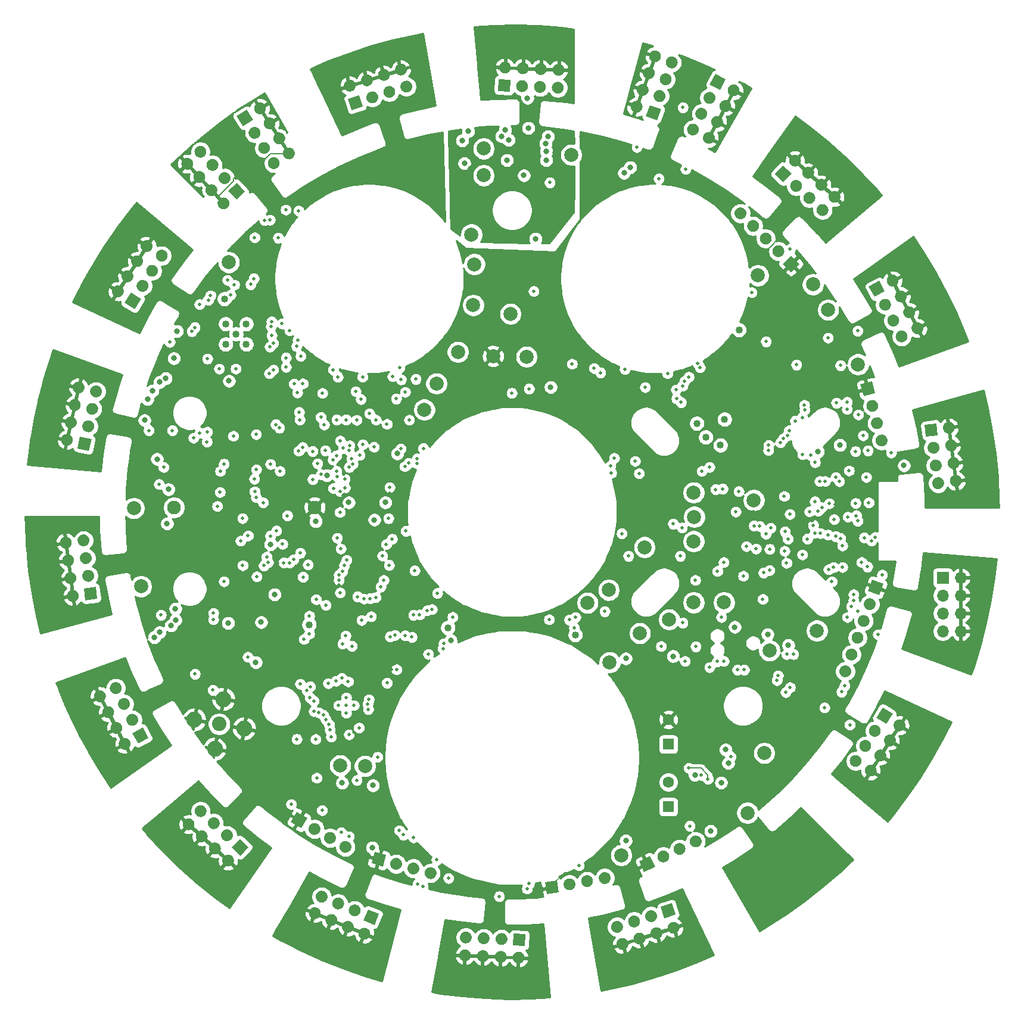
<source format=gbr>
G04 #@! TF.GenerationSoftware,KiCad,Pcbnew,(5.1.7)-1*
G04 #@! TF.CreationDate,2021-01-06T11:56:56-08:00*
G04 #@! TF.ProjectId,LCP_Controller,4c43505f-436f-46e7-9472-6f6c6c65722e,rev?*
G04 #@! TF.SameCoordinates,Original*
G04 #@! TF.FileFunction,Copper,L2,Inr*
G04 #@! TF.FilePolarity,Positive*
%FSLAX46Y46*%
G04 Gerber Fmt 4.6, Leading zero omitted, Abs format (unit mm)*
G04 Created by KiCad (PCBNEW (5.1.7)-1) date 2021-01-06 11:56:56*
%MOMM*%
%LPD*%
G01*
G04 APERTURE LIST*
G04 #@! TA.AperFunction,ComponentPad*
%ADD10C,2.000000*%
G04 #@! TD*
G04 #@! TA.AperFunction,ComponentPad*
%ADD11C,1.948180*%
G04 #@! TD*
G04 #@! TA.AperFunction,ComponentPad*
%ADD12C,0.500000*%
G04 #@! TD*
G04 #@! TA.AperFunction,ComponentPad*
%ADD13C,1.600000*%
G04 #@! TD*
G04 #@! TA.AperFunction,ComponentPad*
%ADD14R,1.600000X1.600000*%
G04 #@! TD*
G04 #@! TA.AperFunction,ComponentPad*
%ADD15C,0.100000*%
G04 #@! TD*
G04 #@! TA.AperFunction,ComponentPad*
%ADD16O,1.700000X1.700000*%
G04 #@! TD*
G04 #@! TA.AperFunction,ComponentPad*
%ADD17R,1.700000X1.700000*%
G04 #@! TD*
G04 #@! TA.AperFunction,ComponentPad*
%ADD18C,2.250000*%
G04 #@! TD*
G04 #@! TA.AperFunction,ComponentPad*
%ADD19C,2.050000*%
G04 #@! TD*
G04 #@! TA.AperFunction,ViaPad*
%ADD20C,0.508000*%
G04 #@! TD*
G04 #@! TA.AperFunction,ViaPad*
%ADD21C,0.800000*%
G04 #@! TD*
G04 #@! TA.AperFunction,ViaPad*
%ADD22C,1.016000*%
G04 #@! TD*
G04 #@! TA.AperFunction,Conductor*
%ADD23C,0.203200*%
G04 #@! TD*
G04 #@! TA.AperFunction,Conductor*
%ADD24C,0.152400*%
G04 #@! TD*
G04 #@! TA.AperFunction,Conductor*
%ADD25C,0.254000*%
G04 #@! TD*
G04 #@! TA.AperFunction,Conductor*
%ADD26C,0.100000*%
G04 #@! TD*
G04 APERTURE END LIST*
D10*
X160934400Y-178574700D03*
X195580000Y-153543000D03*
D11*
X153787899Y-141813517D03*
X133790479Y-141813517D03*
D12*
X157178200Y-169936800D03*
X158278200Y-171036800D03*
X158278200Y-169936800D03*
X158278200Y-168836800D03*
X159378200Y-169936800D03*
D13*
X204059579Y-180858517D03*
D14*
X204059579Y-184358517D03*
G04 #@! TA.AperFunction,ComponentPad*
G36*
G01*
X149390258Y-91956119D02*
X149390258Y-91956119D01*
G75*
G02*
X149650436Y-90782531I716883J456705D01*
G01*
X149650436Y-90782531D01*
G75*
G02*
X150824024Y-91042709I456705J-716883D01*
G01*
X150824024Y-91042709D01*
G75*
G02*
X150563846Y-92216297I-716883J-456705D01*
G01*
X150563846Y-92216297D01*
G75*
G02*
X149390258Y-91956119I-456705J716883D01*
G01*
G37*
G04 #@! TD.AperFunction*
G04 #@! TA.AperFunction,ComponentPad*
G36*
G01*
X147248044Y-93320860D02*
X147248044Y-93320860D01*
G75*
G02*
X147508222Y-92147272I716883J456705D01*
G01*
X147508222Y-92147272D01*
G75*
G02*
X148681810Y-92407450I456705J-716883D01*
G01*
X148681810Y-92407450D01*
G75*
G02*
X148421632Y-93581038I-716883J-456705D01*
G01*
X148421632Y-93581038D01*
G75*
G02*
X147248044Y-93320860I-456705J716883D01*
G01*
G37*
G04 #@! TD.AperFunction*
G04 #@! TA.AperFunction,ComponentPad*
G36*
G01*
X148025517Y-89813905D02*
X148025517Y-89813905D01*
G75*
G02*
X148285695Y-88640317I716883J456705D01*
G01*
X148285695Y-88640317D01*
G75*
G02*
X149459283Y-88900495I456705J-716883D01*
G01*
X149459283Y-88900495D01*
G75*
G02*
X149199105Y-90074083I-716883J-456705D01*
G01*
X149199105Y-90074083D01*
G75*
G02*
X148025517Y-89813905I-456705J716883D01*
G01*
G37*
G04 #@! TD.AperFunction*
G04 #@! TA.AperFunction,ComponentPad*
G36*
G01*
X145883303Y-91178646D02*
X145883303Y-91178646D01*
G75*
G02*
X146143481Y-90005058I716883J456705D01*
G01*
X146143481Y-90005058D01*
G75*
G02*
X147317069Y-90265236I456705J-716883D01*
G01*
X147317069Y-90265236D01*
G75*
G02*
X147056891Y-91438824I-716883J-456705D01*
G01*
X147056891Y-91438824D01*
G75*
G02*
X145883303Y-91178646I-456705J716883D01*
G01*
G37*
G04 #@! TD.AperFunction*
G04 #@! TA.AperFunction,ComponentPad*
G36*
G01*
X146660776Y-87671690D02*
X146660776Y-87671690D01*
G75*
G02*
X146920954Y-86498102I716883J456705D01*
G01*
X146920954Y-86498102D01*
G75*
G02*
X148094542Y-86758280I456705J-716883D01*
G01*
X148094542Y-86758280D01*
G75*
G02*
X147834364Y-87931868I-716883J-456705D01*
G01*
X147834364Y-87931868D01*
G75*
G02*
X146660776Y-87671690I-456705J716883D01*
G01*
G37*
G04 #@! TD.AperFunction*
G04 #@! TA.AperFunction,ComponentPad*
G36*
G01*
X144518562Y-89036431D02*
X144518562Y-89036431D01*
G75*
G02*
X144778740Y-87862843I716883J456705D01*
G01*
X144778740Y-87862843D01*
G75*
G02*
X145952328Y-88123021I456705J-716883D01*
G01*
X145952328Y-88123021D01*
G75*
G02*
X145692150Y-89296609I-716883J-456705D01*
G01*
X145692150Y-89296609D01*
G75*
G02*
X144518562Y-89036431I-456705J716883D01*
G01*
G37*
G04 #@! TD.AperFunction*
G04 #@! TA.AperFunction,ComponentPad*
G36*
G01*
X145296035Y-85529476D02*
X145296035Y-85529476D01*
G75*
G02*
X145556213Y-84355888I716883J456705D01*
G01*
X145556213Y-84355888D01*
G75*
G02*
X146729801Y-84616066I456705J-716883D01*
G01*
X146729801Y-84616066D01*
G75*
G02*
X146469623Y-85789654I-716883J-456705D01*
G01*
X146469623Y-85789654D01*
G75*
G02*
X145296035Y-85529476I-456705J716883D01*
G01*
G37*
G04 #@! TD.AperFunction*
G04 #@! TA.AperFunction,ComponentPad*
D15*
G36*
X143610526Y-87611099D02*
G01*
X142697117Y-86177334D01*
X144130882Y-85263925D01*
X145044291Y-86697690D01*
X143610526Y-87611099D01*
G37*
G04 #@! TD.AperFunction*
D10*
X128079500Y-141922500D03*
X141566900Y-106959400D03*
X171094400Y-124206000D03*
X174142400Y-119710200D03*
X129095500Y-153035000D03*
X195707000Y-163830000D03*
X211963000Y-155321000D03*
X157403800Y-178485800D03*
X192557400Y-155371800D03*
X197358000Y-191236600D03*
X215290400Y-185216800D03*
X199999600Y-159689800D03*
X200660000Y-147472400D03*
X217678000Y-176720500D03*
X207645000Y-155321000D03*
X225171000Y-159321500D03*
X218414600Y-162153600D03*
X176326800Y-113055400D03*
X226758500Y-113728500D03*
X231013000Y-121475500D03*
X190246000Y-91694000D03*
X216789000Y-108839000D03*
X176479200Y-107238800D03*
X179146200Y-120294400D03*
X176072800Y-103022400D03*
X177800000Y-94615000D03*
X177800000Y-90805000D03*
X204152500Y-157734000D03*
X169367200Y-127914400D03*
X183896000Y-120396000D03*
X216204800Y-140766800D03*
X224612200Y-110109000D03*
X181610000Y-114300000D03*
X207645000Y-146621500D03*
X207733900Y-143154400D03*
X207645000Y-139700000D03*
D16*
X245588579Y-159403017D03*
X243048579Y-159403017D03*
X245588579Y-156863017D03*
X243048579Y-156863017D03*
X245588579Y-154323017D03*
X243048579Y-154323017D03*
X245588579Y-151783017D03*
D17*
X243048579Y-151783017D03*
G04 #@! TA.AperFunction,ComponentPad*
G36*
G01*
X227100779Y-98293716D02*
X227100779Y-98293716D01*
G75*
G02*
X227048345Y-97092778I574252J626686D01*
G01*
X227048345Y-97092778D01*
G75*
G02*
X228249283Y-97040344I626686J-574252D01*
G01*
X228249283Y-97040344D01*
G75*
G02*
X228301717Y-98241282I-574252J-626686D01*
G01*
X228301717Y-98241282D01*
G75*
G02*
X227100779Y-98293716I-626686J574252D01*
G01*
G37*
G04 #@! TD.AperFunction*
G04 #@! TA.AperFunction,ComponentPad*
G36*
G01*
X225384780Y-100166400D02*
X225384780Y-100166400D01*
G75*
G02*
X225332346Y-98965462I574252J626686D01*
G01*
X225332346Y-98965462D01*
G75*
G02*
X226533284Y-98913028I626686J-574252D01*
G01*
X226533284Y-98913028D01*
G75*
G02*
X226585718Y-100113966I-574252J-626686D01*
G01*
X226585718Y-100113966D01*
G75*
G02*
X225384780Y-100166400I-626686J574252D01*
G01*
G37*
G04 #@! TD.AperFunction*
G04 #@! TA.AperFunction,ComponentPad*
G36*
G01*
X225228095Y-96577717D02*
X225228095Y-96577717D01*
G75*
G02*
X225175661Y-95376779I574252J626686D01*
G01*
X225175661Y-95376779D01*
G75*
G02*
X226376599Y-95324345I626686J-574252D01*
G01*
X226376599Y-95324345D01*
G75*
G02*
X226429033Y-96525283I-574252J-626686D01*
G01*
X226429033Y-96525283D01*
G75*
G02*
X225228095Y-96577717I-626686J574252D01*
G01*
G37*
G04 #@! TD.AperFunction*
G04 #@! TA.AperFunction,ComponentPad*
G36*
G01*
X223512096Y-98450401D02*
X223512096Y-98450401D01*
G75*
G02*
X223459662Y-97249463I574252J626686D01*
G01*
X223459662Y-97249463D01*
G75*
G02*
X224660600Y-97197029I626686J-574252D01*
G01*
X224660600Y-97197029D01*
G75*
G02*
X224713034Y-98397967I-574252J-626686D01*
G01*
X224713034Y-98397967D01*
G75*
G02*
X223512096Y-98450401I-626686J574252D01*
G01*
G37*
G04 #@! TD.AperFunction*
G04 #@! TA.AperFunction,ComponentPad*
G36*
G01*
X223355411Y-94861718D02*
X223355411Y-94861718D01*
G75*
G02*
X223302977Y-93660780I574252J626686D01*
G01*
X223302977Y-93660780D01*
G75*
G02*
X224503915Y-93608346I626686J-574252D01*
G01*
X224503915Y-93608346D01*
G75*
G02*
X224556349Y-94809284I-574252J-626686D01*
G01*
X224556349Y-94809284D01*
G75*
G02*
X223355411Y-94861718I-626686J574252D01*
G01*
G37*
G04 #@! TD.AperFunction*
G04 #@! TA.AperFunction,ComponentPad*
G36*
G01*
X221639411Y-96734402D02*
X221639411Y-96734402D01*
G75*
G02*
X221586977Y-95533464I574252J626686D01*
G01*
X221586977Y-95533464D01*
G75*
G02*
X222787915Y-95481030I626686J-574252D01*
G01*
X222787915Y-95481030D01*
G75*
G02*
X222840349Y-96681968I-574252J-626686D01*
G01*
X222840349Y-96681968D01*
G75*
G02*
X221639411Y-96734402I-626686J574252D01*
G01*
G37*
G04 #@! TD.AperFunction*
G04 #@! TA.AperFunction,ComponentPad*
G36*
G01*
X221482726Y-93145719D02*
X221482726Y-93145719D01*
G75*
G02*
X221430292Y-91944781I574252J626686D01*
G01*
X221430292Y-91944781D01*
G75*
G02*
X222631230Y-91892347I626686J-574252D01*
G01*
X222631230Y-91892347D01*
G75*
G02*
X222683664Y-93093285I-574252J-626686D01*
G01*
X222683664Y-93093285D01*
G75*
G02*
X221482726Y-93145719I-626686J574252D01*
G01*
G37*
G04 #@! TD.AperFunction*
G04 #@! TA.AperFunction,ComponentPad*
D15*
G36*
X220393413Y-95592654D02*
G01*
X219140042Y-94444151D01*
X220288545Y-93190780D01*
X221541916Y-94339283D01*
X220393413Y-95592654D01*
G37*
G04 #@! TD.AperFunction*
G04 #@! TA.AperFunction,ComponentPad*
G36*
G01*
X202948113Y-77986528D02*
X202948113Y-77986528D01*
G75*
G02*
X201858657Y-78494550I-798739J290717D01*
G01*
X201858657Y-78494550D01*
G75*
G02*
X201350635Y-77405094I290717J798739D01*
G01*
X201350635Y-77405094D01*
G75*
G02*
X202440091Y-76897072I798739J-290717D01*
G01*
X202440091Y-76897072D01*
G75*
G02*
X202948113Y-77986528I-290717J-798739D01*
G01*
G37*
G04 #@! TD.AperFunction*
G04 #@! TA.AperFunction,ComponentPad*
G36*
G01*
X205334932Y-78855259D02*
X205334932Y-78855259D01*
G75*
G02*
X204245476Y-79363281I-798739J290717D01*
G01*
X204245476Y-79363281D01*
G75*
G02*
X203737454Y-78273825I290717J798739D01*
G01*
X203737454Y-78273825D01*
G75*
G02*
X204826910Y-77765803I798739J-290717D01*
G01*
X204826910Y-77765803D01*
G75*
G02*
X205334932Y-78855259I-290717J-798739D01*
G01*
G37*
G04 #@! TD.AperFunction*
G04 #@! TA.AperFunction,ComponentPad*
G36*
G01*
X202079382Y-80373347D02*
X202079382Y-80373347D01*
G75*
G02*
X200989926Y-80881369I-798739J290717D01*
G01*
X200989926Y-80881369D01*
G75*
G02*
X200481904Y-79791913I290717J798739D01*
G01*
X200481904Y-79791913D01*
G75*
G02*
X201571360Y-79283891I798739J-290717D01*
G01*
X201571360Y-79283891D01*
G75*
G02*
X202079382Y-80373347I-290717J-798739D01*
G01*
G37*
G04 #@! TD.AperFunction*
G04 #@! TA.AperFunction,ComponentPad*
G36*
G01*
X204466201Y-81242078D02*
X204466201Y-81242078D01*
G75*
G02*
X203376745Y-81750100I-798739J290717D01*
G01*
X203376745Y-81750100D01*
G75*
G02*
X202868723Y-80660644I290717J798739D01*
G01*
X202868723Y-80660644D01*
G75*
G02*
X203958179Y-80152622I798739J-290717D01*
G01*
X203958179Y-80152622D01*
G75*
G02*
X204466201Y-81242078I-290717J-798739D01*
G01*
G37*
G04 #@! TD.AperFunction*
G04 #@! TA.AperFunction,ComponentPad*
G36*
G01*
X201210651Y-82760167D02*
X201210651Y-82760167D01*
G75*
G02*
X200121195Y-83268189I-798739J290717D01*
G01*
X200121195Y-83268189D01*
G75*
G02*
X199613173Y-82178733I290717J798739D01*
G01*
X199613173Y-82178733D01*
G75*
G02*
X200702629Y-81670711I798739J-290717D01*
G01*
X200702629Y-81670711D01*
G75*
G02*
X201210651Y-82760167I-290717J-798739D01*
G01*
G37*
G04 #@! TD.AperFunction*
G04 #@! TA.AperFunction,ComponentPad*
G36*
G01*
X203597470Y-83628898D02*
X203597470Y-83628898D01*
G75*
G02*
X202508014Y-84136920I-798739J290717D01*
G01*
X202508014Y-84136920D01*
G75*
G02*
X201999992Y-83047464I290717J798739D01*
G01*
X201999992Y-83047464D01*
G75*
G02*
X203089448Y-82539442I798739J-290717D01*
G01*
X203089448Y-82539442D01*
G75*
G02*
X203597470Y-83628898I-290717J-798739D01*
G01*
G37*
G04 #@! TD.AperFunction*
G04 #@! TA.AperFunction,ComponentPad*
G36*
G01*
X200341920Y-85146986D02*
X200341920Y-85146986D01*
G75*
G02*
X199252464Y-85655008I-798739J290717D01*
G01*
X199252464Y-85655008D01*
G75*
G02*
X198744442Y-84565552I290717J798739D01*
G01*
X198744442Y-84565552D01*
G75*
G02*
X199833898Y-84057530I798739J-290717D01*
G01*
X199833898Y-84057530D01*
G75*
G02*
X200341920Y-85146986I-290717J-798739D01*
G01*
G37*
G04 #@! TD.AperFunction*
G04 #@! TA.AperFunction,ComponentPad*
G36*
X203019456Y-85216978D02*
G01*
X202438022Y-86814456D01*
X200840544Y-86233022D01*
X201421978Y-84635544D01*
X203019456Y-85216978D01*
G37*
G04 #@! TD.AperFunction*
G04 #@! TA.AperFunction,ComponentPad*
G36*
G01*
X209053858Y-88886029D02*
X209053858Y-88886029D01*
G75*
G02*
X210200303Y-88524556I753959J-392486D01*
G01*
X210200303Y-88524556D01*
G75*
G02*
X210561776Y-89671001I-392486J-753959D01*
G01*
X210561776Y-89671001D01*
G75*
G02*
X209415331Y-90032474I-753959J392486D01*
G01*
X209415331Y-90032474D01*
G75*
G02*
X209053858Y-88886029I392486J753959D01*
G01*
G37*
G04 #@! TD.AperFunction*
G04 #@! TA.AperFunction,ComponentPad*
G36*
G01*
X206800851Y-87713188D02*
X206800851Y-87713188D01*
G75*
G02*
X207947296Y-87351715I753959J-392486D01*
G01*
X207947296Y-87351715D01*
G75*
G02*
X208308769Y-88498160I-392486J-753959D01*
G01*
X208308769Y-88498160D01*
G75*
G02*
X207162324Y-88859633I-753959J392486D01*
G01*
X207162324Y-88859633D01*
G75*
G02*
X206800851Y-87713188I392486J753959D01*
G01*
G37*
G04 #@! TD.AperFunction*
G04 #@! TA.AperFunction,ComponentPad*
G36*
G01*
X210226700Y-86633022D02*
X210226700Y-86633022D01*
G75*
G02*
X211373145Y-86271549I753959J-392486D01*
G01*
X211373145Y-86271549D01*
G75*
G02*
X211734618Y-87417994I-392486J-753959D01*
G01*
X211734618Y-87417994D01*
G75*
G02*
X210588173Y-87779467I-753959J392486D01*
G01*
X210588173Y-87779467D01*
G75*
G02*
X210226700Y-86633022I392486J753959D01*
G01*
G37*
G04 #@! TD.AperFunction*
G04 #@! TA.AperFunction,ComponentPad*
G36*
G01*
X207973692Y-85460180D02*
X207973692Y-85460180D01*
G75*
G02*
X209120137Y-85098707I753959J-392486D01*
G01*
X209120137Y-85098707D01*
G75*
G02*
X209481610Y-86245152I-392486J-753959D01*
G01*
X209481610Y-86245152D01*
G75*
G02*
X208335165Y-86606625I-753959J392486D01*
G01*
X208335165Y-86606625D01*
G75*
G02*
X207973692Y-85460180I392486J753959D01*
G01*
G37*
G04 #@! TD.AperFunction*
G04 #@! TA.AperFunction,ComponentPad*
G36*
G01*
X211399541Y-84380014D02*
X211399541Y-84380014D01*
G75*
G02*
X212545986Y-84018541I753959J-392486D01*
G01*
X212545986Y-84018541D01*
G75*
G02*
X212907459Y-85164986I-392486J-753959D01*
G01*
X212907459Y-85164986D01*
G75*
G02*
X211761014Y-85526459I-753959J392486D01*
G01*
X211761014Y-85526459D01*
G75*
G02*
X211399541Y-84380014I392486J753959D01*
G01*
G37*
G04 #@! TD.AperFunction*
G04 #@! TA.AperFunction,ComponentPad*
G36*
G01*
X209146534Y-83207173D02*
X209146534Y-83207173D01*
G75*
G02*
X210292979Y-82845700I753959J-392486D01*
G01*
X210292979Y-82845700D01*
G75*
G02*
X210654452Y-83992145I-392486J-753959D01*
G01*
X210654452Y-83992145D01*
G75*
G02*
X209508007Y-84353618I-753959J392486D01*
G01*
X209508007Y-84353618D01*
G75*
G02*
X209146534Y-83207173I392486J753959D01*
G01*
G37*
G04 #@! TD.AperFunction*
G04 #@! TA.AperFunction,ComponentPad*
G36*
G01*
X212572383Y-82127006D02*
X212572383Y-82127006D01*
G75*
G02*
X213718828Y-81765533I753959J-392486D01*
G01*
X213718828Y-81765533D01*
G75*
G02*
X214080301Y-82911978I-392486J-753959D01*
G01*
X214080301Y-82911978D01*
G75*
G02*
X212933856Y-83273451I-753959J392486D01*
G01*
X212933856Y-83273451D01*
G75*
G02*
X212572383Y-82127006I392486J753959D01*
G01*
G37*
G04 #@! TD.AperFunction*
G04 #@! TA.AperFunction,ComponentPad*
G36*
X209926888Y-81708124D02*
G01*
X210711861Y-80200205D01*
X212219780Y-80985178D01*
X211434807Y-82493097D01*
X209926888Y-81708124D01*
G37*
G04 #@! TD.AperFunction*
G04 #@! TA.AperFunction,ComponentPad*
G36*
G01*
X157730705Y-190791622D02*
X157730705Y-190791622D01*
G75*
G02*
X157419583Y-189630500I425000J736122D01*
G01*
X157419583Y-189630500D01*
G75*
G02*
X158580705Y-189319378I736122J-425000D01*
G01*
X158580705Y-189319378D01*
G75*
G02*
X158891827Y-190480500I-425000J-736122D01*
G01*
X158891827Y-190480500D01*
G75*
G02*
X157730705Y-190791622I-736122J425000D01*
G01*
G37*
G04 #@! TD.AperFunction*
G04 #@! TA.AperFunction,ComponentPad*
G36*
G01*
X155531000Y-189521622D02*
X155531000Y-189521622D01*
G75*
G02*
X155219878Y-188360500I425000J736122D01*
G01*
X155219878Y-188360500D01*
G75*
G02*
X156381000Y-188049378I736122J-425000D01*
G01*
X156381000Y-188049378D01*
G75*
G02*
X156692122Y-189210500I-425000J-736122D01*
G01*
X156692122Y-189210500D01*
G75*
G02*
X155531000Y-189521622I-736122J425000D01*
G01*
G37*
G04 #@! TD.AperFunction*
G04 #@! TA.AperFunction,ComponentPad*
G36*
G01*
X153331296Y-188251622D02*
X153331296Y-188251622D01*
G75*
G02*
X153020174Y-187090500I425000J736122D01*
G01*
X153020174Y-187090500D01*
G75*
G02*
X154181296Y-186779378I736122J-425000D01*
G01*
X154181296Y-186779378D01*
G75*
G02*
X154492418Y-187940500I-425000J-736122D01*
G01*
X154492418Y-187940500D01*
G75*
G02*
X153331296Y-188251622I-736122J425000D01*
G01*
G37*
G04 #@! TD.AperFunction*
G04 #@! TA.AperFunction,ComponentPad*
G36*
X151867713Y-187406622D02*
G01*
X150395469Y-186556622D01*
X151245469Y-185084378D01*
X152717713Y-185934378D01*
X151867713Y-187406622D01*
G37*
G04 #@! TD.AperFunction*
G04 #@! TA.AperFunction,ComponentPad*
G36*
G01*
X170040907Y-194604338D02*
X170040907Y-194604338D01*
G75*
G02*
X169439866Y-193563305I219996J821037D01*
G01*
X169439866Y-193563305D01*
G75*
G02*
X170480899Y-192962264I821037J-219996D01*
G01*
X170480899Y-192962264D01*
G75*
G02*
X171081940Y-194003297I-219996J-821037D01*
G01*
X171081940Y-194003297D01*
G75*
G02*
X170040907Y-194604338I-821037J219996D01*
G01*
G37*
G04 #@! TD.AperFunction*
G04 #@! TA.AperFunction,ComponentPad*
G36*
G01*
X167587455Y-193946938D02*
X167587455Y-193946938D01*
G75*
G02*
X166986414Y-192905905I219996J821037D01*
G01*
X166986414Y-192905905D01*
G75*
G02*
X168027447Y-192304864I821037J-219996D01*
G01*
X168027447Y-192304864D01*
G75*
G02*
X168628488Y-193345897I-219996J-821037D01*
G01*
X168628488Y-193345897D01*
G75*
G02*
X167587455Y-193946938I-821037J219996D01*
G01*
G37*
G04 #@! TD.AperFunction*
G04 #@! TA.AperFunction,ComponentPad*
G36*
G01*
X165134004Y-193289537D02*
X165134004Y-193289537D01*
G75*
G02*
X164532963Y-192248504I219996J821037D01*
G01*
X164532963Y-192248504D01*
G75*
G02*
X165573996Y-191647463I821037J-219996D01*
G01*
X165573996Y-191647463D01*
G75*
G02*
X166175037Y-192688496I-219996J-821037D01*
G01*
X166175037Y-192688496D01*
G75*
G02*
X165134004Y-193289537I-821037J219996D01*
G01*
G37*
G04 #@! TD.AperFunction*
G04 #@! TA.AperFunction,ComponentPad*
G36*
X163501589Y-192852133D02*
G01*
X161859515Y-192412141D01*
X162299507Y-190770067D01*
X163941581Y-191210059D01*
X163501589Y-192852133D01*
G37*
G04 #@! TD.AperFunction*
G04 #@! TA.AperFunction,ComponentPad*
G36*
G01*
X233538764Y-132507899D02*
X233538764Y-132507899D01*
G75*
G02*
X234139805Y-131466866I821037J219996D01*
G01*
X234139805Y-131466866D01*
G75*
G02*
X235180838Y-132067907I219996J-821037D01*
G01*
X235180838Y-132067907D01*
G75*
G02*
X234579797Y-133108940I-821037J-219996D01*
G01*
X234579797Y-133108940D01*
G75*
G02*
X233538764Y-132507899I-219996J821037D01*
G01*
G37*
G04 #@! TD.AperFunction*
G04 #@! TA.AperFunction,ComponentPad*
G36*
G01*
X232881364Y-130054447D02*
X232881364Y-130054447D01*
G75*
G02*
X233482405Y-129013414I821037J219996D01*
G01*
X233482405Y-129013414D01*
G75*
G02*
X234523438Y-129614455I219996J-821037D01*
G01*
X234523438Y-129614455D01*
G75*
G02*
X233922397Y-130655488I-821037J-219996D01*
G01*
X233922397Y-130655488D01*
G75*
G02*
X232881364Y-130054447I-219996J821037D01*
G01*
G37*
G04 #@! TD.AperFunction*
G04 #@! TA.AperFunction,ComponentPad*
G36*
G01*
X232223963Y-127600996D02*
X232223963Y-127600996D01*
G75*
G02*
X232825004Y-126559963I821037J219996D01*
G01*
X232825004Y-126559963D01*
G75*
G02*
X233866037Y-127161004I219996J-821037D01*
G01*
X233866037Y-127161004D01*
G75*
G02*
X233264996Y-128202037I-821037J-219996D01*
G01*
X233264996Y-128202037D01*
G75*
G02*
X232223963Y-127600996I-219996J821037D01*
G01*
G37*
G04 #@! TD.AperFunction*
G04 #@! TA.AperFunction,ComponentPad*
G36*
X231786559Y-125968581D02*
G01*
X231346567Y-124326507D01*
X232988641Y-123886515D01*
X233428633Y-125528589D01*
X231786559Y-125968581D01*
G37*
G04 #@! TD.AperFunction*
G04 #@! TA.AperFunction,ComponentPad*
G36*
G01*
X195154636Y-195322488D02*
X195154636Y-195322488D01*
G75*
G02*
X194169948Y-194633002I-147601J837087D01*
G01*
X194169948Y-194633002D01*
G75*
G02*
X194859434Y-193648314I837087J147601D01*
G01*
X194859434Y-193648314D01*
G75*
G02*
X195844122Y-194337800I147601J-837087D01*
G01*
X195844122Y-194337800D01*
G75*
G02*
X195154636Y-195322488I-837087J-147601D01*
G01*
G37*
G04 #@! TD.AperFunction*
G04 #@! TA.AperFunction,ComponentPad*
G36*
G01*
X192653224Y-195763554D02*
X192653224Y-195763554D01*
G75*
G02*
X191668536Y-195074068I-147601J837087D01*
G01*
X191668536Y-195074068D01*
G75*
G02*
X192358022Y-194089380I837087J147601D01*
G01*
X192358022Y-194089380D01*
G75*
G02*
X193342710Y-194778866I147601J-837087D01*
G01*
X193342710Y-194778866D01*
G75*
G02*
X192653224Y-195763554I-837087J-147601D01*
G01*
G37*
G04 #@! TD.AperFunction*
G04 #@! TA.AperFunction,ComponentPad*
G36*
G01*
X190151813Y-196204621D02*
X190151813Y-196204621D01*
G75*
G02*
X189167125Y-195515135I-147601J837087D01*
G01*
X189167125Y-195515135D01*
G75*
G02*
X189856611Y-194530447I837087J147601D01*
G01*
X189856611Y-194530447D01*
G75*
G02*
X190841299Y-195219933I147601J-837087D01*
G01*
X190841299Y-195219933D01*
G75*
G02*
X190151813Y-196204621I-837087J-147601D01*
G01*
G37*
G04 #@! TD.AperFunction*
G04 #@! TA.AperFunction,ComponentPad*
G36*
X188487488Y-196498086D02*
G01*
X186813314Y-196793288D01*
X186518112Y-195119114D01*
X188192286Y-194823912D01*
X188487488Y-196498086D01*
G37*
G04 #@! TD.AperFunction*
G04 #@! TA.AperFunction,ComponentPad*
G36*
G01*
X188412300Y-80464402D02*
X188412300Y-80464402D01*
G75*
G02*
X187600185Y-79578135I37076J849191D01*
G01*
X187600185Y-79578135D01*
G75*
G02*
X188486452Y-78766020I849191J-37076D01*
G01*
X188486452Y-78766020D01*
G75*
G02*
X189298567Y-79652287I-37076J-849191D01*
G01*
X189298567Y-79652287D01*
G75*
G02*
X188412300Y-80464402I-849191J37076D01*
G01*
G37*
G04 #@! TD.AperFunction*
G04 #@! TA.AperFunction,ComponentPad*
G36*
G01*
X188301506Y-83001985D02*
X188301506Y-83001985D01*
G75*
G02*
X187489391Y-82115718I37076J849191D01*
G01*
X187489391Y-82115718D01*
G75*
G02*
X188375658Y-81303603I849191J-37076D01*
G01*
X188375658Y-81303603D01*
G75*
G02*
X189187773Y-82189870I-37076J-849191D01*
G01*
X189187773Y-82189870D01*
G75*
G02*
X188301506Y-83001985I-849191J37076D01*
G01*
G37*
G04 #@! TD.AperFunction*
G04 #@! TA.AperFunction,ComponentPad*
G36*
G01*
X185874717Y-80353609D02*
X185874717Y-80353609D01*
G75*
G02*
X185062602Y-79467342I37076J849191D01*
G01*
X185062602Y-79467342D01*
G75*
G02*
X185948869Y-78655227I849191J-37076D01*
G01*
X185948869Y-78655227D01*
G75*
G02*
X186760984Y-79541494I-37076J-849191D01*
G01*
X186760984Y-79541494D01*
G75*
G02*
X185874717Y-80353609I-849191J37076D01*
G01*
G37*
G04 #@! TD.AperFunction*
G04 #@! TA.AperFunction,ComponentPad*
G36*
G01*
X185763924Y-82891191D02*
X185763924Y-82891191D01*
G75*
G02*
X184951809Y-82004924I37076J849191D01*
G01*
X184951809Y-82004924D01*
G75*
G02*
X185838076Y-81192809I849191J-37076D01*
G01*
X185838076Y-81192809D01*
G75*
G02*
X186650191Y-82079076I-37076J-849191D01*
G01*
X186650191Y-82079076D01*
G75*
G02*
X185763924Y-82891191I-849191J37076D01*
G01*
G37*
G04 #@! TD.AperFunction*
G04 #@! TA.AperFunction,ComponentPad*
G36*
G01*
X183337135Y-80242816D02*
X183337135Y-80242816D01*
G75*
G02*
X182525020Y-79356549I37076J849191D01*
G01*
X182525020Y-79356549D01*
G75*
G02*
X183411287Y-78544434I849191J-37076D01*
G01*
X183411287Y-78544434D01*
G75*
G02*
X184223402Y-79430701I-37076J-849191D01*
G01*
X184223402Y-79430701D01*
G75*
G02*
X183337135Y-80242816I-849191J37076D01*
G01*
G37*
G04 #@! TD.AperFunction*
G04 #@! TA.AperFunction,ComponentPad*
G36*
G01*
X183226341Y-82780398D02*
X183226341Y-82780398D01*
G75*
G02*
X182414226Y-81894131I37076J849191D01*
G01*
X182414226Y-81894131D01*
G75*
G02*
X183300493Y-81082016I849191J-37076D01*
G01*
X183300493Y-81082016D01*
G75*
G02*
X184112608Y-81968283I-37076J-849191D01*
G01*
X184112608Y-81968283D01*
G75*
G02*
X183226341Y-82780398I-849191J37076D01*
G01*
G37*
G04 #@! TD.AperFunction*
G04 #@! TA.AperFunction,ComponentPad*
G36*
G01*
X180799552Y-80132023D02*
X180799552Y-80132023D01*
G75*
G02*
X179987437Y-79245756I37076J849191D01*
G01*
X179987437Y-79245756D01*
G75*
G02*
X180873704Y-78433641I849191J-37076D01*
G01*
X180873704Y-78433641D01*
G75*
G02*
X181685819Y-79319908I-37076J-849191D01*
G01*
X181685819Y-79319908D01*
G75*
G02*
X180799552Y-80132023I-849191J37076D01*
G01*
G37*
G04 #@! TD.AperFunction*
G04 #@! TA.AperFunction,ComponentPad*
G36*
X181537950Y-82706681D02*
G01*
X179839568Y-82632529D01*
X179913720Y-80934147D01*
X181612102Y-81008299D01*
X181537950Y-82706681D01*
G37*
G04 #@! TD.AperFunction*
G04 #@! TA.AperFunction,ComponentPad*
G36*
G01*
X208299647Y-190044512D02*
X208299647Y-190044512D01*
G75*
G02*
X207170059Y-189633376I-359226J770362D01*
G01*
X207170059Y-189633376D01*
G75*
G02*
X207581195Y-188503788I770362J359226D01*
G01*
X207581195Y-188503788D01*
G75*
G02*
X208710783Y-188914924I359226J-770362D01*
G01*
X208710783Y-188914924D01*
G75*
G02*
X208299647Y-190044512I-770362J-359226D01*
G01*
G37*
G04 #@! TD.AperFunction*
G04 #@! TA.AperFunction,ComponentPad*
G36*
G01*
X205997626Y-191117962D02*
X205997626Y-191117962D01*
G75*
G02*
X204868038Y-190706826I-359226J770362D01*
G01*
X204868038Y-190706826D01*
G75*
G02*
X205279174Y-189577238I770362J359226D01*
G01*
X205279174Y-189577238D01*
G75*
G02*
X206408762Y-189988374I359226J-770362D01*
G01*
X206408762Y-189988374D01*
G75*
G02*
X205997626Y-191117962I-770362J-359226D01*
G01*
G37*
G04 #@! TD.AperFunction*
G04 #@! TA.AperFunction,ComponentPad*
G36*
G01*
X203695604Y-192191413D02*
X203695604Y-192191413D01*
G75*
G02*
X202566016Y-191780277I-359226J770362D01*
G01*
X202566016Y-191780277D01*
G75*
G02*
X202977152Y-190650689I770362J359226D01*
G01*
X202977152Y-190650689D01*
G75*
G02*
X204106740Y-191061825I359226J-770362D01*
G01*
X204106740Y-191061825D01*
G75*
G02*
X203695604Y-192191413I-770362J-359226D01*
G01*
G37*
G04 #@! TD.AperFunction*
G04 #@! TA.AperFunction,ComponentPad*
G36*
X202163943Y-192905637D02*
G01*
X200623220Y-193624088D01*
X199904769Y-192083365D01*
X201445492Y-191364914D01*
X202163943Y-192905637D01*
G37*
G04 #@! TD.AperFunction*
D18*
X143745530Y-173216762D03*
X139584238Y-176130530D03*
X136670470Y-171969238D03*
X140831762Y-169055470D03*
D19*
X140208000Y-172593000D03*
G04 #@! TA.AperFunction,ComponentPad*
G36*
G01*
X130621392Y-105123821D02*
X130621392Y-105123821D01*
G75*
G02*
X129447804Y-105383999I-716883J456705D01*
G01*
X129447804Y-105383999D01*
G75*
G02*
X129187626Y-104210411I456705J716883D01*
G01*
X129187626Y-104210411D01*
G75*
G02*
X130361214Y-103950233I716883J-456705D01*
G01*
X130361214Y-103950233D01*
G75*
G02*
X130621392Y-105123821I-456705J-716883D01*
G01*
G37*
G04 #@! TD.AperFunction*
G04 #@! TA.AperFunction,ComponentPad*
G36*
G01*
X132763606Y-106488562D02*
X132763606Y-106488562D01*
G75*
G02*
X131590018Y-106748740I-716883J456705D01*
G01*
X131590018Y-106748740D01*
G75*
G02*
X131329840Y-105575152I456705J716883D01*
G01*
X131329840Y-105575152D01*
G75*
G02*
X132503428Y-105314974I716883J-456705D01*
G01*
X132503428Y-105314974D01*
G75*
G02*
X132763606Y-106488562I-456705J-716883D01*
G01*
G37*
G04 #@! TD.AperFunction*
G04 #@! TA.AperFunction,ComponentPad*
G36*
G01*
X129256651Y-107266035D02*
X129256651Y-107266035D01*
G75*
G02*
X128083063Y-107526213I-716883J456705D01*
G01*
X128083063Y-107526213D01*
G75*
G02*
X127822885Y-106352625I456705J716883D01*
G01*
X127822885Y-106352625D01*
G75*
G02*
X128996473Y-106092447I716883J-456705D01*
G01*
X128996473Y-106092447D01*
G75*
G02*
X129256651Y-107266035I-456705J-716883D01*
G01*
G37*
G04 #@! TD.AperFunction*
G04 #@! TA.AperFunction,ComponentPad*
G36*
G01*
X131398865Y-108630776D02*
X131398865Y-108630776D01*
G75*
G02*
X130225277Y-108890954I-716883J456705D01*
G01*
X130225277Y-108890954D01*
G75*
G02*
X129965099Y-107717366I456705J716883D01*
G01*
X129965099Y-107717366D01*
G75*
G02*
X131138687Y-107457188I716883J-456705D01*
G01*
X131138687Y-107457188D01*
G75*
G02*
X131398865Y-108630776I-456705J-716883D01*
G01*
G37*
G04 #@! TD.AperFunction*
G04 #@! TA.AperFunction,ComponentPad*
G36*
G01*
X127891910Y-109408250D02*
X127891910Y-109408250D01*
G75*
G02*
X126718322Y-109668428I-716883J456705D01*
G01*
X126718322Y-109668428D01*
G75*
G02*
X126458144Y-108494840I456705J716883D01*
G01*
X126458144Y-108494840D01*
G75*
G02*
X127631732Y-108234662I716883J-456705D01*
G01*
X127631732Y-108234662D01*
G75*
G02*
X127891910Y-109408250I-456705J-716883D01*
G01*
G37*
G04 #@! TD.AperFunction*
G04 #@! TA.AperFunction,ComponentPad*
G36*
G01*
X130034124Y-110772991D02*
X130034124Y-110772991D01*
G75*
G02*
X128860536Y-111033169I-716883J456705D01*
G01*
X128860536Y-111033169D01*
G75*
G02*
X128600358Y-109859581I456705J716883D01*
G01*
X128600358Y-109859581D01*
G75*
G02*
X129773946Y-109599403I716883J-456705D01*
G01*
X129773946Y-109599403D01*
G75*
G02*
X130034124Y-110772991I-456705J-716883D01*
G01*
G37*
G04 #@! TD.AperFunction*
G04 #@! TA.AperFunction,ComponentPad*
G36*
G01*
X126527169Y-111550464D02*
X126527169Y-111550464D01*
G75*
G02*
X125353581Y-111810642I-716883J456705D01*
G01*
X125353581Y-111810642D01*
G75*
G02*
X125093403Y-110637054I456705J716883D01*
G01*
X125093403Y-110637054D01*
G75*
G02*
X126266991Y-110376876I716883J-456705D01*
G01*
X126266991Y-110376876D01*
G75*
G02*
X126527169Y-111550464I-456705J-716883D01*
G01*
G37*
G04 #@! TD.AperFunction*
G04 #@! TA.AperFunction,ComponentPad*
D15*
G36*
X129126087Y-112198322D02*
G01*
X128212678Y-113632087D01*
X126778913Y-112718678D01*
X127692322Y-111284913D01*
X129126087Y-112198322D01*
G37*
G04 #@! TD.AperFunction*
G04 #@! TA.AperFunction,ComponentPad*
G36*
G01*
X166307694Y-80382942D02*
X166307694Y-80382942D01*
G75*
G02*
X165241435Y-79827883I-255600J810659D01*
G01*
X165241435Y-79827883D01*
G75*
G02*
X165796494Y-78761624I810659J255600D01*
G01*
X165796494Y-78761624D01*
G75*
G02*
X166862753Y-79316683I255600J-810659D01*
G01*
X166862753Y-79316683D01*
G75*
G02*
X166307694Y-80382942I-810659J-255600D01*
G01*
G37*
G04 #@! TD.AperFunction*
G04 #@! TA.AperFunction,ComponentPad*
G36*
G01*
X167071487Y-82805383D02*
X167071487Y-82805383D01*
G75*
G02*
X166005228Y-82250324I-255600J810659D01*
G01*
X166005228Y-82250324D01*
G75*
G02*
X166560287Y-81184065I810659J255600D01*
G01*
X166560287Y-81184065D01*
G75*
G02*
X167626546Y-81739124I255600J-810659D01*
G01*
X167626546Y-81739124D01*
G75*
G02*
X167071487Y-82805383I-810659J-255600D01*
G01*
G37*
G04 #@! TD.AperFunction*
G04 #@! TA.AperFunction,ComponentPad*
G36*
G01*
X163885253Y-81146734D02*
X163885253Y-81146734D01*
G75*
G02*
X162818994Y-80591675I-255600J810659D01*
G01*
X162818994Y-80591675D01*
G75*
G02*
X163374053Y-79525416I810659J255600D01*
G01*
X163374053Y-79525416D01*
G75*
G02*
X164440312Y-80080475I255600J-810659D01*
G01*
X164440312Y-80080475D01*
G75*
G02*
X163885253Y-81146734I-810659J-255600D01*
G01*
G37*
G04 #@! TD.AperFunction*
G04 #@! TA.AperFunction,ComponentPad*
G36*
G01*
X164649046Y-83569176D02*
X164649046Y-83569176D01*
G75*
G02*
X163582787Y-83014117I-255600J810659D01*
G01*
X163582787Y-83014117D01*
G75*
G02*
X164137846Y-81947858I810659J255600D01*
G01*
X164137846Y-81947858D01*
G75*
G02*
X165204105Y-82502917I255600J-810659D01*
G01*
X165204105Y-82502917D01*
G75*
G02*
X164649046Y-83569176I-810659J-255600D01*
G01*
G37*
G04 #@! TD.AperFunction*
G04 #@! TA.AperFunction,ComponentPad*
G36*
G01*
X161462812Y-81910527D02*
X161462812Y-81910527D01*
G75*
G02*
X160396553Y-81355468I-255600J810659D01*
G01*
X160396553Y-81355468D01*
G75*
G02*
X160951612Y-80289209I810659J255600D01*
G01*
X160951612Y-80289209D01*
G75*
G02*
X162017871Y-80844268I255600J-810659D01*
G01*
X162017871Y-80844268D01*
G75*
G02*
X161462812Y-81910527I-810659J-255600D01*
G01*
G37*
G04 #@! TD.AperFunction*
G04 #@! TA.AperFunction,ComponentPad*
G36*
G01*
X162226605Y-84332968D02*
X162226605Y-84332968D01*
G75*
G02*
X161160346Y-83777909I-255600J810659D01*
G01*
X161160346Y-83777909D01*
G75*
G02*
X161715405Y-82711650I810659J255600D01*
G01*
X161715405Y-82711650D01*
G75*
G02*
X162781664Y-83266709I255600J-810659D01*
G01*
X162781664Y-83266709D01*
G75*
G02*
X162226605Y-84332968I-810659J-255600D01*
G01*
G37*
G04 #@! TD.AperFunction*
G04 #@! TA.AperFunction,ComponentPad*
G36*
G01*
X159040371Y-82674320D02*
X159040371Y-82674320D01*
G75*
G02*
X157974112Y-82119261I-255600J810659D01*
G01*
X157974112Y-82119261D01*
G75*
G02*
X158529171Y-81053002I810659J255600D01*
G01*
X158529171Y-81053002D01*
G75*
G02*
X159595430Y-81608061I255600J-810659D01*
G01*
X159595430Y-81608061D01*
G75*
G02*
X159040371Y-82674320I-810659J-255600D01*
G01*
G37*
G04 #@! TD.AperFunction*
G04 #@! TA.AperFunction,ComponentPad*
G36*
X160614823Y-84841161D02*
G01*
X158993505Y-85352361D01*
X158482305Y-83731043D01*
X160103623Y-83219843D01*
X160614823Y-84841161D01*
G37*
G04 #@! TD.AperFunction*
G04 #@! TA.AperFunction,ComponentPad*
G36*
G01*
X136303204Y-92399294D02*
X136303204Y-92399294D01*
G75*
G02*
X136250770Y-93600232I-626686J-574252D01*
G01*
X136250770Y-93600232D01*
G75*
G02*
X135049832Y-93547798I-574252J626686D01*
G01*
X135049832Y-93547798D01*
G75*
G02*
X135102266Y-92346860I626686J574252D01*
G01*
X135102266Y-92346860D01*
G75*
G02*
X136303204Y-92399294I574252J-626686D01*
G01*
G37*
G04 #@! TD.AperFunction*
G04 #@! TA.AperFunction,ComponentPad*
G36*
G01*
X138175889Y-90683295D02*
X138175889Y-90683295D01*
G75*
G02*
X138123455Y-91884233I-626686J-574252D01*
G01*
X138123455Y-91884233D01*
G75*
G02*
X136922517Y-91831799I-574252J626686D01*
G01*
X136922517Y-91831799D01*
G75*
G02*
X136974951Y-90630861I626686J574252D01*
G01*
X136974951Y-90630861D01*
G75*
G02*
X138175889Y-90683295I574252J-626686D01*
G01*
G37*
G04 #@! TD.AperFunction*
G04 #@! TA.AperFunction,ComponentPad*
G36*
G01*
X138019203Y-94271978D02*
X138019203Y-94271978D01*
G75*
G02*
X137966769Y-95472916I-626686J-574252D01*
G01*
X137966769Y-95472916D01*
G75*
G02*
X136765831Y-95420482I-574252J626686D01*
G01*
X136765831Y-95420482D01*
G75*
G02*
X136818265Y-94219544I626686J574252D01*
G01*
X136818265Y-94219544D01*
G75*
G02*
X138019203Y-94271978I574252J-626686D01*
G01*
G37*
G04 #@! TD.AperFunction*
G04 #@! TA.AperFunction,ComponentPad*
G36*
G01*
X139891888Y-92555979D02*
X139891888Y-92555979D01*
G75*
G02*
X139839454Y-93756917I-626686J-574252D01*
G01*
X139839454Y-93756917D01*
G75*
G02*
X138638516Y-93704483I-574252J626686D01*
G01*
X138638516Y-93704483D01*
G75*
G02*
X138690950Y-92503545I626686J574252D01*
G01*
X138690950Y-92503545D01*
G75*
G02*
X139891888Y-92555979I574252J-626686D01*
G01*
G37*
G04 #@! TD.AperFunction*
G04 #@! TA.AperFunction,ComponentPad*
G36*
G01*
X139735202Y-96144663D02*
X139735202Y-96144663D01*
G75*
G02*
X139682768Y-97345601I-626686J-574252D01*
G01*
X139682768Y-97345601D01*
G75*
G02*
X138481830Y-97293167I-574252J626686D01*
G01*
X138481830Y-97293167D01*
G75*
G02*
X138534264Y-96092229I626686J574252D01*
G01*
X138534264Y-96092229D01*
G75*
G02*
X139735202Y-96144663I574252J-626686D01*
G01*
G37*
G04 #@! TD.AperFunction*
G04 #@! TA.AperFunction,ComponentPad*
G36*
G01*
X141607887Y-94428664D02*
X141607887Y-94428664D01*
G75*
G02*
X141555453Y-95629602I-626686J-574252D01*
G01*
X141555453Y-95629602D01*
G75*
G02*
X140354515Y-95577168I-574252J626686D01*
G01*
X140354515Y-95577168D01*
G75*
G02*
X140406949Y-94376230I626686J574252D01*
G01*
X140406949Y-94376230D01*
G75*
G02*
X141607887Y-94428664I574252J-626686D01*
G01*
G37*
G04 #@! TD.AperFunction*
G04 #@! TA.AperFunction,ComponentPad*
G36*
G01*
X141451202Y-98017347D02*
X141451202Y-98017347D01*
G75*
G02*
X141398768Y-99218285I-626686J-574252D01*
G01*
X141398768Y-99218285D01*
G75*
G02*
X140197830Y-99165851I-574252J626686D01*
G01*
X140197830Y-99165851D01*
G75*
G02*
X140250264Y-97964913I626686J574252D01*
G01*
X140250264Y-97964913D01*
G75*
G02*
X141451202Y-98017347I574252J-626686D01*
G01*
G37*
G04 #@! TD.AperFunction*
G04 #@! TA.AperFunction,ComponentPad*
G36*
X142749634Y-95674663D02*
G01*
X143898137Y-96928034D01*
X142644766Y-98076537D01*
X141496263Y-96823166D01*
X142749634Y-95674663D01*
G37*
G04 #@! TD.AperFunction*
G04 #@! TA.AperFunction,ComponentPad*
G36*
G01*
X119249848Y-146716780D02*
X119249848Y-146716780D01*
G75*
G02*
X118518067Y-147670455I-842728J-110947D01*
G01*
X118518067Y-147670455D01*
G75*
G02*
X117564392Y-146938674I-110947J842728D01*
G01*
X117564392Y-146938674D01*
G75*
G02*
X118296173Y-145984999I842728J110947D01*
G01*
X118296173Y-145984999D01*
G75*
G02*
X119249848Y-146716780I110947J-842728D01*
G01*
G37*
G04 #@! TD.AperFunction*
G04 #@! TA.AperFunction,ComponentPad*
G36*
G01*
X121768118Y-146385243D02*
X121768118Y-146385243D01*
G75*
G02*
X121036337Y-147338918I-842728J-110947D01*
G01*
X121036337Y-147338918D01*
G75*
G02*
X120082662Y-146607137I-110947J842728D01*
G01*
X120082662Y-146607137D01*
G75*
G02*
X120814443Y-145653462I842728J110947D01*
G01*
X120814443Y-145653462D01*
G75*
G02*
X121768118Y-146385243I110947J-842728D01*
G01*
G37*
G04 #@! TD.AperFunction*
G04 #@! TA.AperFunction,ComponentPad*
G36*
G01*
X119581385Y-149235050D02*
X119581385Y-149235050D01*
G75*
G02*
X118849604Y-150188725I-842728J-110947D01*
G01*
X118849604Y-150188725D01*
G75*
G02*
X117895929Y-149456944I-110947J842728D01*
G01*
X117895929Y-149456944D01*
G75*
G02*
X118627710Y-148503269I842728J110947D01*
G01*
X118627710Y-148503269D01*
G75*
G02*
X119581385Y-149235050I110947J-842728D01*
G01*
G37*
G04 #@! TD.AperFunction*
G04 #@! TA.AperFunction,ComponentPad*
G36*
G01*
X122099655Y-148903513D02*
X122099655Y-148903513D01*
G75*
G02*
X121367874Y-149857188I-842728J-110947D01*
G01*
X121367874Y-149857188D01*
G75*
G02*
X120414199Y-149125407I-110947J842728D01*
G01*
X120414199Y-149125407D01*
G75*
G02*
X121145980Y-148171732I842728J110947D01*
G01*
X121145980Y-148171732D01*
G75*
G02*
X122099655Y-148903513I110947J-842728D01*
G01*
G37*
G04 #@! TD.AperFunction*
G04 #@! TA.AperFunction,ComponentPad*
G36*
G01*
X119912922Y-151753320D02*
X119912922Y-151753320D01*
G75*
G02*
X119181141Y-152706995I-842728J-110947D01*
G01*
X119181141Y-152706995D01*
G75*
G02*
X118227466Y-151975214I-110947J842728D01*
G01*
X118227466Y-151975214D01*
G75*
G02*
X118959247Y-151021539I842728J110947D01*
G01*
X118959247Y-151021539D01*
G75*
G02*
X119912922Y-151753320I110947J-842728D01*
G01*
G37*
G04 #@! TD.AperFunction*
G04 #@! TA.AperFunction,ComponentPad*
G36*
G01*
X122431191Y-151421783D02*
X122431191Y-151421783D01*
G75*
G02*
X121699410Y-152375458I-842728J-110947D01*
G01*
X121699410Y-152375458D01*
G75*
G02*
X120745735Y-151643677I-110947J842728D01*
G01*
X120745735Y-151643677D01*
G75*
G02*
X121477516Y-150690002I842728J110947D01*
G01*
X121477516Y-150690002D01*
G75*
G02*
X122431191Y-151421783I110947J-842728D01*
G01*
G37*
G04 #@! TD.AperFunction*
G04 #@! TA.AperFunction,ComponentPad*
G36*
G01*
X120244458Y-154271590D02*
X120244458Y-154271590D01*
G75*
G02*
X119512677Y-155225265I-842728J-110947D01*
G01*
X119512677Y-155225265D01*
G75*
G02*
X118559002Y-154493484I-110947J842728D01*
G01*
X118559002Y-154493484D01*
G75*
G02*
X119290783Y-153539809I842728J110947D01*
G01*
X119290783Y-153539809D01*
G75*
G02*
X120244458Y-154271590I110947J-842728D01*
G01*
G37*
G04 #@! TD.AperFunction*
G04 #@! TA.AperFunction,ComponentPad*
G36*
X122651781Y-153097325D02*
G01*
X122873675Y-154782781D01*
X121188219Y-155004675D01*
X120966325Y-153319219D01*
X122651781Y-153097325D01*
G37*
G04 #@! TD.AperFunction*
G04 #@! TA.AperFunction,ComponentPad*
G36*
G01*
X121055365Y-124954890D02*
X121055365Y-124954890D01*
G75*
G02*
X120041539Y-125600768I-829852J183974D01*
G01*
X120041539Y-125600768D01*
G75*
G02*
X119395661Y-124586942I183974J829852D01*
G01*
X119395661Y-124586942D01*
G75*
G02*
X120409487Y-123941064I829852J-183974D01*
G01*
X120409487Y-123941064D01*
G75*
G02*
X121055365Y-124954890I-183974J-829852D01*
G01*
G37*
G04 #@! TD.AperFunction*
G04 #@! TA.AperFunction,ComponentPad*
G36*
G01*
X123535157Y-125504646D02*
X123535157Y-125504646D01*
G75*
G02*
X122521331Y-126150524I-829852J183974D01*
G01*
X122521331Y-126150524D01*
G75*
G02*
X121875453Y-125136698I183974J829852D01*
G01*
X121875453Y-125136698D01*
G75*
G02*
X122889279Y-124490820I829852J-183974D01*
G01*
X122889279Y-124490820D01*
G75*
G02*
X123535157Y-125504646I-183974J-829852D01*
G01*
G37*
G04 #@! TD.AperFunction*
G04 #@! TA.AperFunction,ComponentPad*
G36*
G01*
X120505608Y-127434682D02*
X120505608Y-127434682D01*
G75*
G02*
X119491782Y-128080560I-829852J183974D01*
G01*
X119491782Y-128080560D01*
G75*
G02*
X118845904Y-127066734I183974J829852D01*
G01*
X118845904Y-127066734D01*
G75*
G02*
X119859730Y-126420856I829852J-183974D01*
G01*
X119859730Y-126420856D01*
G75*
G02*
X120505608Y-127434682I-183974J-829852D01*
G01*
G37*
G04 #@! TD.AperFunction*
G04 #@! TA.AperFunction,ComponentPad*
G36*
G01*
X122985400Y-127984438D02*
X122985400Y-127984438D01*
G75*
G02*
X121971574Y-128630316I-829852J183974D01*
G01*
X121971574Y-128630316D01*
G75*
G02*
X121325696Y-127616490I183974J829852D01*
G01*
X121325696Y-127616490D01*
G75*
G02*
X122339522Y-126970612I829852J-183974D01*
G01*
X122339522Y-126970612D01*
G75*
G02*
X122985400Y-127984438I-183974J-829852D01*
G01*
G37*
G04 #@! TD.AperFunction*
G04 #@! TA.AperFunction,ComponentPad*
G36*
G01*
X119955852Y-129914474D02*
X119955852Y-129914474D01*
G75*
G02*
X118942026Y-130560352I-829852J183974D01*
G01*
X118942026Y-130560352D01*
G75*
G02*
X118296148Y-129546526I183974J829852D01*
G01*
X118296148Y-129546526D01*
G75*
G02*
X119309974Y-128900648I829852J-183974D01*
G01*
X119309974Y-128900648D01*
G75*
G02*
X119955852Y-129914474I-183974J-829852D01*
G01*
G37*
G04 #@! TD.AperFunction*
G04 #@! TA.AperFunction,ComponentPad*
G36*
G01*
X122435644Y-130464230D02*
X122435644Y-130464230D01*
G75*
G02*
X121421818Y-131110108I-829852J183974D01*
G01*
X121421818Y-131110108D01*
G75*
G02*
X120775940Y-130096282I183974J829852D01*
G01*
X120775940Y-130096282D01*
G75*
G02*
X121789766Y-129450404I829852J-183974D01*
G01*
X121789766Y-129450404D01*
G75*
G02*
X122435644Y-130464230I-183974J-829852D01*
G01*
G37*
G04 #@! TD.AperFunction*
G04 #@! TA.AperFunction,ComponentPad*
G36*
G01*
X119406095Y-132394265D02*
X119406095Y-132394265D01*
G75*
G02*
X118392269Y-133040143I-829852J183974D01*
G01*
X118392269Y-133040143D01*
G75*
G02*
X117746391Y-132026317I183974J829852D01*
G01*
X117746391Y-132026317D01*
G75*
G02*
X118760217Y-131380439I829852J-183974D01*
G01*
X118760217Y-131380439D01*
G75*
G02*
X119406095Y-132394265I-183974J-829852D01*
G01*
G37*
G04 #@! TD.AperFunction*
G04 #@! TA.AperFunction,ComponentPad*
G36*
X122069860Y-132114170D02*
G01*
X121701913Y-133773873D01*
X120042210Y-133405926D01*
X120410157Y-131746223D01*
X122069860Y-132114170D01*
G37*
G04 #@! TD.AperFunction*
G04 #@! TA.AperFunction,ComponentPad*
G36*
G01*
X124014427Y-168265333D02*
X124014427Y-168265333D01*
G75*
G02*
X123652954Y-169411778I-753959J-392486D01*
G01*
X123652954Y-169411778D01*
G75*
G02*
X122506509Y-169050305I-392486J753959D01*
G01*
X122506509Y-169050305D01*
G75*
G02*
X122867982Y-167903860I753959J392486D01*
G01*
X122867982Y-167903860D01*
G75*
G02*
X124014427Y-168265333I392486J-753959D01*
G01*
G37*
G04 #@! TD.AperFunction*
G04 #@! TA.AperFunction,ComponentPad*
G36*
G01*
X126267435Y-167092491D02*
X126267435Y-167092491D01*
G75*
G02*
X125905962Y-168238936I-753959J-392486D01*
G01*
X125905962Y-168238936D01*
G75*
G02*
X124759517Y-167877463I-392486J753959D01*
G01*
X124759517Y-167877463D01*
G75*
G02*
X125120990Y-166731018I753959J392486D01*
G01*
X125120990Y-166731018D01*
G75*
G02*
X126267435Y-167092491I392486J-753959D01*
G01*
G37*
G04 #@! TD.AperFunction*
G04 #@! TA.AperFunction,ComponentPad*
G36*
G01*
X125187269Y-170518340D02*
X125187269Y-170518340D01*
G75*
G02*
X124825796Y-171664785I-753959J-392486D01*
G01*
X124825796Y-171664785D01*
G75*
G02*
X123679351Y-171303312I-392486J753959D01*
G01*
X123679351Y-171303312D01*
G75*
G02*
X124040824Y-170156867I753959J392486D01*
G01*
X124040824Y-170156867D01*
G75*
G02*
X125187269Y-170518340I392486J-753959D01*
G01*
G37*
G04 #@! TD.AperFunction*
G04 #@! TA.AperFunction,ComponentPad*
G36*
G01*
X127440276Y-169345499D02*
X127440276Y-169345499D01*
G75*
G02*
X127078803Y-170491944I-753959J-392486D01*
G01*
X127078803Y-170491944D01*
G75*
G02*
X125932358Y-170130471I-392486J753959D01*
G01*
X125932358Y-170130471D01*
G75*
G02*
X126293831Y-168984026I753959J392486D01*
G01*
X126293831Y-168984026D01*
G75*
G02*
X127440276Y-169345499I392486J-753959D01*
G01*
G37*
G04 #@! TD.AperFunction*
G04 #@! TA.AperFunction,ComponentPad*
G36*
G01*
X126360110Y-172771348D02*
X126360110Y-172771348D01*
G75*
G02*
X125998637Y-173917793I-753959J-392486D01*
G01*
X125998637Y-173917793D01*
G75*
G02*
X124852192Y-173556320I-392486J753959D01*
G01*
X124852192Y-173556320D01*
G75*
G02*
X125213665Y-172409875I753959J392486D01*
G01*
X125213665Y-172409875D01*
G75*
G02*
X126360110Y-172771348I392486J-753959D01*
G01*
G37*
G04 #@! TD.AperFunction*
G04 #@! TA.AperFunction,ComponentPad*
G36*
G01*
X128613118Y-171598506D02*
X128613118Y-171598506D01*
G75*
G02*
X128251645Y-172744951I-753959J-392486D01*
G01*
X128251645Y-172744951D01*
G75*
G02*
X127105200Y-172383478I-392486J753959D01*
G01*
X127105200Y-172383478D01*
G75*
G02*
X127466673Y-171237033I753959J392486D01*
G01*
X127466673Y-171237033D01*
G75*
G02*
X128613118Y-171598506I392486J-753959D01*
G01*
G37*
G04 #@! TD.AperFunction*
G04 #@! TA.AperFunction,ComponentPad*
G36*
G01*
X127532951Y-175024355D02*
X127532951Y-175024355D01*
G75*
G02*
X127171478Y-176170800I-753959J-392486D01*
G01*
X127171478Y-176170800D01*
G75*
G02*
X126025033Y-175809327I-392486J753959D01*
G01*
X126025033Y-175809327D01*
G75*
G02*
X126386506Y-174662882I753959J392486D01*
G01*
X126386506Y-174662882D01*
G75*
G02*
X127532951Y-175024355I392486J-753959D01*
G01*
G37*
G04 #@! TD.AperFunction*
G04 #@! TA.AperFunction,ComponentPad*
G36*
X129393473Y-173097554D02*
G01*
X130178446Y-174605473D01*
X128670527Y-175390446D01*
X127885554Y-173882527D01*
X129393473Y-173097554D01*
G37*
G04 #@! TD.AperFunction*
G04 #@! TA.AperFunction,ComponentPad*
G36*
G01*
X244069079Y-138144220D02*
X244069079Y-138144220D01*
G75*
G02*
X244800860Y-137190545I842728J110947D01*
G01*
X244800860Y-137190545D01*
G75*
G02*
X245754535Y-137922326I110947J-842728D01*
G01*
X245754535Y-137922326D01*
G75*
G02*
X245022754Y-138876001I-842728J-110947D01*
G01*
X245022754Y-138876001D01*
G75*
G02*
X244069079Y-138144220I-110947J842728D01*
G01*
G37*
G04 #@! TD.AperFunction*
G04 #@! TA.AperFunction,ComponentPad*
G36*
G01*
X241550809Y-138475757D02*
X241550809Y-138475757D01*
G75*
G02*
X242282590Y-137522082I842728J110947D01*
G01*
X242282590Y-137522082D01*
G75*
G02*
X243236265Y-138253863I110947J-842728D01*
G01*
X243236265Y-138253863D01*
G75*
G02*
X242504484Y-139207538I-842728J-110947D01*
G01*
X242504484Y-139207538D01*
G75*
G02*
X241550809Y-138475757I-110947J842728D01*
G01*
G37*
G04 #@! TD.AperFunction*
G04 #@! TA.AperFunction,ComponentPad*
G36*
G01*
X243737542Y-135625950D02*
X243737542Y-135625950D01*
G75*
G02*
X244469323Y-134672275I842728J110947D01*
G01*
X244469323Y-134672275D01*
G75*
G02*
X245422998Y-135404056I110947J-842728D01*
G01*
X245422998Y-135404056D01*
G75*
G02*
X244691217Y-136357731I-842728J-110947D01*
G01*
X244691217Y-136357731D01*
G75*
G02*
X243737542Y-135625950I-110947J842728D01*
G01*
G37*
G04 #@! TD.AperFunction*
G04 #@! TA.AperFunction,ComponentPad*
G36*
G01*
X241219272Y-135957487D02*
X241219272Y-135957487D01*
G75*
G02*
X241951053Y-135003812I842728J110947D01*
G01*
X241951053Y-135003812D01*
G75*
G02*
X242904728Y-135735593I110947J-842728D01*
G01*
X242904728Y-135735593D01*
G75*
G02*
X242172947Y-136689268I-842728J-110947D01*
G01*
X242172947Y-136689268D01*
G75*
G02*
X241219272Y-135957487I-110947J842728D01*
G01*
G37*
G04 #@! TD.AperFunction*
G04 #@! TA.AperFunction,ComponentPad*
G36*
G01*
X243406005Y-133107680D02*
X243406005Y-133107680D01*
G75*
G02*
X244137786Y-132154005I842728J110947D01*
G01*
X244137786Y-132154005D01*
G75*
G02*
X245091461Y-132885786I110947J-842728D01*
G01*
X245091461Y-132885786D01*
G75*
G02*
X244359680Y-133839461I-842728J-110947D01*
G01*
X244359680Y-133839461D01*
G75*
G02*
X243406005Y-133107680I-110947J842728D01*
G01*
G37*
G04 #@! TD.AperFunction*
G04 #@! TA.AperFunction,ComponentPad*
G36*
G01*
X240887736Y-133439217D02*
X240887736Y-133439217D01*
G75*
G02*
X241619517Y-132485542I842728J110947D01*
G01*
X241619517Y-132485542D01*
G75*
G02*
X242573192Y-133217323I110947J-842728D01*
G01*
X242573192Y-133217323D01*
G75*
G02*
X241841411Y-134170998I-842728J-110947D01*
G01*
X241841411Y-134170998D01*
G75*
G02*
X240887736Y-133439217I-110947J842728D01*
G01*
G37*
G04 #@! TD.AperFunction*
G04 #@! TA.AperFunction,ComponentPad*
G36*
G01*
X243074469Y-130589410D02*
X243074469Y-130589410D01*
G75*
G02*
X243806250Y-129635735I842728J110947D01*
G01*
X243806250Y-129635735D01*
G75*
G02*
X244759925Y-130367516I110947J-842728D01*
G01*
X244759925Y-130367516D01*
G75*
G02*
X244028144Y-131321191I-842728J-110947D01*
G01*
X244028144Y-131321191D01*
G75*
G02*
X243074469Y-130589410I-110947J842728D01*
G01*
G37*
G04 #@! TD.AperFunction*
G04 #@! TA.AperFunction,ComponentPad*
G36*
X240667146Y-131763675D02*
G01*
X240445252Y-130078219D01*
X242130708Y-129856325D01*
X242352602Y-131541781D01*
X240667146Y-131763675D01*
G37*
G04 #@! TD.AperFunction*
G04 #@! TA.AperFunction,ComponentPad*
G36*
G01*
X232098230Y-178754502D02*
X232098230Y-178754502D01*
G75*
G02*
X233271818Y-178494324I716883J-456705D01*
G01*
X233271818Y-178494324D01*
G75*
G02*
X233531996Y-179667912I-456705J-716883D01*
G01*
X233531996Y-179667912D01*
G75*
G02*
X232358408Y-179928090I-716883J456705D01*
G01*
X232358408Y-179928090D01*
G75*
G02*
X232098230Y-178754502I456705J716883D01*
G01*
G37*
G04 #@! TD.AperFunction*
G04 #@! TA.AperFunction,ComponentPad*
G36*
G01*
X229956016Y-177389761D02*
X229956016Y-177389761D01*
G75*
G02*
X231129604Y-177129583I716883J-456705D01*
G01*
X231129604Y-177129583D01*
G75*
G02*
X231389782Y-178303171I-456705J-716883D01*
G01*
X231389782Y-178303171D01*
G75*
G02*
X230216194Y-178563349I-716883J456705D01*
G01*
X230216194Y-178563349D01*
G75*
G02*
X229956016Y-177389761I456705J716883D01*
G01*
G37*
G04 #@! TD.AperFunction*
G04 #@! TA.AperFunction,ComponentPad*
G36*
G01*
X233462971Y-176612288D02*
X233462971Y-176612288D01*
G75*
G02*
X234636559Y-176352110I716883J-456705D01*
G01*
X234636559Y-176352110D01*
G75*
G02*
X234896737Y-177525698I-456705J-716883D01*
G01*
X234896737Y-177525698D01*
G75*
G02*
X233723149Y-177785876I-716883J456705D01*
G01*
X233723149Y-177785876D01*
G75*
G02*
X233462971Y-176612288I456705J716883D01*
G01*
G37*
G04 #@! TD.AperFunction*
G04 #@! TA.AperFunction,ComponentPad*
G36*
G01*
X231320757Y-175247547D02*
X231320757Y-175247547D01*
G75*
G02*
X232494345Y-174987369I716883J-456705D01*
G01*
X232494345Y-174987369D01*
G75*
G02*
X232754523Y-176160957I-456705J-716883D01*
G01*
X232754523Y-176160957D01*
G75*
G02*
X231580935Y-176421135I-716883J456705D01*
G01*
X231580935Y-176421135D01*
G75*
G02*
X231320757Y-175247547I456705J716883D01*
G01*
G37*
G04 #@! TD.AperFunction*
G04 #@! TA.AperFunction,ComponentPad*
G36*
G01*
X234827712Y-174470073D02*
X234827712Y-174470073D01*
G75*
G02*
X236001300Y-174209895I716883J-456705D01*
G01*
X236001300Y-174209895D01*
G75*
G02*
X236261478Y-175383483I-456705J-716883D01*
G01*
X236261478Y-175383483D01*
G75*
G02*
X235087890Y-175643661I-716883J456705D01*
G01*
X235087890Y-175643661D01*
G75*
G02*
X234827712Y-174470073I456705J716883D01*
G01*
G37*
G04 #@! TD.AperFunction*
G04 #@! TA.AperFunction,ComponentPad*
G36*
G01*
X232685498Y-173105332D02*
X232685498Y-173105332D01*
G75*
G02*
X233859086Y-172845154I716883J-456705D01*
G01*
X233859086Y-172845154D01*
G75*
G02*
X234119264Y-174018742I-456705J-716883D01*
G01*
X234119264Y-174018742D01*
G75*
G02*
X232945676Y-174278920I-716883J456705D01*
G01*
X232945676Y-174278920D01*
G75*
G02*
X232685498Y-173105332I456705J716883D01*
G01*
G37*
G04 #@! TD.AperFunction*
G04 #@! TA.AperFunction,ComponentPad*
G36*
G01*
X236192453Y-172327859D02*
X236192453Y-172327859D01*
G75*
G02*
X237366041Y-172067681I716883J-456705D01*
G01*
X237366041Y-172067681D01*
G75*
G02*
X237626219Y-173241269I-456705J-716883D01*
G01*
X237626219Y-173241269D01*
G75*
G02*
X236452631Y-173501447I-716883J456705D01*
G01*
X236452631Y-173501447D01*
G75*
G02*
X236192453Y-172327859I456705J716883D01*
G01*
G37*
G04 #@! TD.AperFunction*
G04 #@! TA.AperFunction,ComponentPad*
G36*
X233593535Y-171680001D02*
G01*
X234506944Y-170246236D01*
X235940709Y-171159645D01*
X235027300Y-172593410D01*
X233593535Y-171680001D01*
G37*
G04 #@! TD.AperFunction*
G04 #@! TA.AperFunction,ComponentPad*
G36*
G01*
X228404146Y-164812257D02*
X228404146Y-164812257D01*
G75*
G02*
X229493602Y-164304235I798739J-290717D01*
G01*
X229493602Y-164304235D01*
G75*
G02*
X230001624Y-165393691I-290717J-798739D01*
G01*
X230001624Y-165393691D01*
G75*
G02*
X228912168Y-165901713I-798739J290717D01*
G01*
X228912168Y-165901713D01*
G75*
G02*
X228404146Y-164812257I290717J798739D01*
G01*
G37*
G04 #@! TD.AperFunction*
G04 #@! TA.AperFunction,ComponentPad*
G36*
G01*
X229272877Y-162425438D02*
X229272877Y-162425438D01*
G75*
G02*
X230362333Y-161917416I798739J-290717D01*
G01*
X230362333Y-161917416D01*
G75*
G02*
X230870355Y-163006872I-290717J-798739D01*
G01*
X230870355Y-163006872D01*
G75*
G02*
X229780899Y-163514894I-798739J290717D01*
G01*
X229780899Y-163514894D01*
G75*
G02*
X229272877Y-162425438I290717J798739D01*
G01*
G37*
G04 #@! TD.AperFunction*
G04 #@! TA.AperFunction,ComponentPad*
G36*
G01*
X230141609Y-160038619D02*
X230141609Y-160038619D01*
G75*
G02*
X231231065Y-159530597I798739J-290717D01*
G01*
X231231065Y-159530597D01*
G75*
G02*
X231739087Y-160620053I-290717J-798739D01*
G01*
X231739087Y-160620053D01*
G75*
G02*
X230649631Y-161128075I-798739J290717D01*
G01*
X230649631Y-161128075D01*
G75*
G02*
X230141609Y-160038619I290717J798739D01*
G01*
G37*
G04 #@! TD.AperFunction*
G04 #@! TA.AperFunction,ComponentPad*
G36*
G01*
X231010340Y-157651800D02*
X231010340Y-157651800D01*
G75*
G02*
X232099796Y-157143778I798739J-290717D01*
G01*
X232099796Y-157143778D01*
G75*
G02*
X232607818Y-158233234I-290717J-798739D01*
G01*
X232607818Y-158233234D01*
G75*
G02*
X231518362Y-158741256I-798739J290717D01*
G01*
X231518362Y-158741256D01*
G75*
G02*
X231010340Y-157651800I290717J798739D01*
G01*
G37*
G04 #@! TD.AperFunction*
G04 #@! TA.AperFunction,ComponentPad*
G36*
G01*
X231879071Y-155264980D02*
X231879071Y-155264980D01*
G75*
G02*
X232968527Y-154756958I798739J-290717D01*
G01*
X232968527Y-154756958D01*
G75*
G02*
X233476549Y-155846414I-290717J-798739D01*
G01*
X233476549Y-155846414D01*
G75*
G02*
X232387093Y-156354436I-798739J290717D01*
G01*
X232387093Y-156354436D01*
G75*
G02*
X231879071Y-155264980I290717J798739D01*
G01*
G37*
G04 #@! TD.AperFunction*
G04 #@! TA.AperFunction,ComponentPad*
G36*
X232457085Y-153676900D02*
G01*
X233038519Y-152079422D01*
X234635997Y-152660856D01*
X234054563Y-154258334D01*
X232457085Y-153676900D01*
G37*
G04 #@! TD.AperFunction*
G04 #@! TA.AperFunction,ComponentPad*
G36*
G01*
X238697573Y-116722667D02*
X238697573Y-116722667D01*
G75*
G02*
X239059046Y-115576222I753959J392486D01*
G01*
X239059046Y-115576222D01*
G75*
G02*
X240205491Y-115937695I392486J-753959D01*
G01*
X240205491Y-115937695D01*
G75*
G02*
X239844018Y-117084140I-753959J-392486D01*
G01*
X239844018Y-117084140D01*
G75*
G02*
X238697573Y-116722667I-392486J753959D01*
G01*
G37*
G04 #@! TD.AperFunction*
G04 #@! TA.AperFunction,ComponentPad*
G36*
G01*
X236444565Y-117895509D02*
X236444565Y-117895509D01*
G75*
G02*
X236806038Y-116749064I753959J392486D01*
G01*
X236806038Y-116749064D01*
G75*
G02*
X237952483Y-117110537I392486J-753959D01*
G01*
X237952483Y-117110537D01*
G75*
G02*
X237591010Y-118256982I-753959J-392486D01*
G01*
X237591010Y-118256982D01*
G75*
G02*
X236444565Y-117895509I-392486J753959D01*
G01*
G37*
G04 #@! TD.AperFunction*
G04 #@! TA.AperFunction,ComponentPad*
G36*
G01*
X237524731Y-114469660D02*
X237524731Y-114469660D01*
G75*
G02*
X237886204Y-113323215I753959J392486D01*
G01*
X237886204Y-113323215D01*
G75*
G02*
X239032649Y-113684688I392486J-753959D01*
G01*
X239032649Y-113684688D01*
G75*
G02*
X238671176Y-114831133I-753959J-392486D01*
G01*
X238671176Y-114831133D01*
G75*
G02*
X237524731Y-114469660I-392486J753959D01*
G01*
G37*
G04 #@! TD.AperFunction*
G04 #@! TA.AperFunction,ComponentPad*
G36*
G01*
X235271724Y-115642501D02*
X235271724Y-115642501D01*
G75*
G02*
X235633197Y-114496056I753959J392486D01*
G01*
X235633197Y-114496056D01*
G75*
G02*
X236779642Y-114857529I392486J-753959D01*
G01*
X236779642Y-114857529D01*
G75*
G02*
X236418169Y-116003974I-753959J-392486D01*
G01*
X236418169Y-116003974D01*
G75*
G02*
X235271724Y-115642501I-392486J753959D01*
G01*
G37*
G04 #@! TD.AperFunction*
G04 #@! TA.AperFunction,ComponentPad*
G36*
G01*
X236351890Y-112216652D02*
X236351890Y-112216652D01*
G75*
G02*
X236713363Y-111070207I753959J392486D01*
G01*
X236713363Y-111070207D01*
G75*
G02*
X237859808Y-111431680I392486J-753959D01*
G01*
X237859808Y-111431680D01*
G75*
G02*
X237498335Y-112578125I-753959J-392486D01*
G01*
X237498335Y-112578125D01*
G75*
G02*
X236351890Y-112216652I-392486J753959D01*
G01*
G37*
G04 #@! TD.AperFunction*
G04 #@! TA.AperFunction,ComponentPad*
G36*
G01*
X234098882Y-113389494D02*
X234098882Y-113389494D01*
G75*
G02*
X234460355Y-112243049I753959J392486D01*
G01*
X234460355Y-112243049D01*
G75*
G02*
X235606800Y-112604522I392486J-753959D01*
G01*
X235606800Y-112604522D01*
G75*
G02*
X235245327Y-113750967I-753959J-392486D01*
G01*
X235245327Y-113750967D01*
G75*
G02*
X234098882Y-113389494I-392486J753959D01*
G01*
G37*
G04 #@! TD.AperFunction*
G04 #@! TA.AperFunction,ComponentPad*
G36*
G01*
X235179049Y-109963645D02*
X235179049Y-109963645D01*
G75*
G02*
X235540522Y-108817200I753959J392486D01*
G01*
X235540522Y-108817200D01*
G75*
G02*
X236686967Y-109178673I392486J-753959D01*
G01*
X236686967Y-109178673D01*
G75*
G02*
X236325494Y-110325118I-753959J-392486D01*
G01*
X236325494Y-110325118D01*
G75*
G02*
X235179049Y-109963645I-392486J753959D01*
G01*
G37*
G04 #@! TD.AperFunction*
G04 #@! TA.AperFunction,ComponentPad*
G36*
X233318527Y-111890446D02*
G01*
X232533554Y-110382527D01*
X234041473Y-109597554D01*
X234826446Y-111105473D01*
X233318527Y-111890446D01*
G37*
G04 #@! TD.AperFunction*
G04 #@! TA.AperFunction,ComponentPad*
G36*
G01*
X136431569Y-186219999D02*
X136431569Y-186219999D01*
G75*
G02*
X136484003Y-187420937I-574252J-626686D01*
G01*
X136484003Y-187420937D01*
G75*
G02*
X135283065Y-187473371I-626686J574252D01*
G01*
X135283065Y-187473371D01*
G75*
G02*
X135230631Y-186272433I574252J626686D01*
G01*
X135230631Y-186272433D01*
G75*
G02*
X136431569Y-186219999I626686J-574252D01*
G01*
G37*
G04 #@! TD.AperFunction*
G04 #@! TA.AperFunction,ComponentPad*
G36*
G01*
X138147568Y-184347315D02*
X138147568Y-184347315D01*
G75*
G02*
X138200002Y-185548253I-574252J-626686D01*
G01*
X138200002Y-185548253D01*
G75*
G02*
X136999064Y-185600687I-626686J574252D01*
G01*
X136999064Y-185600687D01*
G75*
G02*
X136946630Y-184399749I574252J626686D01*
G01*
X136946630Y-184399749D01*
G75*
G02*
X138147568Y-184347315I626686J-574252D01*
G01*
G37*
G04 #@! TD.AperFunction*
G04 #@! TA.AperFunction,ComponentPad*
G36*
G01*
X138304253Y-187935998D02*
X138304253Y-187935998D01*
G75*
G02*
X138356687Y-189136936I-574252J-626686D01*
G01*
X138356687Y-189136936D01*
G75*
G02*
X137155749Y-189189370I-626686J574252D01*
G01*
X137155749Y-189189370D01*
G75*
G02*
X137103315Y-187988432I574252J626686D01*
G01*
X137103315Y-187988432D01*
G75*
G02*
X138304253Y-187935998I626686J-574252D01*
G01*
G37*
G04 #@! TD.AperFunction*
G04 #@! TA.AperFunction,ComponentPad*
G36*
G01*
X140020252Y-186063314D02*
X140020252Y-186063314D01*
G75*
G02*
X140072686Y-187264252I-574252J-626686D01*
G01*
X140072686Y-187264252D01*
G75*
G02*
X138871748Y-187316686I-626686J574252D01*
G01*
X138871748Y-187316686D01*
G75*
G02*
X138819314Y-186115748I574252J626686D01*
G01*
X138819314Y-186115748D01*
G75*
G02*
X140020252Y-186063314I626686J-574252D01*
G01*
G37*
G04 #@! TD.AperFunction*
G04 #@! TA.AperFunction,ComponentPad*
G36*
G01*
X140176937Y-189651997D02*
X140176937Y-189651997D01*
G75*
G02*
X140229371Y-190852935I-574252J-626686D01*
G01*
X140229371Y-190852935D01*
G75*
G02*
X139028433Y-190905369I-626686J574252D01*
G01*
X139028433Y-190905369D01*
G75*
G02*
X138975999Y-189704431I574252J626686D01*
G01*
X138975999Y-189704431D01*
G75*
G02*
X140176937Y-189651997I626686J-574252D01*
G01*
G37*
G04 #@! TD.AperFunction*
G04 #@! TA.AperFunction,ComponentPad*
G36*
G01*
X141892937Y-187779313D02*
X141892937Y-187779313D01*
G75*
G02*
X141945371Y-188980251I-574252J-626686D01*
G01*
X141945371Y-188980251D01*
G75*
G02*
X140744433Y-189032685I-626686J574252D01*
G01*
X140744433Y-189032685D01*
G75*
G02*
X140691999Y-187831747I574252J626686D01*
G01*
X140691999Y-187831747D01*
G75*
G02*
X141892937Y-187779313I626686J-574252D01*
G01*
G37*
G04 #@! TD.AperFunction*
G04 #@! TA.AperFunction,ComponentPad*
G36*
G01*
X142049622Y-191367996D02*
X142049622Y-191367996D01*
G75*
G02*
X142102056Y-192568934I-574252J-626686D01*
G01*
X142102056Y-192568934D01*
G75*
G02*
X140901118Y-192621368I-626686J574252D01*
G01*
X140901118Y-192621368D01*
G75*
G02*
X140848684Y-191420430I574252J626686D01*
G01*
X140848684Y-191420430D01*
G75*
G02*
X142049622Y-191367996I626686J-574252D01*
G01*
G37*
G04 #@! TD.AperFunction*
G04 #@! TA.AperFunction,ComponentPad*
G36*
X143138935Y-188921061D02*
G01*
X144392306Y-190069564D01*
X143243803Y-191322935D01*
X141990432Y-190174432D01*
X143138935Y-188921061D01*
G37*
G04 #@! TD.AperFunction*
G04 #@! TA.AperFunction,ComponentPad*
G36*
G01*
X154127973Y-198692670D02*
X154127973Y-198692670D01*
G75*
G02*
X154587990Y-199803249I-325281J-785298D01*
G01*
X154587990Y-199803249D01*
G75*
G02*
X153477411Y-200263266I-785298J325281D01*
G01*
X153477411Y-200263266D01*
G75*
G02*
X153017394Y-199152687I325281J785298D01*
G01*
X153017394Y-199152687D01*
G75*
G02*
X154127973Y-198692670I785298J-325281D01*
G01*
G37*
G04 #@! TD.AperFunction*
G04 #@! TA.AperFunction,ComponentPad*
G36*
G01*
X155099989Y-196346016D02*
X155099989Y-196346016D01*
G75*
G02*
X155560006Y-197456595I-325281J-785298D01*
G01*
X155560006Y-197456595D01*
G75*
G02*
X154449427Y-197916612I-785298J325281D01*
G01*
X154449427Y-197916612D01*
G75*
G02*
X153989410Y-196806033I325281J785298D01*
G01*
X153989410Y-196806033D01*
G75*
G02*
X155099989Y-196346016I785298J-325281D01*
G01*
G37*
G04 #@! TD.AperFunction*
G04 #@! TA.AperFunction,ComponentPad*
G36*
G01*
X156474627Y-199664686D02*
X156474627Y-199664686D01*
G75*
G02*
X156934644Y-200775265I-325281J-785298D01*
G01*
X156934644Y-200775265D01*
G75*
G02*
X155824065Y-201235282I-785298J325281D01*
G01*
X155824065Y-201235282D01*
G75*
G02*
X155364048Y-200124703I325281J785298D01*
G01*
X155364048Y-200124703D01*
G75*
G02*
X156474627Y-199664686I785298J-325281D01*
G01*
G37*
G04 #@! TD.AperFunction*
G04 #@! TA.AperFunction,ComponentPad*
G36*
G01*
X157446643Y-197318032D02*
X157446643Y-197318032D01*
G75*
G02*
X157906660Y-198428611I-325281J-785298D01*
G01*
X157906660Y-198428611D01*
G75*
G02*
X156796081Y-198888628I-785298J325281D01*
G01*
X156796081Y-198888628D01*
G75*
G02*
X156336064Y-197778049I325281J785298D01*
G01*
X156336064Y-197778049D01*
G75*
G02*
X157446643Y-197318032I785298J-325281D01*
G01*
G37*
G04 #@! TD.AperFunction*
G04 #@! TA.AperFunction,ComponentPad*
G36*
G01*
X158821281Y-200636702D02*
X158821281Y-200636702D01*
G75*
G02*
X159281298Y-201747281I-325281J-785298D01*
G01*
X159281298Y-201747281D01*
G75*
G02*
X158170719Y-202207298I-785298J325281D01*
G01*
X158170719Y-202207298D01*
G75*
G02*
X157710702Y-201096719I325281J785298D01*
G01*
X157710702Y-201096719D01*
G75*
G02*
X158821281Y-200636702I785298J-325281D01*
G01*
G37*
G04 #@! TD.AperFunction*
G04 #@! TA.AperFunction,ComponentPad*
G36*
G01*
X159793297Y-198290048D02*
X159793297Y-198290048D01*
G75*
G02*
X160253314Y-199400627I-325281J-785298D01*
G01*
X160253314Y-199400627D01*
G75*
G02*
X159142735Y-199860644I-785298J325281D01*
G01*
X159142735Y-199860644D01*
G75*
G02*
X158682718Y-198750065I325281J785298D01*
G01*
X158682718Y-198750065D01*
G75*
G02*
X159793297Y-198290048I785298J-325281D01*
G01*
G37*
G04 #@! TD.AperFunction*
G04 #@! TA.AperFunction,ComponentPad*
G36*
G01*
X161167935Y-201608718D02*
X161167935Y-201608718D01*
G75*
G02*
X161627952Y-202719297I-325281J-785298D01*
G01*
X161627952Y-202719297D01*
G75*
G02*
X160517373Y-203179314I-785298J325281D01*
G01*
X160517373Y-203179314D01*
G75*
G02*
X160057356Y-202068735I325281J785298D01*
G01*
X160057356Y-202068735D01*
G75*
G02*
X161167935Y-201608718I785298J-325281D01*
G01*
G37*
G04 #@! TD.AperFunction*
G04 #@! TA.AperFunction,ComponentPad*
G36*
X161354653Y-198936783D02*
G01*
X162925249Y-199587345D01*
X162274687Y-201157941D01*
X160704091Y-200507379D01*
X161354653Y-198936783D01*
G37*
G04 #@! TD.AperFunction*
G04 #@! TA.AperFunction,ComponentPad*
G36*
G01*
X175193535Y-204619512D02*
X175193535Y-204619512D01*
G75*
G02*
X176005650Y-205505779I-37076J-849191D01*
G01*
X176005650Y-205505779D01*
G75*
G02*
X175119383Y-206317894I-849191J37076D01*
G01*
X175119383Y-206317894D01*
G75*
G02*
X174307268Y-205431627I37076J849191D01*
G01*
X174307268Y-205431627D01*
G75*
G02*
X175193535Y-204619512I849191J-37076D01*
G01*
G37*
G04 #@! TD.AperFunction*
G04 #@! TA.AperFunction,ComponentPad*
G36*
G01*
X175304329Y-202081929D02*
X175304329Y-202081929D01*
G75*
G02*
X176116444Y-202968196I-37076J-849191D01*
G01*
X176116444Y-202968196D01*
G75*
G02*
X175230177Y-203780311I-849191J37076D01*
G01*
X175230177Y-203780311D01*
G75*
G02*
X174418062Y-202894044I37076J849191D01*
G01*
X174418062Y-202894044D01*
G75*
G02*
X175304329Y-202081929I849191J-37076D01*
G01*
G37*
G04 #@! TD.AperFunction*
G04 #@! TA.AperFunction,ComponentPad*
G36*
G01*
X177731118Y-204730305D02*
X177731118Y-204730305D01*
G75*
G02*
X178543233Y-205616572I-37076J-849191D01*
G01*
X178543233Y-205616572D01*
G75*
G02*
X177656966Y-206428687I-849191J37076D01*
G01*
X177656966Y-206428687D01*
G75*
G02*
X176844851Y-205542420I37076J849191D01*
G01*
X176844851Y-205542420D01*
G75*
G02*
X177731118Y-204730305I849191J-37076D01*
G01*
G37*
G04 #@! TD.AperFunction*
G04 #@! TA.AperFunction,ComponentPad*
G36*
G01*
X177841911Y-202192723D02*
X177841911Y-202192723D01*
G75*
G02*
X178654026Y-203078990I-37076J-849191D01*
G01*
X178654026Y-203078990D01*
G75*
G02*
X177767759Y-203891105I-849191J37076D01*
G01*
X177767759Y-203891105D01*
G75*
G02*
X176955644Y-203004838I37076J849191D01*
G01*
X176955644Y-203004838D01*
G75*
G02*
X177841911Y-202192723I849191J-37076D01*
G01*
G37*
G04 #@! TD.AperFunction*
G04 #@! TA.AperFunction,ComponentPad*
G36*
G01*
X180268700Y-204841098D02*
X180268700Y-204841098D01*
G75*
G02*
X181080815Y-205727365I-37076J-849191D01*
G01*
X181080815Y-205727365D01*
G75*
G02*
X180194548Y-206539480I-849191J37076D01*
G01*
X180194548Y-206539480D01*
G75*
G02*
X179382433Y-205653213I37076J849191D01*
G01*
X179382433Y-205653213D01*
G75*
G02*
X180268700Y-204841098I849191J-37076D01*
G01*
G37*
G04 #@! TD.AperFunction*
G04 #@! TA.AperFunction,ComponentPad*
G36*
G01*
X180379494Y-202303516D02*
X180379494Y-202303516D01*
G75*
G02*
X181191609Y-203189783I-37076J-849191D01*
G01*
X181191609Y-203189783D01*
G75*
G02*
X180305342Y-204001898I-849191J37076D01*
G01*
X180305342Y-204001898D01*
G75*
G02*
X179493227Y-203115631I37076J849191D01*
G01*
X179493227Y-203115631D01*
G75*
G02*
X180379494Y-202303516I849191J-37076D01*
G01*
G37*
G04 #@! TD.AperFunction*
G04 #@! TA.AperFunction,ComponentPad*
G36*
G01*
X182806283Y-204951891D02*
X182806283Y-204951891D01*
G75*
G02*
X183618398Y-205838158I-37076J-849191D01*
G01*
X183618398Y-205838158D01*
G75*
G02*
X182732131Y-206650273I-849191J37076D01*
G01*
X182732131Y-206650273D01*
G75*
G02*
X181920016Y-205764006I37076J849191D01*
G01*
X181920016Y-205764006D01*
G75*
G02*
X182806283Y-204951891I849191J-37076D01*
G01*
G37*
G04 #@! TD.AperFunction*
G04 #@! TA.AperFunction,ComponentPad*
G36*
X182067885Y-202377233D02*
G01*
X183766267Y-202451385D01*
X183692115Y-204149767D01*
X181993733Y-204075615D01*
X182067885Y-202377233D01*
G37*
G04 #@! TD.AperFunction*
G04 #@! TA.AperFunction,ComponentPad*
G36*
G01*
X197266370Y-203039160D02*
X197266370Y-203039160D01*
G75*
G02*
X198332629Y-203594219I255600J-810659D01*
G01*
X198332629Y-203594219D01*
G75*
G02*
X197777570Y-204660478I-810659J-255600D01*
G01*
X197777570Y-204660478D01*
G75*
G02*
X196711311Y-204105419I-255600J810659D01*
G01*
X196711311Y-204105419D01*
G75*
G02*
X197266370Y-203039160I810659J255600D01*
G01*
G37*
G04 #@! TD.AperFunction*
G04 #@! TA.AperFunction,ComponentPad*
G36*
G01*
X196502577Y-200616719D02*
X196502577Y-200616719D01*
G75*
G02*
X197568836Y-201171778I255600J-810659D01*
G01*
X197568836Y-201171778D01*
G75*
G02*
X197013777Y-202238037I-810659J-255600D01*
G01*
X197013777Y-202238037D01*
G75*
G02*
X195947518Y-201682978I-255600J810659D01*
G01*
X195947518Y-201682978D01*
G75*
G02*
X196502577Y-200616719I810659J255600D01*
G01*
G37*
G04 #@! TD.AperFunction*
G04 #@! TA.AperFunction,ComponentPad*
G36*
G01*
X199688811Y-202275368D02*
X199688811Y-202275368D01*
G75*
G02*
X200755070Y-202830427I255600J-810659D01*
G01*
X200755070Y-202830427D01*
G75*
G02*
X200200011Y-203896686I-810659J-255600D01*
G01*
X200200011Y-203896686D01*
G75*
G02*
X199133752Y-203341627I-255600J810659D01*
G01*
X199133752Y-203341627D01*
G75*
G02*
X199688811Y-202275368I810659J255600D01*
G01*
G37*
G04 #@! TD.AperFunction*
G04 #@! TA.AperFunction,ComponentPad*
G36*
G01*
X198925018Y-199852926D02*
X198925018Y-199852926D01*
G75*
G02*
X199991277Y-200407985I255600J-810659D01*
G01*
X199991277Y-200407985D01*
G75*
G02*
X199436218Y-201474244I-810659J-255600D01*
G01*
X199436218Y-201474244D01*
G75*
G02*
X198369959Y-200919185I-255600J810659D01*
G01*
X198369959Y-200919185D01*
G75*
G02*
X198925018Y-199852926I810659J255600D01*
G01*
G37*
G04 #@! TD.AperFunction*
G04 #@! TA.AperFunction,ComponentPad*
G36*
G01*
X202111252Y-201511575D02*
X202111252Y-201511575D01*
G75*
G02*
X203177511Y-202066634I255600J-810659D01*
G01*
X203177511Y-202066634D01*
G75*
G02*
X202622452Y-203132893I-810659J-255600D01*
G01*
X202622452Y-203132893D01*
G75*
G02*
X201556193Y-202577834I-255600J810659D01*
G01*
X201556193Y-202577834D01*
G75*
G02*
X202111252Y-201511575I810659J255600D01*
G01*
G37*
G04 #@! TD.AperFunction*
G04 #@! TA.AperFunction,ComponentPad*
G36*
G01*
X201347459Y-199089134D02*
X201347459Y-199089134D01*
G75*
G02*
X202413718Y-199644193I255600J-810659D01*
G01*
X202413718Y-199644193D01*
G75*
G02*
X201858659Y-200710452I-810659J-255600D01*
G01*
X201858659Y-200710452D01*
G75*
G02*
X200792400Y-200155393I-255600J810659D01*
G01*
X200792400Y-200155393D01*
G75*
G02*
X201347459Y-199089134I810659J255600D01*
G01*
G37*
G04 #@! TD.AperFunction*
G04 #@! TA.AperFunction,ComponentPad*
G36*
G01*
X204533693Y-200747782D02*
X204533693Y-200747782D01*
G75*
G02*
X205599952Y-201302841I255600J-810659D01*
G01*
X205599952Y-201302841D01*
G75*
G02*
X205044893Y-202369100I-810659J-255600D01*
G01*
X205044893Y-202369100D01*
G75*
G02*
X203978634Y-201814041I-255600J810659D01*
G01*
X203978634Y-201814041D01*
G75*
G02*
X204533693Y-200747782I810659J255600D01*
G01*
G37*
G04 #@! TD.AperFunction*
G04 #@! TA.AperFunction,ComponentPad*
G36*
X202959241Y-198580941D02*
G01*
X204580559Y-198069741D01*
X205091759Y-199691059D01*
X203470441Y-200202259D01*
X202959241Y-198580941D01*
G37*
G04 #@! TD.AperFunction*
G04 #@! TA.AperFunction,ComponentPad*
G36*
G01*
X214904836Y-99402754D02*
X214904836Y-99402754D01*
G75*
G02*
X214904836Y-100604836I-601041J-601041D01*
G01*
X214904836Y-100604836D01*
G75*
G02*
X213702754Y-100604836I-601041J601041D01*
G01*
X213702754Y-100604836D01*
G75*
G02*
X213702754Y-99402754I601041J601041D01*
G01*
X213702754Y-99402754D01*
G75*
G02*
X214904836Y-99402754I601041J-601041D01*
G01*
G37*
G04 #@! TD.AperFunction*
G04 #@! TA.AperFunction,ComponentPad*
G36*
G01*
X216700887Y-101198805D02*
X216700887Y-101198805D01*
G75*
G02*
X216700887Y-102400887I-601041J-601041D01*
G01*
X216700887Y-102400887D01*
G75*
G02*
X215498805Y-102400887I-601041J601041D01*
G01*
X215498805Y-102400887D01*
G75*
G02*
X215498805Y-101198805I601041J601041D01*
G01*
X215498805Y-101198805D01*
G75*
G02*
X216700887Y-101198805I601041J-601041D01*
G01*
G37*
G04 #@! TD.AperFunction*
G04 #@! TA.AperFunction,ComponentPad*
G36*
G01*
X218496939Y-102994857D02*
X218496939Y-102994857D01*
G75*
G02*
X218496939Y-104196939I-601041J-601041D01*
G01*
X218496939Y-104196939D01*
G75*
G02*
X217294857Y-104196939I-601041J601041D01*
G01*
X217294857Y-104196939D01*
G75*
G02*
X217294857Y-102994857I601041J601041D01*
G01*
X217294857Y-102994857D01*
G75*
G02*
X218496939Y-102994857I601041J-601041D01*
G01*
G37*
G04 #@! TD.AperFunction*
G04 #@! TA.AperFunction,ComponentPad*
G36*
G01*
X220292990Y-104790908D02*
X220292990Y-104790908D01*
G75*
G02*
X220292990Y-105992990I-601041J-601041D01*
G01*
X220292990Y-105992990D01*
G75*
G02*
X219090908Y-105992990I-601041J601041D01*
G01*
X219090908Y-105992990D01*
G75*
G02*
X219090908Y-104790908I601041J601041D01*
G01*
X219090908Y-104790908D01*
G75*
G02*
X220292990Y-104790908I601041J-601041D01*
G01*
G37*
G04 #@! TD.AperFunction*
G04 #@! TA.AperFunction,ComponentPad*
G36*
X221488000Y-105985918D02*
G01*
X222690082Y-107188000D01*
X221488000Y-108390082D01*
X220285918Y-107188000D01*
X221488000Y-105985918D01*
G37*
G04 #@! TD.AperFunction*
D13*
X204059579Y-171968517D03*
D14*
X204059579Y-175468517D03*
D20*
X136271000Y-164211000D03*
X137414000Y-170053000D03*
X135509000Y-166116000D03*
X138430000Y-169037000D03*
X143764000Y-170815000D03*
X135001000Y-160020000D03*
X136144000Y-159893000D03*
X142748000Y-169926000D03*
X134747000Y-169418000D03*
D21*
X221839579Y-176103517D03*
X214854579Y-183088517D03*
D20*
X210409579Y-179405517D03*
D21*
X215870579Y-175595517D03*
X216124579Y-178770517D03*
X175064840Y-92905160D03*
X195255000Y-92335000D03*
X219456000Y-110236000D03*
X175615600Y-88341200D03*
D20*
X160274000Y-151638000D03*
X160274000Y-150622000D03*
X160274000Y-152654000D03*
X161290000Y-151638000D03*
X159258000Y-151638000D03*
X168351200Y-91440000D03*
X137993010Y-114449395D03*
X139258435Y-125688791D03*
X223997266Y-138293987D03*
D22*
X216399362Y-115913918D03*
D20*
X226123500Y-168148000D03*
X131381500Y-162242500D03*
X202057000Y-160210500D03*
X208153000Y-160210500D03*
D21*
X192530660Y-92953340D03*
D20*
X212699600Y-142443200D03*
X213106000Y-138938000D03*
D21*
X191820800Y-89103200D03*
D20*
X204059538Y-87966577D03*
X203921563Y-90609178D03*
X206121000Y-183235600D03*
X210234453Y-177303514D03*
X159359600Y-173710600D03*
X161264600Y-173837600D03*
X141579600Y-125095000D03*
X164445979Y-139773543D03*
X165699800Y-162763800D03*
X166624000Y-162763200D03*
X164820600Y-162763200D03*
X167109790Y-156218026D03*
X149758400Y-151536400D03*
X149758400Y-152374600D03*
X136677400Y-148361400D03*
X149752406Y-150756237D03*
X168711344Y-160395393D03*
X164668200Y-164852379D03*
X199434421Y-188504938D03*
X169621200Y-191935100D03*
X171958000Y-195211700D03*
X137807966Y-111087166D03*
X164407798Y-137687021D03*
X220608510Y-139272981D03*
X217106500Y-138811000D03*
X216154000Y-142430500D03*
D22*
X212852000Y-127127000D03*
X216344500Y-130365500D03*
D20*
X228600000Y-161353500D03*
X224155000Y-166052500D03*
D21*
X224967800Y-112369600D03*
X209473800Y-186131200D03*
X207441800Y-185775600D03*
D20*
X218631792Y-142943041D03*
X227787200Y-141427200D03*
D21*
X224468063Y-143489936D03*
D20*
X221602300Y-148831300D03*
X230263700Y-125361700D03*
X157949900Y-137096500D03*
X160845118Y-160381921D03*
X157861000Y-146812000D03*
X146304000Y-147637500D03*
X157217010Y-152871755D03*
D21*
X158034618Y-140115990D03*
X165989000Y-167894000D03*
X207645000Y-84137500D03*
D20*
X219519500Y-100774500D03*
X210409579Y-178643517D03*
D21*
X212356700Y-159346900D03*
D20*
X216782145Y-135494909D03*
D21*
X219492924Y-133762195D03*
X223863738Y-123866068D03*
D20*
X234990124Y-135332727D03*
X233038645Y-136441622D03*
X233127580Y-149161500D03*
D21*
X135325232Y-164915454D03*
D20*
X135382000Y-163449000D03*
X138557000Y-165735000D03*
X139573000Y-164084000D03*
X138303000Y-162560000D03*
X140335000Y-164719000D03*
X141097000Y-165608000D03*
X141732000Y-166624000D03*
X142748000Y-167640000D03*
X143637000Y-168529000D03*
X144526000Y-169418000D03*
X145415000Y-170307000D03*
X146304000Y-171196000D03*
X147320000Y-172720000D03*
X145669000Y-172847000D03*
X145669000Y-174371000D03*
X147447000Y-173990000D03*
X148717000Y-174879000D03*
X149352000Y-176403000D03*
X148209000Y-177673000D03*
X147193000Y-178435000D03*
X146050000Y-179451000D03*
X144526000Y-180975000D03*
X142367000Y-178943000D03*
X143764000Y-177546000D03*
X144399000Y-176530000D03*
X145288000Y-175768000D03*
X135763000Y-169545000D03*
X134620000Y-168402000D03*
X134239000Y-167132000D03*
X134239000Y-160909000D03*
X148510610Y-149780322D03*
X152400000Y-153876390D03*
D21*
X142494000Y-153797000D03*
D20*
X158635924Y-157838790D03*
D21*
X151247485Y-157861533D03*
D20*
X131651869Y-138503885D03*
D21*
X131732006Y-159550849D03*
D20*
X164444047Y-138971323D03*
X204724000Y-144145000D03*
X164846000Y-123190000D03*
X203930597Y-122763124D03*
X158088474Y-138995157D03*
D21*
X133010210Y-139228922D03*
D20*
X156972000Y-137414000D03*
X167132000Y-135509000D03*
X168148000Y-123571000D03*
X198374000Y-148717000D03*
X223807472Y-146271444D03*
X220856543Y-149705334D03*
X200738343Y-124736202D03*
D21*
X133365533Y-158592088D03*
D20*
X225653676Y-145496225D03*
X228354789Y-138109054D03*
X158073964Y-137793557D03*
D21*
X131381500Y-134937500D03*
X131000500Y-160274000D03*
D20*
X165376210Y-126365000D03*
D21*
X165522210Y-134154204D03*
D20*
X225333533Y-142301765D03*
X223077168Y-129009168D03*
X222075879Y-129506973D03*
X208557558Y-121918227D03*
D21*
X162264790Y-143564705D03*
D20*
X166741308Y-145165288D03*
X168697307Y-157054862D03*
D21*
X132794491Y-144105911D03*
X134005907Y-157824010D03*
D20*
X160185100Y-134366000D03*
X165862000Y-121945354D03*
X166018200Y-133458985D03*
D22*
X190813886Y-159908287D03*
D21*
X163830000Y-141097000D03*
X158623000Y-141097000D03*
X153924000Y-143790992D03*
D22*
X152991932Y-158461177D03*
D20*
X139319000Y-167767000D03*
D21*
X145415000Y-163830000D03*
D22*
X172720000Y-158899210D03*
D21*
X133985000Y-156210000D03*
X186690000Y-91186000D03*
X184150000Y-87884000D03*
X180848000Y-88138000D03*
X185166000Y-103632000D03*
X174752000Y-89662000D03*
D20*
X206121000Y-84963000D03*
X202692000Y-95059500D03*
D21*
X183959500Y-91059000D03*
X175895000Y-96520000D03*
X175942912Y-93630170D03*
X187960000Y-91338400D03*
D20*
X199580500Y-90614500D03*
D21*
X212576579Y-178143517D03*
X211552579Y-180929517D03*
X131755516Y-123984819D03*
D20*
X206502000Y-93726000D03*
X184912000Y-111061500D03*
D21*
X218163499Y-159851790D03*
X221098103Y-161391192D03*
D20*
X230632000Y-133832600D03*
X217474800Y-154838400D03*
X231038400Y-128625600D03*
D21*
X162064700Y-181305200D03*
X157685798Y-180952710D03*
D20*
X220522800Y-140208000D03*
X197866000Y-122174000D03*
X214058500Y-139509500D03*
D22*
X208089500Y-129857500D03*
X209359500Y-131826000D03*
X212026500Y-129286000D03*
D20*
X206083166Y-158204166D03*
X195008500Y-156591000D03*
D21*
X210058000Y-187807600D03*
X204724000Y-162965618D03*
X198006711Y-163282889D03*
D20*
X209902747Y-136086821D03*
D22*
X211455000Y-132946790D03*
X214091965Y-116582077D03*
D21*
X141478000Y-158242000D03*
X212187579Y-176234790D03*
X207834031Y-179853376D03*
D20*
X158673800Y-174091600D03*
X161391600Y-170484800D03*
X161489630Y-169093615D03*
X161318324Y-169780590D03*
X140208000Y-122110500D03*
X142557500Y-122110500D03*
D21*
X133769353Y-120602327D03*
X134189359Y-116758568D03*
D20*
X138528410Y-120689397D03*
X142214600Y-131648200D03*
X156887817Y-134428399D03*
X160078096Y-173131590D03*
X154178000Y-135586907D03*
X155140463Y-130070023D03*
X156913083Y-129336622D03*
X146950876Y-148832124D03*
X152120069Y-151688269D03*
X158664605Y-133705148D03*
X169221416Y-133407416D03*
X167819677Y-157105379D03*
X161802035Y-157308580D03*
X157225881Y-152125278D03*
X159867600Y-154482800D03*
X161645600Y-154736800D03*
X160782000Y-154787600D03*
X163604590Y-152146000D03*
X163169600Y-153111200D03*
X157394228Y-153920810D03*
X152069800Y-133248400D03*
X158318200Y-149275800D03*
X160605871Y-132864268D03*
X162458400Y-154584400D03*
X233837302Y-159859802D03*
X233426000Y-146050000D03*
X234442000Y-151384000D03*
X136779000Y-165481000D03*
D21*
X148082000Y-154178000D03*
D20*
X144270148Y-163067074D03*
D21*
X173130875Y-160712033D03*
X213487000Y-158813500D03*
D20*
X230949500Y-143727420D03*
X230379297Y-155003500D03*
X203009500Y-161544000D03*
X207942000Y-161587000D03*
X196364210Y-134789281D03*
X195834000Y-135890000D03*
X216217500Y-144410426D03*
X216521863Y-147694621D03*
X195961000Y-136906000D03*
X205994000Y-144675210D03*
X225863743Y-141807076D03*
X220625266Y-145243626D03*
X152106886Y-124206000D03*
X143560800Y-150037800D03*
X164795200Y-146278600D03*
X144322800Y-145829232D03*
X162712400Y-177266600D03*
X164058600Y-166751000D03*
X153909529Y-174757296D03*
X166059197Y-123650390D03*
X153644177Y-169316134D03*
X143256000Y-146558000D03*
X143535400Y-143357600D03*
X149901852Y-142968690D03*
X166395400Y-188341000D03*
X151231600Y-174726600D03*
X156972000Y-146151600D03*
X163963388Y-147046988D03*
X150444200Y-183997600D03*
X164265539Y-143378518D03*
X159063854Y-161511024D03*
X150849172Y-124243430D03*
X151330010Y-125506437D03*
X151729922Y-166913078D03*
X160348002Y-126441200D03*
X164350700Y-149999700D03*
X172010401Y-161850506D03*
X167216673Y-129363673D03*
X167997239Y-150782083D03*
X152667806Y-167804247D03*
X159613600Y-125320589D03*
X163400110Y-148695158D03*
X172126829Y-161152132D03*
X166660643Y-125404029D03*
X171206550Y-153991394D03*
X153144573Y-167274037D03*
X227863400Y-137515600D03*
X221361000Y-105079800D03*
X218444855Y-147720021D03*
X218313000Y-132969000D03*
X223392800Y-127247849D03*
X224651799Y-144323949D03*
X145440400Y-140360400D03*
X157406410Y-139509087D03*
X184277000Y-195275200D03*
X171119800Y-191897000D03*
X158648400Y-188569600D03*
X158546800Y-166547800D03*
X155369341Y-171936421D03*
X172797720Y-194503691D03*
X191325500Y-192697100D03*
X145262600Y-139547600D03*
X156432192Y-139088188D03*
X156819600Y-166484300D03*
X154355800Y-170967400D03*
X154825700Y-184861200D03*
X165823900Y-187718700D03*
X168452800Y-195313300D03*
X183959500Y-195999100D03*
D21*
X198005700Y-189166500D03*
D20*
X139929424Y-141631224D03*
X157364621Y-142493114D03*
X167852969Y-188737890D03*
X157627180Y-166072317D03*
X155013010Y-171324613D03*
X157549840Y-187995050D03*
X169159722Y-195691282D03*
X146456400Y-141122400D03*
X140335000Y-139649200D03*
X180009800Y-197078600D03*
X155694285Y-166823862D03*
X153668895Y-170782415D03*
X155360547Y-155681268D03*
X145542000Y-151638000D03*
D21*
X161975112Y-190153938D03*
D20*
X229743000Y-136588500D03*
X208809705Y-136654048D03*
X210769200Y-139242800D03*
X213626700Y-142417800D03*
X214693500Y-151549100D03*
X229428475Y-126814493D03*
X218252838Y-133690892D03*
X228512793Y-121625851D03*
X211923536Y-149599621D03*
X205867000Y-126873000D03*
X217932000Y-118237000D03*
X222250000Y-121539000D03*
X230949500Y-116713000D03*
X227838000Y-145923000D03*
X211034622Y-150881650D03*
X235721886Y-134036146D03*
X228806390Y-150291067D03*
X232346500Y-150241000D03*
X226250500Y-170243500D03*
D21*
X198628000Y-93472000D03*
D20*
X229108000Y-167132000D03*
X221361000Y-167386000D03*
X227533529Y-150324327D03*
X219646500Y-165700032D03*
X158191120Y-160029510D03*
X190848356Y-157423603D03*
X157755889Y-161182417D03*
X153035000Y-159766000D03*
D21*
X197749083Y-94268990D03*
D20*
X228663500Y-168021000D03*
X220726000Y-168084500D03*
X227297055Y-152352474D03*
X229839366Y-172687134D03*
X219483656Y-166389062D03*
X189967498Y-157781610D03*
X152273000Y-160528000D03*
X231528510Y-149606000D03*
D21*
X237533460Y-135846540D03*
D20*
X231881039Y-146106939D03*
X231724452Y-131595755D03*
X230761817Y-142974357D03*
X230379317Y-154178000D03*
X211582000Y-157416500D03*
X232543379Y-141118880D03*
X211944749Y-163649010D03*
X220863043Y-162683810D03*
X218593737Y-144727695D03*
X213868000Y-164893610D03*
X230990256Y-156594384D03*
X232911688Y-146536584D03*
X214820500Y-164893610D03*
X228806390Y-147246689D03*
X229496510Y-157418998D03*
X153035000Y-157226000D03*
D21*
X130021490Y-126428500D03*
D20*
X133197600Y-118313200D03*
X224917794Y-135414688D03*
X226349779Y-138087043D03*
D21*
X130746500Y-125222000D03*
D20*
X199334918Y-135222840D03*
X199875054Y-136969614D03*
D21*
X129601961Y-129413718D03*
X132613134Y-123470510D03*
D20*
X130200400Y-130860800D03*
X149710790Y-121870219D03*
X148838781Y-136655251D03*
X156367141Y-135027525D03*
X148336000Y-145097500D03*
X156424753Y-122228410D03*
X147894757Y-122244399D03*
X147497076Y-135662124D03*
X155295600Y-133731000D03*
X156871112Y-136642785D03*
X147477771Y-145847313D03*
X157830186Y-133369950D03*
X147315747Y-122758620D03*
X160581331Y-123247179D03*
X157066683Y-123247179D03*
D21*
X147513136Y-147053724D03*
D20*
X157416500Y-132334000D03*
X158242000Y-129336631D03*
X151373940Y-118017131D03*
X149669500Y-99504500D03*
X146661564Y-100977421D03*
X147897751Y-118480857D03*
X148590000Y-103505000D03*
X145253148Y-103441500D03*
X147406660Y-118990868D03*
X151199737Y-118911159D03*
X153479567Y-133826220D03*
X151513780Y-133779020D03*
X151790400Y-120294400D03*
X149710790Y-120536952D03*
X147642140Y-115384039D03*
X138491179Y-131064000D03*
X148768245Y-130508390D03*
X137464772Y-131215897D03*
X147574891Y-116114403D03*
X148257504Y-130018060D03*
X141840790Y-111607600D03*
X142367000Y-110172500D03*
X144675202Y-110109000D03*
X150240281Y-116676412D03*
X150190200Y-149682200D03*
X157984810Y-150051318D03*
X151511000Y-99631500D03*
X147440916Y-100958916D03*
X147672897Y-117360314D03*
X149225000Y-147015200D03*
X157502210Y-147675600D03*
X157720778Y-150906987D03*
X149135755Y-115693037D03*
X149402800Y-149656800D03*
X157225881Y-151413305D03*
X136550400Y-131927600D03*
X145135600Y-109270800D03*
X141376400Y-109499400D03*
X138986423Y-111691255D03*
X145463275Y-131422790D03*
X155832190Y-172669200D03*
X139402678Y-156844748D03*
X138658600Y-112318800D03*
X155939828Y-173407192D03*
X139374990Y-157727676D03*
X137414000Y-112928400D03*
X140893800Y-135610600D03*
X132308600Y-136093200D03*
X156128774Y-174414983D03*
X131953000Y-157099000D03*
D21*
X186944000Y-89090500D03*
X180340000Y-89052400D03*
X184023000Y-83629500D03*
X186597538Y-90077538D03*
X181356000Y-89583990D03*
X186690000Y-92456000D03*
D20*
X187203501Y-95636501D03*
X229438200Y-127838200D03*
D21*
X187318667Y-124701135D03*
D20*
X221205250Y-130881086D03*
X206966400Y-123255385D03*
X230667924Y-141200245D03*
D21*
X183515000Y-94615000D03*
D20*
X194391221Y-122648389D03*
X193493703Y-122024790D03*
X190373000Y-121412000D03*
D22*
X142621000Y-117157500D03*
X144068800Y-118618000D03*
X141122400Y-118618000D03*
X144068800Y-115722400D03*
X141122400Y-115722400D03*
D21*
X141605000Y-123825000D03*
D22*
X140970000Y-112166400D03*
D20*
X232410400Y-133730600D03*
X181792871Y-125537782D03*
X219958084Y-132589435D03*
X205144472Y-125077312D03*
X232190968Y-137508653D03*
X224104200Y-142392400D03*
X215900000Y-111252000D03*
X205209790Y-126363356D03*
X221325140Y-142762202D03*
X220568289Y-148003266D03*
X205740000Y-148717000D03*
X206416267Y-163667228D03*
X217025630Y-144470481D03*
X217577399Y-151094097D03*
X173373976Y-157396740D03*
X187089595Y-157727573D03*
X160460347Y-157838790D03*
X159766000Y-180581300D03*
X154063700Y-180251100D03*
X217902519Y-145576968D03*
X218409803Y-150741686D03*
X190653438Y-158923772D03*
X153106010Y-168856072D03*
X197421821Y-145514078D03*
X154660600Y-128984211D03*
X154889200Y-125552200D03*
X226940585Y-141233505D03*
X227920839Y-126957032D03*
X223415864Y-127955485D03*
X208215393Y-121298385D03*
X210997800Y-163703000D03*
X208690010Y-179860583D03*
X212916753Y-177250710D03*
X229574710Y-143160624D03*
X230073222Y-155870338D03*
X209905600Y-164541200D03*
X209683131Y-180410069D03*
X206968146Y-178850346D03*
X221823070Y-162683810D03*
X223078591Y-148513798D03*
X226822000Y-150622000D03*
X207899000Y-152146000D03*
X228495543Y-146185523D03*
X207102867Y-187079612D03*
X147172590Y-149631400D03*
X146557297Y-150077725D03*
X170462590Y-156286200D03*
X165411817Y-164852379D03*
X169924591Y-162659707D03*
X169772542Y-156444676D03*
X224850648Y-145449852D03*
D21*
X225300461Y-133888798D03*
D20*
X226745800Y-117703600D03*
X226714088Y-145685989D03*
D21*
X228427977Y-132942904D03*
X181102000Y-92456000D03*
D20*
X145491200Y-136423400D03*
X154668901Y-137123000D03*
X145211800Y-137769600D03*
X153499351Y-137806148D03*
X140355915Y-136648810D03*
D21*
X155511234Y-137263750D03*
D20*
X153983683Y-154881592D03*
X140893800Y-152323800D03*
X161555453Y-128450990D03*
X151582733Y-128252664D03*
X162505926Y-129373776D03*
X151671531Y-129336622D03*
X162201355Y-133216679D03*
X158759329Y-133003501D03*
X164050446Y-129962517D03*
X159739092Y-129387424D03*
X150780781Y-149207688D03*
X152818846Y-149922911D03*
X151735186Y-148289614D03*
X166592221Y-135972280D03*
X158669637Y-136096768D03*
X168286124Y-135567159D03*
X167598471Y-160233171D03*
X159207200Y-135636000D03*
X164500185Y-160161543D03*
X159040943Y-134854735D03*
X168363367Y-134863374D03*
X166649125Y-160000920D03*
X165178796Y-159959632D03*
X211771604Y-139159738D03*
X227619879Y-143489635D03*
X221035322Y-146280706D03*
X215128936Y-147342210D03*
X133553200Y-130860800D03*
X136323820Y-116793649D03*
X224255358Y-134390293D03*
X225551190Y-138087043D03*
X184245531Y-124936531D03*
X220385020Y-132024629D03*
X206058069Y-124544716D03*
X136734598Y-116216984D03*
X138470210Y-132483210D03*
X224883532Y-140958316D03*
X223123085Y-134280668D03*
X220953094Y-131602051D03*
X206356346Y-123865439D03*
D21*
X146177000Y-158115000D03*
D23*
X187502800Y-195808600D02*
X187502800Y-195491100D01*
X187502800Y-195491100D02*
X189293500Y-193700400D01*
X189293500Y-193700400D02*
X191008000Y-193700400D01*
D24*
X147489491Y-91499414D02*
X146444005Y-92544900D01*
X150107141Y-91499414D02*
X147489491Y-91499414D01*
X146444005Y-92544900D02*
X144792700Y-92544900D01*
X144792700Y-92544900D02*
X142227300Y-95110300D01*
X142227300Y-95423595D02*
X140127595Y-97523300D01*
X142227300Y-95110300D02*
X142227300Y-95423595D01*
X139912901Y-97523300D02*
X139108516Y-96718915D01*
X140127595Y-97523300D02*
X139912901Y-97523300D01*
X219519500Y-103759000D02*
X219519500Y-100774500D01*
X218662250Y-104616250D02*
X217995500Y-105283000D01*
X218556401Y-104722099D02*
X218662250Y-104616250D01*
X218662250Y-104616250D02*
X219519500Y-103759000D01*
X217995500Y-105283000D02*
X217424000Y-105854500D01*
X208708399Y-178850346D02*
X206968146Y-178850346D01*
X209683131Y-179825078D02*
X208708399Y-178850346D01*
X209683131Y-180410069D02*
X209683131Y-179825078D01*
D25*
X172025787Y-192636296D02*
X172588678Y-192961281D01*
X173262198Y-193411313D01*
X173967229Y-193703347D01*
X175091544Y-194216804D01*
X175792625Y-194459450D01*
X176555733Y-194775540D01*
X177348887Y-194933308D01*
X178401013Y-195188551D01*
X179234656Y-195308411D01*
X180052131Y-195471017D01*
X180881511Y-195471017D01*
X181834579Y-195516417D01*
X182787647Y-195471017D01*
X183243163Y-195471017D01*
X183171679Y-195578001D01*
X183104664Y-195739788D01*
X183070500Y-195911541D01*
X183070500Y-196086659D01*
X183104664Y-196258412D01*
X183171679Y-196420199D01*
X183268969Y-196565804D01*
X183392796Y-196689631D01*
X183538401Y-196786921D01*
X183700188Y-196853936D01*
X183871941Y-196888100D01*
X184047059Y-196888100D01*
X184218812Y-196853936D01*
X184380599Y-196786921D01*
X184526204Y-196689631D01*
X184650031Y-196565804D01*
X184747321Y-196420199D01*
X184814336Y-196258412D01*
X184848500Y-196086659D01*
X184848500Y-195960935D01*
X184967531Y-195841904D01*
X185064821Y-195696299D01*
X185131836Y-195534512D01*
X185166000Y-195362759D01*
X185166000Y-195203237D01*
X185268145Y-195188551D01*
X185888281Y-195038108D01*
X185880192Y-195105195D01*
X185889734Y-195229914D01*
X185990741Y-195785059D01*
X186174645Y-195913830D01*
X187355676Y-195705583D01*
X187352203Y-195685887D01*
X187602344Y-195641780D01*
X187605817Y-195661476D01*
X187625513Y-195658003D01*
X187669620Y-195908144D01*
X187649924Y-195911617D01*
X187653397Y-195931313D01*
X187403256Y-195975420D01*
X187399783Y-195955724D01*
X186218752Y-196163971D01*
X186089980Y-196347876D01*
X186184936Y-196904088D01*
X186218626Y-197024549D01*
X186275170Y-197136124D01*
X186287562Y-197151914D01*
X185165364Y-197249662D01*
X182286885Y-197349080D01*
X181385082Y-197348908D01*
X181355498Y-197345733D01*
X181226009Y-197357347D01*
X181101275Y-197394000D01*
X180986087Y-197454282D01*
X180884874Y-197535879D01*
X180801523Y-197635653D01*
X180739240Y-197749771D01*
X180700415Y-197873847D01*
X180690020Y-197970724D01*
X180667289Y-200575463D01*
X180675992Y-200672507D01*
X180712645Y-200797241D01*
X180772927Y-200912429D01*
X180854524Y-201013642D01*
X180954299Y-201096993D01*
X181068416Y-201159276D01*
X181192492Y-201198101D01*
X181321759Y-201211972D01*
X181361319Y-201208424D01*
X183848649Y-201176339D01*
X183864429Y-201175722D01*
X183880176Y-201175178D01*
X186276163Y-201029552D01*
X187204747Y-211417156D01*
X184611289Y-211582595D01*
X181351549Y-211636648D01*
X178092872Y-211537087D01*
X174842527Y-211284133D01*
X171604242Y-210877912D01*
X170471344Y-210693409D01*
X171340818Y-205762378D01*
X173700783Y-205762378D01*
X173786047Y-206040723D01*
X173923974Y-206297086D01*
X174109266Y-206521615D01*
X174334801Y-206705681D01*
X174591911Y-206842210D01*
X174737032Y-206893240D01*
X174948581Y-206793141D01*
X175225754Y-206793141D01*
X175450133Y-206924374D01*
X175599150Y-206886187D01*
X175867181Y-206772586D01*
X176107900Y-206608877D01*
X176312055Y-206401352D01*
X176392285Y-206279125D01*
X176461557Y-206407879D01*
X176646849Y-206632408D01*
X176872384Y-206816474D01*
X177129494Y-206953003D01*
X177274615Y-207004033D01*
X177486164Y-206903934D01*
X177763337Y-206903934D01*
X177987716Y-207035167D01*
X178136733Y-206996980D01*
X178404764Y-206883379D01*
X178645483Y-206719670D01*
X178849638Y-206512145D01*
X178929868Y-206389919D01*
X178999139Y-206518672D01*
X179184431Y-206743201D01*
X179409966Y-206927267D01*
X179667076Y-207063796D01*
X179812197Y-207114826D01*
X180023746Y-207014727D01*
X180300919Y-207014727D01*
X180525298Y-207145960D01*
X180674315Y-207107773D01*
X180942346Y-206994172D01*
X181183065Y-206830463D01*
X181387220Y-206622938D01*
X181467450Y-206500711D01*
X181536722Y-206629465D01*
X181722014Y-206853994D01*
X181947549Y-207038060D01*
X182204659Y-207174589D01*
X182349780Y-207225619D01*
X182561329Y-207125520D01*
X182838502Y-207125520D01*
X183062881Y-207256753D01*
X183211898Y-207218566D01*
X183479929Y-207104965D01*
X183720648Y-206941256D01*
X183924803Y-206733731D01*
X184084550Y-206490364D01*
X184193749Y-206220510D01*
X184083224Y-205985574D01*
X182890546Y-205933501D01*
X182838502Y-207125520D01*
X182561329Y-207125520D01*
X182584744Y-207114441D01*
X182636788Y-205922421D01*
X181444110Y-205870348D01*
X180352963Y-205822708D01*
X180300919Y-207014727D01*
X180023746Y-207014727D01*
X180047161Y-207003648D01*
X180099205Y-205811628D01*
X178906527Y-205759555D01*
X177815381Y-205711915D01*
X177763337Y-206903934D01*
X177486164Y-206903934D01*
X177509579Y-206892855D01*
X177561623Y-205700835D01*
X176368945Y-205648762D01*
X175277798Y-205601122D01*
X175225754Y-206793141D01*
X174948581Y-206793141D01*
X174971996Y-206782062D01*
X175024040Y-205590042D01*
X173831362Y-205537969D01*
X173700783Y-205762378D01*
X171340818Y-205762378D01*
X171466557Y-205049275D01*
X173731917Y-205049275D01*
X173842442Y-205284211D01*
X175035120Y-205336284D01*
X175035992Y-205316303D01*
X175289750Y-205327383D01*
X175288878Y-205347364D01*
X176481556Y-205399437D01*
X177572703Y-205447077D01*
X177573575Y-205427096D01*
X177827333Y-205438176D01*
X177826461Y-205458157D01*
X179019139Y-205510230D01*
X180110285Y-205557870D01*
X180111157Y-205537889D01*
X180364915Y-205548969D01*
X180364043Y-205568950D01*
X181556721Y-205621023D01*
X182647868Y-205668663D01*
X182648740Y-205648682D01*
X182902498Y-205659762D01*
X182901626Y-205679743D01*
X184094304Y-205731816D01*
X184224883Y-205507407D01*
X184139619Y-205229062D01*
X184001692Y-204972699D01*
X183833611Y-204769026D01*
X183910349Y-204749358D01*
X184023130Y-204695262D01*
X184123190Y-204620203D01*
X184206685Y-204527065D01*
X184270405Y-204419428D01*
X184311901Y-204301427D01*
X184329580Y-204177599D01*
X184403732Y-202479217D01*
X184396913Y-202354319D01*
X184365858Y-202233151D01*
X184311762Y-202120370D01*
X184236703Y-202020310D01*
X184143565Y-201936815D01*
X184035928Y-201873095D01*
X183917927Y-201831599D01*
X183794099Y-201813920D01*
X182095717Y-201739768D01*
X181970819Y-201746587D01*
X181849651Y-201777642D01*
X181736870Y-201831738D01*
X181636810Y-201906797D01*
X181553315Y-201999935D01*
X181489595Y-202107572D01*
X181465606Y-202175788D01*
X181289050Y-201999232D01*
X181045829Y-201836717D01*
X180775576Y-201724775D01*
X180488678Y-201667707D01*
X180196158Y-201667707D01*
X179909260Y-201724775D01*
X179639007Y-201836717D01*
X179395786Y-201999232D01*
X179188943Y-202206075D01*
X179110641Y-202323262D01*
X178958310Y-202095282D01*
X178751467Y-201888439D01*
X178508246Y-201725924D01*
X178237993Y-201613982D01*
X177951095Y-201556914D01*
X177658575Y-201556914D01*
X177371677Y-201613982D01*
X177101424Y-201725924D01*
X176858203Y-201888439D01*
X176651360Y-202095282D01*
X176573059Y-202212468D01*
X176420728Y-201984488D01*
X176213885Y-201777645D01*
X175970664Y-201615130D01*
X175700411Y-201503188D01*
X175413513Y-201446120D01*
X175120993Y-201446120D01*
X174834095Y-201503188D01*
X174563842Y-201615130D01*
X174320621Y-201777645D01*
X174113778Y-201984488D01*
X173951263Y-202227709D01*
X173839321Y-202497962D01*
X173782253Y-202784860D01*
X173782253Y-203077380D01*
X173839321Y-203364278D01*
X173951263Y-203634531D01*
X174113778Y-203877752D01*
X174320621Y-204084595D01*
X174443234Y-204166522D01*
X174205018Y-204328529D01*
X174000863Y-204536054D01*
X173841116Y-204779421D01*
X173731917Y-205049275D01*
X171466557Y-205049275D01*
X172283003Y-200418983D01*
X174128139Y-200703337D01*
X174143750Y-200705326D01*
X174159425Y-200707396D01*
X177160893Y-201024023D01*
X177201483Y-201031288D01*
X177331467Y-201028786D01*
X177458465Y-201000972D01*
X177577597Y-200948918D01*
X177684285Y-200874622D01*
X177774429Y-200780940D01*
X177844564Y-200671471D01*
X177891995Y-200550424D01*
X177909161Y-200454515D01*
X178114539Y-197857787D01*
X178112664Y-197760372D01*
X178084850Y-197633374D01*
X178032796Y-197514242D01*
X177958500Y-197407554D01*
X177864817Y-197317410D01*
X177755349Y-197247275D01*
X177634302Y-197199844D01*
X177506327Y-197176939D01*
X177482432Y-197177399D01*
X175715842Y-196991041D01*
X179120800Y-196991041D01*
X179120800Y-197166159D01*
X179154964Y-197337912D01*
X179221979Y-197499699D01*
X179319269Y-197645304D01*
X179443096Y-197769131D01*
X179588701Y-197866421D01*
X179750488Y-197933436D01*
X179922241Y-197967600D01*
X180097359Y-197967600D01*
X180269112Y-197933436D01*
X180430899Y-197866421D01*
X180576504Y-197769131D01*
X180700331Y-197645304D01*
X180797621Y-197499699D01*
X180864636Y-197337912D01*
X180898800Y-197166159D01*
X180898800Y-196991041D01*
X180864636Y-196819288D01*
X180797621Y-196657501D01*
X180700331Y-196511896D01*
X180576504Y-196388069D01*
X180430899Y-196290779D01*
X180269112Y-196223764D01*
X180097359Y-196189600D01*
X179922241Y-196189600D01*
X179750488Y-196223764D01*
X179588701Y-196290779D01*
X179443096Y-196388069D01*
X179319269Y-196511896D01*
X179221979Y-196657501D01*
X179154964Y-196819288D01*
X179120800Y-196991041D01*
X175715842Y-196991041D01*
X174647609Y-196878353D01*
X171808811Y-196427619D01*
X169978424Y-196037828D01*
X170014558Y-195950594D01*
X170048722Y-195778841D01*
X170048722Y-195603723D01*
X170014558Y-195431970D01*
X169947543Y-195270183D01*
X169920479Y-195229679D01*
X170114643Y-195268301D01*
X170407163Y-195268301D01*
X170694061Y-195211233D01*
X170964314Y-195099291D01*
X171207535Y-194936776D01*
X171414378Y-194729933D01*
X171576893Y-194486712D01*
X171606128Y-194416132D01*
X171908720Y-194416132D01*
X171908720Y-194591250D01*
X171942884Y-194763003D01*
X172009899Y-194924790D01*
X172107189Y-195070395D01*
X172231016Y-195194222D01*
X172376621Y-195291512D01*
X172538408Y-195358527D01*
X172710161Y-195392691D01*
X172885279Y-195392691D01*
X173057032Y-195358527D01*
X173218819Y-195291512D01*
X173364424Y-195194222D01*
X173488251Y-195070395D01*
X173585541Y-194924790D01*
X173652556Y-194763003D01*
X173686720Y-194591250D01*
X173686720Y-194416132D01*
X173652556Y-194244379D01*
X173585541Y-194082592D01*
X173488251Y-193936987D01*
X173364424Y-193813160D01*
X173218819Y-193715870D01*
X173057032Y-193648855D01*
X172885279Y-193614691D01*
X172710161Y-193614691D01*
X172538408Y-193648855D01*
X172376621Y-193715870D01*
X172231016Y-193813160D01*
X172107189Y-193936987D01*
X172009899Y-194082592D01*
X171942884Y-194244379D01*
X171908720Y-194416132D01*
X171606128Y-194416132D01*
X171688835Y-194216459D01*
X171745903Y-193929561D01*
X171745903Y-193637041D01*
X171688835Y-193350143D01*
X171576893Y-193079890D01*
X171414378Y-192836669D01*
X171337769Y-192760060D01*
X171379112Y-192751836D01*
X171540899Y-192684821D01*
X171686504Y-192587531D01*
X171799136Y-192474899D01*
X172025787Y-192636296D01*
G04 #@! TA.AperFunction,Conductor*
D26*
G36*
X172025787Y-192636296D02*
G01*
X172588678Y-192961281D01*
X173262198Y-193411313D01*
X173967229Y-193703347D01*
X175091544Y-194216804D01*
X175792625Y-194459450D01*
X176555733Y-194775540D01*
X177348887Y-194933308D01*
X178401013Y-195188551D01*
X179234656Y-195308411D01*
X180052131Y-195471017D01*
X180881511Y-195471017D01*
X181834579Y-195516417D01*
X182787647Y-195471017D01*
X183243163Y-195471017D01*
X183171679Y-195578001D01*
X183104664Y-195739788D01*
X183070500Y-195911541D01*
X183070500Y-196086659D01*
X183104664Y-196258412D01*
X183171679Y-196420199D01*
X183268969Y-196565804D01*
X183392796Y-196689631D01*
X183538401Y-196786921D01*
X183700188Y-196853936D01*
X183871941Y-196888100D01*
X184047059Y-196888100D01*
X184218812Y-196853936D01*
X184380599Y-196786921D01*
X184526204Y-196689631D01*
X184650031Y-196565804D01*
X184747321Y-196420199D01*
X184814336Y-196258412D01*
X184848500Y-196086659D01*
X184848500Y-195960935D01*
X184967531Y-195841904D01*
X185064821Y-195696299D01*
X185131836Y-195534512D01*
X185166000Y-195362759D01*
X185166000Y-195203237D01*
X185268145Y-195188551D01*
X185888281Y-195038108D01*
X185880192Y-195105195D01*
X185889734Y-195229914D01*
X185990741Y-195785059D01*
X186174645Y-195913830D01*
X187355676Y-195705583D01*
X187352203Y-195685887D01*
X187602344Y-195641780D01*
X187605817Y-195661476D01*
X187625513Y-195658003D01*
X187669620Y-195908144D01*
X187649924Y-195911617D01*
X187653397Y-195931313D01*
X187403256Y-195975420D01*
X187399783Y-195955724D01*
X186218752Y-196163971D01*
X186089980Y-196347876D01*
X186184936Y-196904088D01*
X186218626Y-197024549D01*
X186275170Y-197136124D01*
X186287562Y-197151914D01*
X185165364Y-197249662D01*
X182286885Y-197349080D01*
X181385082Y-197348908D01*
X181355498Y-197345733D01*
X181226009Y-197357347D01*
X181101275Y-197394000D01*
X180986087Y-197454282D01*
X180884874Y-197535879D01*
X180801523Y-197635653D01*
X180739240Y-197749771D01*
X180700415Y-197873847D01*
X180690020Y-197970724D01*
X180667289Y-200575463D01*
X180675992Y-200672507D01*
X180712645Y-200797241D01*
X180772927Y-200912429D01*
X180854524Y-201013642D01*
X180954299Y-201096993D01*
X181068416Y-201159276D01*
X181192492Y-201198101D01*
X181321759Y-201211972D01*
X181361319Y-201208424D01*
X183848649Y-201176339D01*
X183864429Y-201175722D01*
X183880176Y-201175178D01*
X186276163Y-201029552D01*
X187204747Y-211417156D01*
X184611289Y-211582595D01*
X181351549Y-211636648D01*
X178092872Y-211537087D01*
X174842527Y-211284133D01*
X171604242Y-210877912D01*
X170471344Y-210693409D01*
X171340818Y-205762378D01*
X173700783Y-205762378D01*
X173786047Y-206040723D01*
X173923974Y-206297086D01*
X174109266Y-206521615D01*
X174334801Y-206705681D01*
X174591911Y-206842210D01*
X174737032Y-206893240D01*
X174948581Y-206793141D01*
X175225754Y-206793141D01*
X175450133Y-206924374D01*
X175599150Y-206886187D01*
X175867181Y-206772586D01*
X176107900Y-206608877D01*
X176312055Y-206401352D01*
X176392285Y-206279125D01*
X176461557Y-206407879D01*
X176646849Y-206632408D01*
X176872384Y-206816474D01*
X177129494Y-206953003D01*
X177274615Y-207004033D01*
X177486164Y-206903934D01*
X177763337Y-206903934D01*
X177987716Y-207035167D01*
X178136733Y-206996980D01*
X178404764Y-206883379D01*
X178645483Y-206719670D01*
X178849638Y-206512145D01*
X178929868Y-206389919D01*
X178999139Y-206518672D01*
X179184431Y-206743201D01*
X179409966Y-206927267D01*
X179667076Y-207063796D01*
X179812197Y-207114826D01*
X180023746Y-207014727D01*
X180300919Y-207014727D01*
X180525298Y-207145960D01*
X180674315Y-207107773D01*
X180942346Y-206994172D01*
X181183065Y-206830463D01*
X181387220Y-206622938D01*
X181467450Y-206500711D01*
X181536722Y-206629465D01*
X181722014Y-206853994D01*
X181947549Y-207038060D01*
X182204659Y-207174589D01*
X182349780Y-207225619D01*
X182561329Y-207125520D01*
X182838502Y-207125520D01*
X183062881Y-207256753D01*
X183211898Y-207218566D01*
X183479929Y-207104965D01*
X183720648Y-206941256D01*
X183924803Y-206733731D01*
X184084550Y-206490364D01*
X184193749Y-206220510D01*
X184083224Y-205985574D01*
X182890546Y-205933501D01*
X182838502Y-207125520D01*
X182561329Y-207125520D01*
X182584744Y-207114441D01*
X182636788Y-205922421D01*
X181444110Y-205870348D01*
X180352963Y-205822708D01*
X180300919Y-207014727D01*
X180023746Y-207014727D01*
X180047161Y-207003648D01*
X180099205Y-205811628D01*
X178906527Y-205759555D01*
X177815381Y-205711915D01*
X177763337Y-206903934D01*
X177486164Y-206903934D01*
X177509579Y-206892855D01*
X177561623Y-205700835D01*
X176368945Y-205648762D01*
X175277798Y-205601122D01*
X175225754Y-206793141D01*
X174948581Y-206793141D01*
X174971996Y-206782062D01*
X175024040Y-205590042D01*
X173831362Y-205537969D01*
X173700783Y-205762378D01*
X171340818Y-205762378D01*
X171466557Y-205049275D01*
X173731917Y-205049275D01*
X173842442Y-205284211D01*
X175035120Y-205336284D01*
X175035992Y-205316303D01*
X175289750Y-205327383D01*
X175288878Y-205347364D01*
X176481556Y-205399437D01*
X177572703Y-205447077D01*
X177573575Y-205427096D01*
X177827333Y-205438176D01*
X177826461Y-205458157D01*
X179019139Y-205510230D01*
X180110285Y-205557870D01*
X180111157Y-205537889D01*
X180364915Y-205548969D01*
X180364043Y-205568950D01*
X181556721Y-205621023D01*
X182647868Y-205668663D01*
X182648740Y-205648682D01*
X182902498Y-205659762D01*
X182901626Y-205679743D01*
X184094304Y-205731816D01*
X184224883Y-205507407D01*
X184139619Y-205229062D01*
X184001692Y-204972699D01*
X183833611Y-204769026D01*
X183910349Y-204749358D01*
X184023130Y-204695262D01*
X184123190Y-204620203D01*
X184206685Y-204527065D01*
X184270405Y-204419428D01*
X184311901Y-204301427D01*
X184329580Y-204177599D01*
X184403732Y-202479217D01*
X184396913Y-202354319D01*
X184365858Y-202233151D01*
X184311762Y-202120370D01*
X184236703Y-202020310D01*
X184143565Y-201936815D01*
X184035928Y-201873095D01*
X183917927Y-201831599D01*
X183794099Y-201813920D01*
X182095717Y-201739768D01*
X181970819Y-201746587D01*
X181849651Y-201777642D01*
X181736870Y-201831738D01*
X181636810Y-201906797D01*
X181553315Y-201999935D01*
X181489595Y-202107572D01*
X181465606Y-202175788D01*
X181289050Y-201999232D01*
X181045829Y-201836717D01*
X180775576Y-201724775D01*
X180488678Y-201667707D01*
X180196158Y-201667707D01*
X179909260Y-201724775D01*
X179639007Y-201836717D01*
X179395786Y-201999232D01*
X179188943Y-202206075D01*
X179110641Y-202323262D01*
X178958310Y-202095282D01*
X178751467Y-201888439D01*
X178508246Y-201725924D01*
X178237993Y-201613982D01*
X177951095Y-201556914D01*
X177658575Y-201556914D01*
X177371677Y-201613982D01*
X177101424Y-201725924D01*
X176858203Y-201888439D01*
X176651360Y-202095282D01*
X176573059Y-202212468D01*
X176420728Y-201984488D01*
X176213885Y-201777645D01*
X175970664Y-201615130D01*
X175700411Y-201503188D01*
X175413513Y-201446120D01*
X175120993Y-201446120D01*
X174834095Y-201503188D01*
X174563842Y-201615130D01*
X174320621Y-201777645D01*
X174113778Y-201984488D01*
X173951263Y-202227709D01*
X173839321Y-202497962D01*
X173782253Y-202784860D01*
X173782253Y-203077380D01*
X173839321Y-203364278D01*
X173951263Y-203634531D01*
X174113778Y-203877752D01*
X174320621Y-204084595D01*
X174443234Y-204166522D01*
X174205018Y-204328529D01*
X174000863Y-204536054D01*
X173841116Y-204779421D01*
X173731917Y-205049275D01*
X171466557Y-205049275D01*
X172283003Y-200418983D01*
X174128139Y-200703337D01*
X174143750Y-200705326D01*
X174159425Y-200707396D01*
X177160893Y-201024023D01*
X177201483Y-201031288D01*
X177331467Y-201028786D01*
X177458465Y-201000972D01*
X177577597Y-200948918D01*
X177684285Y-200874622D01*
X177774429Y-200780940D01*
X177844564Y-200671471D01*
X177891995Y-200550424D01*
X177909161Y-200454515D01*
X178114539Y-197857787D01*
X178112664Y-197760372D01*
X178084850Y-197633374D01*
X178032796Y-197514242D01*
X177958500Y-197407554D01*
X177864817Y-197317410D01*
X177755349Y-197247275D01*
X177634302Y-197199844D01*
X177506327Y-197176939D01*
X177482432Y-197177399D01*
X175715842Y-196991041D01*
X179120800Y-196991041D01*
X179120800Y-197166159D01*
X179154964Y-197337912D01*
X179221979Y-197499699D01*
X179319269Y-197645304D01*
X179443096Y-197769131D01*
X179588701Y-197866421D01*
X179750488Y-197933436D01*
X179922241Y-197967600D01*
X180097359Y-197967600D01*
X180269112Y-197933436D01*
X180430899Y-197866421D01*
X180576504Y-197769131D01*
X180700331Y-197645304D01*
X180797621Y-197499699D01*
X180864636Y-197337912D01*
X180898800Y-197166159D01*
X180898800Y-196991041D01*
X180864636Y-196819288D01*
X180797621Y-196657501D01*
X180700331Y-196511896D01*
X180576504Y-196388069D01*
X180430899Y-196290779D01*
X180269112Y-196223764D01*
X180097359Y-196189600D01*
X179922241Y-196189600D01*
X179750488Y-196223764D01*
X179588701Y-196290779D01*
X179443096Y-196388069D01*
X179319269Y-196511896D01*
X179221979Y-196657501D01*
X179154964Y-196819288D01*
X179120800Y-196991041D01*
X175715842Y-196991041D01*
X174647609Y-196878353D01*
X171808811Y-196427619D01*
X169978424Y-196037828D01*
X170014558Y-195950594D01*
X170048722Y-195778841D01*
X170048722Y-195603723D01*
X170014558Y-195431970D01*
X169947543Y-195270183D01*
X169920479Y-195229679D01*
X170114643Y-195268301D01*
X170407163Y-195268301D01*
X170694061Y-195211233D01*
X170964314Y-195099291D01*
X171207535Y-194936776D01*
X171414378Y-194729933D01*
X171576893Y-194486712D01*
X171606128Y-194416132D01*
X171908720Y-194416132D01*
X171908720Y-194591250D01*
X171942884Y-194763003D01*
X172009899Y-194924790D01*
X172107189Y-195070395D01*
X172231016Y-195194222D01*
X172376621Y-195291512D01*
X172538408Y-195358527D01*
X172710161Y-195392691D01*
X172885279Y-195392691D01*
X173057032Y-195358527D01*
X173218819Y-195291512D01*
X173364424Y-195194222D01*
X173488251Y-195070395D01*
X173585541Y-194924790D01*
X173652556Y-194763003D01*
X173686720Y-194591250D01*
X173686720Y-194416132D01*
X173652556Y-194244379D01*
X173585541Y-194082592D01*
X173488251Y-193936987D01*
X173364424Y-193813160D01*
X173218819Y-193715870D01*
X173057032Y-193648855D01*
X172885279Y-193614691D01*
X172710161Y-193614691D01*
X172538408Y-193648855D01*
X172376621Y-193715870D01*
X172231016Y-193813160D01*
X172107189Y-193936987D01*
X172009899Y-194082592D01*
X171942884Y-194244379D01*
X171908720Y-194416132D01*
X171606128Y-194416132D01*
X171688835Y-194216459D01*
X171745903Y-193929561D01*
X171745903Y-193637041D01*
X171688835Y-193350143D01*
X171576893Y-193079890D01*
X171414378Y-192836669D01*
X171337769Y-192760060D01*
X171379112Y-192751836D01*
X171540899Y-192684821D01*
X171686504Y-192587531D01*
X171799136Y-192474899D01*
X172025787Y-192636296D01*
G37*
G04 #@! TD.AperFunction*
D25*
X170983057Y-84707266D02*
X169151940Y-85071134D01*
X169136559Y-85074612D01*
X169121152Y-85078021D01*
X166192391Y-85807054D01*
X166151777Y-85814108D01*
X166030487Y-85860917D01*
X165920660Y-85930489D01*
X165826516Y-86020149D01*
X165751673Y-86126455D01*
X165699007Y-86245318D01*
X165670543Y-86372172D01*
X165667372Y-86502141D01*
X165684045Y-86598137D01*
X166379186Y-89108506D01*
X166414266Y-89199405D01*
X166483838Y-89309231D01*
X166573498Y-89403375D01*
X166679804Y-89478218D01*
X166798667Y-89530885D01*
X166925521Y-89559349D01*
X167055491Y-89562520D01*
X167183582Y-89540273D01*
X167205879Y-89531668D01*
X169972027Y-88843112D01*
X171944898Y-88460407D01*
X172300242Y-101179649D01*
X172233321Y-101095733D01*
X171971197Y-100703437D01*
X171720752Y-100452992D01*
X171586266Y-100284352D01*
X170515189Y-99213275D01*
X170346549Y-99078789D01*
X170096104Y-98828344D01*
X169703808Y-98566220D01*
X169330924Y-98268855D01*
X168120708Y-97508427D01*
X167891227Y-97355092D01*
X167413139Y-97157062D01*
X166683637Y-96805752D01*
X165919384Y-96538328D01*
X165441300Y-96340299D01*
X165170624Y-96286458D01*
X163777153Y-95968408D01*
X163303220Y-95915009D01*
X162840470Y-95822962D01*
X162486282Y-95822962D01*
X162271945Y-95798812D01*
X160757213Y-95798812D01*
X160542876Y-95822962D01*
X160188688Y-95822962D01*
X159725938Y-95915009D01*
X159252005Y-95968408D01*
X157858534Y-96286458D01*
X157587858Y-96340299D01*
X157109774Y-96538328D01*
X156345521Y-96805752D01*
X155616019Y-97157062D01*
X155137931Y-97355092D01*
X154908450Y-97508427D01*
X153698234Y-98268855D01*
X153325350Y-98566220D01*
X152933054Y-98828344D01*
X152682609Y-99078789D01*
X152513969Y-99213275D01*
X152362679Y-99364565D01*
X152298821Y-99210401D01*
X152201531Y-99064796D01*
X152077704Y-98940969D01*
X151932099Y-98843679D01*
X151770312Y-98776664D01*
X151598559Y-98742500D01*
X151423441Y-98742500D01*
X151251688Y-98776664D01*
X151089901Y-98843679D01*
X150944296Y-98940969D01*
X150820469Y-99064796D01*
X150723179Y-99210401D01*
X150656164Y-99372188D01*
X150622000Y-99543941D01*
X150622000Y-99719059D01*
X150656164Y-99890812D01*
X150723179Y-100052599D01*
X150820469Y-100198204D01*
X150944296Y-100322031D01*
X151089901Y-100419321D01*
X151251688Y-100486336D01*
X151271184Y-100490214D01*
X151057961Y-100703437D01*
X150795837Y-101095733D01*
X150498472Y-101468617D01*
X149738044Y-102678833D01*
X149584709Y-102908314D01*
X149444878Y-103245897D01*
X149444836Y-103245688D01*
X149377821Y-103083901D01*
X149280531Y-102938296D01*
X149156704Y-102814469D01*
X149011099Y-102717179D01*
X148849312Y-102650164D01*
X148677559Y-102616000D01*
X148502441Y-102616000D01*
X148330688Y-102650164D01*
X148168901Y-102717179D01*
X148023296Y-102814469D01*
X147899469Y-102938296D01*
X147802179Y-103083901D01*
X147735164Y-103245688D01*
X147701000Y-103417441D01*
X147701000Y-103592559D01*
X147735164Y-103764312D01*
X147802179Y-103926099D01*
X147899469Y-104071704D01*
X148023296Y-104195531D01*
X148168901Y-104292821D01*
X148330688Y-104359836D01*
X148502441Y-104394000D01*
X148677559Y-104394000D01*
X148849312Y-104359836D01*
X148967083Y-104311053D01*
X148767945Y-104880157D01*
X148569916Y-105358241D01*
X148516075Y-105628917D01*
X148198025Y-107022388D01*
X148144626Y-107496321D01*
X148052579Y-107959071D01*
X148052579Y-108313259D01*
X148028429Y-108527596D01*
X148028429Y-110042328D01*
X148052579Y-110256665D01*
X148052579Y-110610853D01*
X148144626Y-111073603D01*
X148198025Y-111547536D01*
X148516075Y-112941007D01*
X148569916Y-113211683D01*
X148767945Y-113689767D01*
X149035369Y-114454020D01*
X149203928Y-114804037D01*
X149048196Y-114804037D01*
X148876443Y-114838201D01*
X148714656Y-114905216D01*
X148569051Y-115002506D01*
X148482288Y-115089269D01*
X148429961Y-114962940D01*
X148332671Y-114817335D01*
X148208844Y-114693508D01*
X148063239Y-114596218D01*
X147901452Y-114529203D01*
X147729699Y-114495039D01*
X147554581Y-114495039D01*
X147382828Y-114529203D01*
X147221041Y-114596218D01*
X147075436Y-114693508D01*
X146951609Y-114817335D01*
X146854319Y-114962940D01*
X146787304Y-115124727D01*
X146753140Y-115296480D01*
X146753140Y-115471598D01*
X146787304Y-115643351D01*
X146799988Y-115673971D01*
X146787070Y-115693304D01*
X146720055Y-115855091D01*
X146685891Y-116026844D01*
X146685891Y-116201962D01*
X146720055Y-116373715D01*
X146787070Y-116535502D01*
X146884360Y-116681107D01*
X146989615Y-116786362D01*
X146982366Y-116793610D01*
X146885076Y-116939215D01*
X146818061Y-117101002D01*
X146783897Y-117272755D01*
X146783897Y-117447873D01*
X146818061Y-117619626D01*
X146885076Y-117781413D01*
X146982366Y-117927018D01*
X147106193Y-118050845D01*
X147112894Y-118055322D01*
X147109930Y-118059758D01*
X147064043Y-118170538D01*
X146985561Y-118203047D01*
X146839956Y-118300337D01*
X146716129Y-118424164D01*
X146618839Y-118569769D01*
X146551824Y-118731556D01*
X146517660Y-118903309D01*
X146517660Y-119078427D01*
X146551824Y-119250180D01*
X146618839Y-119411967D01*
X146716129Y-119557572D01*
X146839956Y-119681399D01*
X146985561Y-119778689D01*
X147147348Y-119845704D01*
X147319101Y-119879868D01*
X147494219Y-119879868D01*
X147665972Y-119845704D01*
X147827759Y-119778689D01*
X147973364Y-119681399D01*
X148097191Y-119557572D01*
X148194481Y-119411967D01*
X148240368Y-119301187D01*
X148318850Y-119268678D01*
X148464455Y-119171388D01*
X148588282Y-119047561D01*
X148685572Y-118901956D01*
X148752587Y-118740169D01*
X148786751Y-118568416D01*
X148786751Y-118393298D01*
X148752587Y-118221545D01*
X148685572Y-118059758D01*
X148588282Y-117914153D01*
X148464455Y-117790326D01*
X148457754Y-117785849D01*
X148460718Y-117781413D01*
X148527733Y-117619626D01*
X148561897Y-117447873D01*
X148561897Y-117272755D01*
X148527733Y-117101002D01*
X148460718Y-116939215D01*
X148363428Y-116793610D01*
X148258174Y-116688356D01*
X148265422Y-116681107D01*
X148362712Y-116535502D01*
X148429727Y-116373715D01*
X148451208Y-116265725D01*
X148569051Y-116383568D01*
X148714656Y-116480858D01*
X148876443Y-116547873D01*
X149048196Y-116582037D01*
X149223314Y-116582037D01*
X149357964Y-116555253D01*
X149351281Y-116588853D01*
X149351281Y-116763971D01*
X149385445Y-116935724D01*
X149452460Y-117097511D01*
X149549750Y-117243116D01*
X149673577Y-117366943D01*
X149819182Y-117464233D01*
X149980969Y-117531248D01*
X150152722Y-117565412D01*
X150327840Y-117565412D01*
X150499593Y-117531248D01*
X150661380Y-117464233D01*
X150686161Y-117447675D01*
X150683409Y-117450427D01*
X150586119Y-117596032D01*
X150519104Y-117757819D01*
X150484940Y-117929572D01*
X150484940Y-118104690D01*
X150519104Y-118276443D01*
X150536125Y-118317536D01*
X150509206Y-118344455D01*
X150411916Y-118490060D01*
X150344901Y-118651847D01*
X150310737Y-118823600D01*
X150310737Y-118998718D01*
X150344901Y-119170471D01*
X150411916Y-119332258D01*
X150509206Y-119477863D01*
X150633033Y-119601690D01*
X150778638Y-119698980D01*
X150940425Y-119765995D01*
X151058575Y-119789497D01*
X151002579Y-119873301D01*
X150935564Y-120035088D01*
X150901400Y-120206841D01*
X150901400Y-120381959D01*
X150935564Y-120553712D01*
X151002579Y-120715499D01*
X151099869Y-120861104D01*
X151223696Y-120984931D01*
X151369301Y-121082221D01*
X151531088Y-121149236D01*
X151702841Y-121183400D01*
X151877959Y-121183400D01*
X152049712Y-121149236D01*
X152211499Y-121082221D01*
X152357104Y-120984931D01*
X152480931Y-120861104D01*
X152578221Y-120715499D01*
X152645236Y-120553712D01*
X152679400Y-120381959D01*
X152679400Y-120206841D01*
X152645236Y-120035088D01*
X152578221Y-119873301D01*
X152480931Y-119727696D01*
X152357104Y-119603869D01*
X152211499Y-119506579D01*
X152049712Y-119439564D01*
X151931562Y-119416062D01*
X151987558Y-119332258D01*
X152054573Y-119170471D01*
X152088737Y-118998718D01*
X152088737Y-118931417D01*
X152513969Y-119356649D01*
X152682609Y-119491135D01*
X152933054Y-119741580D01*
X153325350Y-120003704D01*
X153698234Y-120301069D01*
X154908450Y-121061497D01*
X155137931Y-121214832D01*
X155616019Y-121412862D01*
X155865408Y-121532962D01*
X155858049Y-121537879D01*
X155734222Y-121661706D01*
X155636932Y-121807311D01*
X155569917Y-121969098D01*
X155535753Y-122140851D01*
X155535753Y-122315969D01*
X155569917Y-122487722D01*
X155636932Y-122649509D01*
X155734222Y-122795114D01*
X155858049Y-122918941D01*
X156003654Y-123016231D01*
X156165441Y-123083246D01*
X156191831Y-123088495D01*
X156177683Y-123159620D01*
X156177683Y-123334738D01*
X156211847Y-123506491D01*
X156278862Y-123668278D01*
X156376152Y-123813883D01*
X156499979Y-123937710D01*
X156645584Y-124035000D01*
X156807371Y-124102015D01*
X156979124Y-124136179D01*
X157154242Y-124136179D01*
X157325995Y-124102015D01*
X157487782Y-124035000D01*
X157633387Y-123937710D01*
X157757214Y-123813883D01*
X157854504Y-123668278D01*
X157921519Y-123506491D01*
X157955683Y-123334738D01*
X157955683Y-123159620D01*
X157921519Y-122987867D01*
X157854504Y-122826080D01*
X157757214Y-122680475D01*
X157633387Y-122556648D01*
X157487782Y-122459358D01*
X157325995Y-122392343D01*
X157299605Y-122387094D01*
X157313753Y-122315969D01*
X157313753Y-122140851D01*
X157308385Y-122113863D01*
X157587858Y-122229625D01*
X157858534Y-122283466D01*
X159252005Y-122601516D01*
X159725938Y-122654915D01*
X159886534Y-122686860D01*
X159793510Y-122826080D01*
X159726495Y-122987867D01*
X159692331Y-123159620D01*
X159692331Y-123334738D01*
X159726495Y-123506491D01*
X159793510Y-123668278D01*
X159890800Y-123813883D01*
X160014627Y-123937710D01*
X160160232Y-124035000D01*
X160322019Y-124102015D01*
X160493772Y-124136179D01*
X160668890Y-124136179D01*
X160840643Y-124102015D01*
X161002430Y-124035000D01*
X161148035Y-123937710D01*
X161271862Y-123813883D01*
X161369152Y-123668278D01*
X161436167Y-123506491D01*
X161470331Y-123334738D01*
X161470331Y-123159620D01*
X161436167Y-122987867D01*
X161369152Y-122826080D01*
X161332424Y-122771112D01*
X162271945Y-122771112D01*
X162486282Y-122746962D01*
X162840470Y-122746962D01*
X163303220Y-122654915D01*
X163777153Y-122601516D01*
X164307854Y-122480387D01*
X164279296Y-122499469D01*
X164155469Y-122623296D01*
X164058179Y-122768901D01*
X163991164Y-122930688D01*
X163957000Y-123102441D01*
X163957000Y-123277559D01*
X163991164Y-123449312D01*
X164058179Y-123611099D01*
X164155469Y-123756704D01*
X164279296Y-123880531D01*
X164424901Y-123977821D01*
X164586688Y-124044836D01*
X164758441Y-124079000D01*
X164933559Y-124079000D01*
X165105312Y-124044836D01*
X165237633Y-123990026D01*
X165271376Y-124071489D01*
X165368666Y-124217094D01*
X165492493Y-124340921D01*
X165638098Y-124438211D01*
X165799885Y-124505226D01*
X165971638Y-124539390D01*
X166146756Y-124539390D01*
X166318509Y-124505226D01*
X166480296Y-124438211D01*
X166625901Y-124340921D01*
X166749728Y-124217094D01*
X166847018Y-124071489D01*
X166914033Y-123909702D01*
X166948197Y-123737949D01*
X166948197Y-123562831D01*
X166932406Y-123483441D01*
X167259000Y-123483441D01*
X167259000Y-123658559D01*
X167293164Y-123830312D01*
X167360179Y-123992099D01*
X167457469Y-124137704D01*
X167581296Y-124261531D01*
X167726901Y-124358821D01*
X167888688Y-124425836D01*
X168060441Y-124460000D01*
X168235559Y-124460000D01*
X168407312Y-124425836D01*
X168569099Y-124358821D01*
X168714704Y-124261531D01*
X168838531Y-124137704D01*
X168900495Y-124044967D01*
X169459400Y-124044967D01*
X169459400Y-124367033D01*
X169522232Y-124682912D01*
X169645482Y-124980463D01*
X169824413Y-125248252D01*
X170052148Y-125475987D01*
X170319937Y-125654918D01*
X170617488Y-125778168D01*
X170933367Y-125841000D01*
X171255433Y-125841000D01*
X171571312Y-125778168D01*
X171868863Y-125654918D01*
X172136652Y-125475987D01*
X172162416Y-125450223D01*
X180903871Y-125450223D01*
X180903871Y-125625341D01*
X180938035Y-125797094D01*
X181005050Y-125958881D01*
X181102340Y-126104486D01*
X181226167Y-126228313D01*
X181371772Y-126325603D01*
X181533559Y-126392618D01*
X181705312Y-126426782D01*
X181880430Y-126426782D01*
X182052183Y-126392618D01*
X182213970Y-126325603D01*
X182359575Y-126228313D01*
X182483402Y-126104486D01*
X182580692Y-125958881D01*
X182647707Y-125797094D01*
X182681871Y-125625341D01*
X182681871Y-125450223D01*
X182647707Y-125278470D01*
X182580692Y-125116683D01*
X182483402Y-124971078D01*
X182361296Y-124848972D01*
X183356531Y-124848972D01*
X183356531Y-125024090D01*
X183390695Y-125195843D01*
X183457710Y-125357630D01*
X183555000Y-125503235D01*
X183678827Y-125627062D01*
X183824432Y-125724352D01*
X183986219Y-125791367D01*
X184157972Y-125825531D01*
X184333090Y-125825531D01*
X184504843Y-125791367D01*
X184666630Y-125724352D01*
X184812235Y-125627062D01*
X184936062Y-125503235D01*
X185033352Y-125357630D01*
X185100367Y-125195843D01*
X185134531Y-125024090D01*
X185134531Y-124848972D01*
X185100367Y-124677219D01*
X185068049Y-124599196D01*
X186283667Y-124599196D01*
X186283667Y-124803074D01*
X186323441Y-125003033D01*
X186401462Y-125191391D01*
X186514730Y-125360909D01*
X186658893Y-125505072D01*
X186828411Y-125618340D01*
X187016769Y-125696361D01*
X187216728Y-125736135D01*
X187420606Y-125736135D01*
X187620565Y-125696361D01*
X187808923Y-125618340D01*
X187978441Y-125505072D01*
X188122604Y-125360909D01*
X188235872Y-125191391D01*
X188313893Y-125003033D01*
X188353667Y-124803074D01*
X188353667Y-124648643D01*
X199849343Y-124648643D01*
X199849343Y-124823761D01*
X199883507Y-124995514D01*
X199950522Y-125157301D01*
X200047812Y-125302906D01*
X200171639Y-125426733D01*
X200317244Y-125524023D01*
X200479031Y-125591038D01*
X200650784Y-125625202D01*
X200825902Y-125625202D01*
X200997655Y-125591038D01*
X201159442Y-125524023D01*
X201305047Y-125426733D01*
X201428874Y-125302906D01*
X201526164Y-125157301D01*
X201593179Y-124995514D01*
X201594324Y-124989753D01*
X204255472Y-124989753D01*
X204255472Y-125164871D01*
X204289636Y-125336624D01*
X204356651Y-125498411D01*
X204453941Y-125644016D01*
X204562918Y-125752993D01*
X204519259Y-125796652D01*
X204421969Y-125942257D01*
X204354954Y-126104044D01*
X204320790Y-126275797D01*
X204320790Y-126450915D01*
X204354954Y-126622668D01*
X204421969Y-126784455D01*
X204519259Y-126930060D01*
X204643086Y-127053887D01*
X204788691Y-127151177D01*
X204950478Y-127218192D01*
X205056470Y-127239275D01*
X205079179Y-127294099D01*
X205176469Y-127439704D01*
X205300296Y-127563531D01*
X205445901Y-127660821D01*
X205607688Y-127727836D01*
X205779441Y-127762000D01*
X205954559Y-127762000D01*
X206126312Y-127727836D01*
X206288099Y-127660821D01*
X206433704Y-127563531D01*
X206557531Y-127439704D01*
X206654821Y-127294099D01*
X206721836Y-127132312D01*
X206756000Y-126960559D01*
X206756000Y-126785441D01*
X206721836Y-126613688D01*
X206654821Y-126451901D01*
X206557531Y-126306296D01*
X206433704Y-126182469D01*
X206288099Y-126085179D01*
X206126312Y-126018164D01*
X206020320Y-125997081D01*
X205997611Y-125942257D01*
X205900321Y-125796652D01*
X205791344Y-125687675D01*
X205835003Y-125644016D01*
X205932293Y-125498411D01*
X205959960Y-125431617D01*
X205970510Y-125433716D01*
X206145628Y-125433716D01*
X206317381Y-125399552D01*
X206479168Y-125332537D01*
X206624773Y-125235247D01*
X206748600Y-125111420D01*
X206845890Y-124965815D01*
X206912905Y-124804028D01*
X206947069Y-124632275D01*
X206947069Y-124531951D01*
X207046877Y-124432143D01*
X207089576Y-124368239D01*
X230709861Y-124368239D01*
X230730237Y-124491652D01*
X230879243Y-125035881D01*
X231073671Y-125148134D01*
X232232057Y-124837745D01*
X231921669Y-123679359D01*
X231727240Y-123567106D01*
X231181422Y-123710177D01*
X231064354Y-123754238D01*
X230958133Y-123820290D01*
X230866839Y-123905798D01*
X230793980Y-124007471D01*
X230742358Y-124121405D01*
X230713953Y-124243222D01*
X230709861Y-124368239D01*
X207089576Y-124368239D01*
X207144167Y-124286538D01*
X207211182Y-124124751D01*
X207213593Y-124112632D01*
X207225712Y-124110221D01*
X207387499Y-124043206D01*
X207533104Y-123945916D01*
X207656931Y-123822089D01*
X207754221Y-123676484D01*
X207821236Y-123514697D01*
X207855400Y-123342944D01*
X207855400Y-123167826D01*
X207821236Y-122996073D01*
X207754221Y-122834286D01*
X207656931Y-122688681D01*
X207533104Y-122564854D01*
X207387499Y-122467564D01*
X207225712Y-122400549D01*
X207053959Y-122366385D01*
X206878841Y-122366385D01*
X206707088Y-122400549D01*
X206545301Y-122467564D01*
X206399696Y-122564854D01*
X206275869Y-122688681D01*
X206178579Y-122834286D01*
X206111564Y-122996073D01*
X206109153Y-123008192D01*
X206097034Y-123010603D01*
X205935247Y-123077618D01*
X205789642Y-123174908D01*
X205665815Y-123298735D01*
X205568525Y-123444340D01*
X205501510Y-123606127D01*
X205467346Y-123777880D01*
X205467346Y-123878204D01*
X205367538Y-123978012D01*
X205270248Y-124123617D01*
X205242581Y-124190411D01*
X205232031Y-124188312D01*
X205056913Y-124188312D01*
X204885160Y-124222476D01*
X204723373Y-124289491D01*
X204577768Y-124386781D01*
X204453941Y-124510608D01*
X204356651Y-124656213D01*
X204289636Y-124818000D01*
X204255472Y-124989753D01*
X201594324Y-124989753D01*
X201627343Y-124823761D01*
X201627343Y-124648643D01*
X201593179Y-124476890D01*
X201526164Y-124315103D01*
X201428874Y-124169498D01*
X201305047Y-124045671D01*
X201159442Y-123948381D01*
X200997655Y-123881366D01*
X200825902Y-123847202D01*
X200650784Y-123847202D01*
X200479031Y-123881366D01*
X200317244Y-123948381D01*
X200171639Y-124045671D01*
X200047812Y-124169498D01*
X199950522Y-124315103D01*
X199883507Y-124476890D01*
X199849343Y-124648643D01*
X188353667Y-124648643D01*
X188353667Y-124599196D01*
X188313893Y-124399237D01*
X188235872Y-124210879D01*
X188122604Y-124041361D01*
X187978441Y-123897198D01*
X187808923Y-123783930D01*
X187620565Y-123705909D01*
X187420606Y-123666135D01*
X187216728Y-123666135D01*
X187016769Y-123705909D01*
X186828411Y-123783930D01*
X186658893Y-123897198D01*
X186514730Y-124041361D01*
X186401462Y-124210879D01*
X186323441Y-124399237D01*
X186283667Y-124599196D01*
X185068049Y-124599196D01*
X185033352Y-124515432D01*
X184936062Y-124369827D01*
X184812235Y-124246000D01*
X184666630Y-124148710D01*
X184504843Y-124081695D01*
X184333090Y-124047531D01*
X184157972Y-124047531D01*
X183986219Y-124081695D01*
X183824432Y-124148710D01*
X183678827Y-124246000D01*
X183555000Y-124369827D01*
X183457710Y-124515432D01*
X183390695Y-124677219D01*
X183356531Y-124848972D01*
X182361296Y-124848972D01*
X182359575Y-124847251D01*
X182213970Y-124749961D01*
X182052183Y-124682946D01*
X181880430Y-124648782D01*
X181705312Y-124648782D01*
X181533559Y-124682946D01*
X181371772Y-124749961D01*
X181226167Y-124847251D01*
X181102340Y-124971078D01*
X181005050Y-125116683D01*
X180938035Y-125278470D01*
X180903871Y-125450223D01*
X172162416Y-125450223D01*
X172364387Y-125248252D01*
X172543318Y-124980463D01*
X172666568Y-124682912D01*
X172729400Y-124367033D01*
X172729400Y-124044967D01*
X172666568Y-123729088D01*
X172543318Y-123431537D01*
X172364387Y-123163748D01*
X172136652Y-122936013D01*
X171868863Y-122757082D01*
X171571312Y-122633832D01*
X171255433Y-122571000D01*
X170933367Y-122571000D01*
X170617488Y-122633832D01*
X170319937Y-122757082D01*
X170052148Y-122936013D01*
X169824413Y-123163748D01*
X169645482Y-123431537D01*
X169522232Y-123729088D01*
X169459400Y-124044967D01*
X168900495Y-124044967D01*
X168935821Y-123992099D01*
X169002836Y-123830312D01*
X169037000Y-123658559D01*
X169037000Y-123483441D01*
X169002836Y-123311688D01*
X168935821Y-123149901D01*
X168838531Y-123004296D01*
X168714704Y-122880469D01*
X168569099Y-122783179D01*
X168407312Y-122716164D01*
X168235559Y-122682000D01*
X168060441Y-122682000D01*
X167888688Y-122716164D01*
X167726901Y-122783179D01*
X167581296Y-122880469D01*
X167457469Y-123004296D01*
X167360179Y-123149901D01*
X167293164Y-123311688D01*
X167259000Y-123483441D01*
X166932406Y-123483441D01*
X166914033Y-123391078D01*
X166847018Y-123229291D01*
X166749728Y-123083686D01*
X166625901Y-122959859D01*
X166480296Y-122862569D01*
X166318509Y-122795554D01*
X166192848Y-122770558D01*
X166283099Y-122733175D01*
X166428704Y-122635885D01*
X166552531Y-122512058D01*
X166649821Y-122366453D01*
X166716836Y-122204666D01*
X166751000Y-122032913D01*
X166751000Y-121857795D01*
X166728116Y-121742752D01*
X167377939Y-121429813D01*
X178190392Y-121429813D01*
X178286156Y-121694214D01*
X178575771Y-121835104D01*
X178887308Y-121916784D01*
X179208795Y-121936118D01*
X179527875Y-121892361D01*
X179832288Y-121787195D01*
X180006244Y-121694214D01*
X180102008Y-121429813D01*
X179146200Y-120474005D01*
X178190392Y-121429813D01*
X167377939Y-121429813D01*
X167413139Y-121412862D01*
X167891227Y-121214832D01*
X168120708Y-121061497D01*
X169330924Y-120301069D01*
X169703808Y-120003704D01*
X170096104Y-119741580D01*
X170288517Y-119549167D01*
X172507400Y-119549167D01*
X172507400Y-119871233D01*
X172570232Y-120187112D01*
X172693482Y-120484663D01*
X172872413Y-120752452D01*
X173100148Y-120980187D01*
X173367937Y-121159118D01*
X173665488Y-121282368D01*
X173981367Y-121345200D01*
X174303433Y-121345200D01*
X174619312Y-121282368D01*
X174916863Y-121159118D01*
X175184652Y-120980187D01*
X175412387Y-120752452D01*
X175591318Y-120484663D01*
X175644199Y-120356995D01*
X177504482Y-120356995D01*
X177548239Y-120676075D01*
X177653405Y-120980488D01*
X177746386Y-121154444D01*
X178010787Y-121250208D01*
X178966595Y-120294400D01*
X179325805Y-120294400D01*
X180281613Y-121250208D01*
X180546014Y-121154444D01*
X180686904Y-120864829D01*
X180768584Y-120553292D01*
X180787727Y-120234967D01*
X182261000Y-120234967D01*
X182261000Y-120557033D01*
X182323832Y-120872912D01*
X182447082Y-121170463D01*
X182626013Y-121438252D01*
X182853748Y-121665987D01*
X183121537Y-121844918D01*
X183419088Y-121968168D01*
X183734967Y-122031000D01*
X184057033Y-122031000D01*
X184372912Y-121968168D01*
X184670463Y-121844918D01*
X184938252Y-121665987D01*
X185165987Y-121438252D01*
X185242033Y-121324441D01*
X189484000Y-121324441D01*
X189484000Y-121499559D01*
X189518164Y-121671312D01*
X189585179Y-121833099D01*
X189682469Y-121978704D01*
X189806296Y-122102531D01*
X189951901Y-122199821D01*
X190113688Y-122266836D01*
X190285441Y-122301000D01*
X190460559Y-122301000D01*
X190632312Y-122266836D01*
X190794099Y-122199821D01*
X190939704Y-122102531D01*
X191063531Y-121978704D01*
X191091242Y-121937231D01*
X192604703Y-121937231D01*
X192604703Y-122112349D01*
X192638867Y-122284102D01*
X192705882Y-122445889D01*
X192803172Y-122591494D01*
X192926999Y-122715321D01*
X193072604Y-122812611D01*
X193234391Y-122879626D01*
X193406144Y-122913790D01*
X193538907Y-122913790D01*
X193603400Y-123069488D01*
X193700690Y-123215093D01*
X193824517Y-123338920D01*
X193970122Y-123436210D01*
X194131909Y-123503225D01*
X194303662Y-123537389D01*
X194478780Y-123537389D01*
X194650533Y-123503225D01*
X194812320Y-123436210D01*
X194957925Y-123338920D01*
X195081752Y-123215093D01*
X195179042Y-123069488D01*
X195246057Y-122907701D01*
X195280221Y-122735948D01*
X195280221Y-122560830D01*
X195246057Y-122389077D01*
X195179042Y-122227290D01*
X195081752Y-122081685D01*
X194957925Y-121957858D01*
X194812320Y-121860568D01*
X194650533Y-121793553D01*
X194478780Y-121759389D01*
X194346017Y-121759389D01*
X194281524Y-121603691D01*
X194184234Y-121458086D01*
X194060407Y-121334259D01*
X193914802Y-121236969D01*
X193753015Y-121169954D01*
X193581262Y-121135790D01*
X193406144Y-121135790D01*
X193234391Y-121169954D01*
X193072604Y-121236969D01*
X192926999Y-121334259D01*
X192803172Y-121458086D01*
X192705882Y-121603691D01*
X192638867Y-121765478D01*
X192604703Y-121937231D01*
X191091242Y-121937231D01*
X191160821Y-121833099D01*
X191227836Y-121671312D01*
X191262000Y-121499559D01*
X191262000Y-121324441D01*
X191227836Y-121152688D01*
X191160821Y-120990901D01*
X191063531Y-120845296D01*
X190939704Y-120721469D01*
X190794099Y-120624179D01*
X190632312Y-120557164D01*
X190460559Y-120523000D01*
X190285441Y-120523000D01*
X190113688Y-120557164D01*
X189951901Y-120624179D01*
X189806296Y-120721469D01*
X189682469Y-120845296D01*
X189585179Y-120990901D01*
X189518164Y-121152688D01*
X189484000Y-121324441D01*
X185242033Y-121324441D01*
X185344918Y-121170463D01*
X185468168Y-120872912D01*
X185531000Y-120557033D01*
X185531000Y-120234967D01*
X185468168Y-119919088D01*
X185344918Y-119621537D01*
X185165987Y-119353748D01*
X184938252Y-119126013D01*
X184670463Y-118947082D01*
X184372912Y-118823832D01*
X184057033Y-118761000D01*
X183734967Y-118761000D01*
X183419088Y-118823832D01*
X183121537Y-118947082D01*
X182853748Y-119126013D01*
X182626013Y-119353748D01*
X182447082Y-119621537D01*
X182323832Y-119919088D01*
X182261000Y-120234967D01*
X180787727Y-120234967D01*
X180787918Y-120231805D01*
X180744161Y-119912725D01*
X180638995Y-119608312D01*
X180546014Y-119434356D01*
X180281613Y-119338592D01*
X179325805Y-120294400D01*
X178966595Y-120294400D01*
X178010787Y-119338592D01*
X177746386Y-119434356D01*
X177605496Y-119723971D01*
X177523816Y-120035508D01*
X177504482Y-120356995D01*
X175644199Y-120356995D01*
X175714568Y-120187112D01*
X175777400Y-119871233D01*
X175777400Y-119549167D01*
X175714568Y-119233288D01*
X175683792Y-119158987D01*
X178190392Y-119158987D01*
X179146200Y-120114795D01*
X180102008Y-119158987D01*
X180006244Y-118894586D01*
X179716629Y-118753696D01*
X179405092Y-118672016D01*
X179083605Y-118652682D01*
X178764525Y-118696439D01*
X178460112Y-118801605D01*
X178286156Y-118894586D01*
X178190392Y-119158987D01*
X175683792Y-119158987D01*
X175591318Y-118935737D01*
X175412387Y-118667948D01*
X175184652Y-118440213D01*
X174916863Y-118261282D01*
X174619312Y-118138032D01*
X174303433Y-118075200D01*
X173981367Y-118075200D01*
X173665488Y-118138032D01*
X173367937Y-118261282D01*
X173100148Y-118440213D01*
X172872413Y-118667948D01*
X172693482Y-118935737D01*
X172570232Y-119233288D01*
X172507400Y-119549167D01*
X170288517Y-119549167D01*
X170346549Y-119491135D01*
X170515189Y-119356649D01*
X171586266Y-118285572D01*
X171720752Y-118116932D01*
X171971197Y-117866487D01*
X172233321Y-117474191D01*
X172530686Y-117101307D01*
X173291114Y-115891091D01*
X173444449Y-115661610D01*
X173642479Y-115183522D01*
X173993789Y-114454020D01*
X174261213Y-113689767D01*
X174459242Y-113211683D01*
X174513083Y-112941007D01*
X174523728Y-112894367D01*
X174691800Y-112894367D01*
X174691800Y-113216433D01*
X174754632Y-113532312D01*
X174877882Y-113829863D01*
X175056813Y-114097652D01*
X175284548Y-114325387D01*
X175552337Y-114504318D01*
X175849888Y-114627568D01*
X176165767Y-114690400D01*
X176487833Y-114690400D01*
X176803712Y-114627568D01*
X177101263Y-114504318D01*
X177369052Y-114325387D01*
X177555472Y-114138967D01*
X179975000Y-114138967D01*
X179975000Y-114461033D01*
X180037832Y-114776912D01*
X180161082Y-115074463D01*
X180340013Y-115342252D01*
X180567748Y-115569987D01*
X180835537Y-115748918D01*
X181133088Y-115872168D01*
X181448967Y-115935000D01*
X181771033Y-115935000D01*
X182086912Y-115872168D01*
X182384463Y-115748918D01*
X182652252Y-115569987D01*
X182879987Y-115342252D01*
X183058918Y-115074463D01*
X183182168Y-114776912D01*
X183245000Y-114461033D01*
X183245000Y-114138967D01*
X183182168Y-113823088D01*
X183058918Y-113525537D01*
X182879987Y-113257748D01*
X182652252Y-113030013D01*
X182384463Y-112851082D01*
X182086912Y-112727832D01*
X181771033Y-112665000D01*
X181448967Y-112665000D01*
X181133088Y-112727832D01*
X180835537Y-112851082D01*
X180567748Y-113030013D01*
X180340013Y-113257748D01*
X180161082Y-113525537D01*
X180037832Y-113823088D01*
X179975000Y-114138967D01*
X177555472Y-114138967D01*
X177596787Y-114097652D01*
X177775718Y-113829863D01*
X177898968Y-113532312D01*
X177961800Y-113216433D01*
X177961800Y-112894367D01*
X177898968Y-112578488D01*
X177775718Y-112280937D01*
X177596787Y-112013148D01*
X177369052Y-111785413D01*
X177101263Y-111606482D01*
X176803712Y-111483232D01*
X176487833Y-111420400D01*
X176165767Y-111420400D01*
X175849888Y-111483232D01*
X175552337Y-111606482D01*
X175284548Y-111785413D01*
X175056813Y-112013148D01*
X174877882Y-112280937D01*
X174754632Y-112578488D01*
X174691800Y-112894367D01*
X174523728Y-112894367D01*
X174831133Y-111547536D01*
X174884532Y-111073603D01*
X174904356Y-110973941D01*
X184023000Y-110973941D01*
X184023000Y-111149059D01*
X184057164Y-111320812D01*
X184124179Y-111482599D01*
X184221469Y-111628204D01*
X184345296Y-111752031D01*
X184490901Y-111849321D01*
X184652688Y-111916336D01*
X184824441Y-111950500D01*
X184999559Y-111950500D01*
X185171312Y-111916336D01*
X185333099Y-111849321D01*
X185478704Y-111752031D01*
X185602531Y-111628204D01*
X185699821Y-111482599D01*
X185766836Y-111320812D01*
X185801000Y-111149059D01*
X185801000Y-110973941D01*
X185766836Y-110802188D01*
X185699821Y-110640401D01*
X185602531Y-110494796D01*
X185478704Y-110370969D01*
X185333099Y-110273679D01*
X185171312Y-110206664D01*
X184999559Y-110172500D01*
X184824441Y-110172500D01*
X184652688Y-110206664D01*
X184490901Y-110273679D01*
X184345296Y-110370969D01*
X184221469Y-110494796D01*
X184124179Y-110640401D01*
X184057164Y-110802188D01*
X184023000Y-110973941D01*
X174904356Y-110973941D01*
X174976579Y-110610853D01*
X174976579Y-110256665D01*
X175000729Y-110042328D01*
X175000729Y-108527596D01*
X174976579Y-108313259D01*
X174976579Y-107959071D01*
X174947703Y-107813899D01*
X175030282Y-108013263D01*
X175209213Y-108281052D01*
X175436948Y-108508787D01*
X175704737Y-108687718D01*
X176002288Y-108810968D01*
X176318167Y-108873800D01*
X176640233Y-108873800D01*
X176956112Y-108810968D01*
X177253663Y-108687718D01*
X177493302Y-108527596D01*
X188668430Y-108527596D01*
X188668430Y-110042328D01*
X188692579Y-110256656D01*
X188692579Y-110610853D01*
X188784628Y-111073615D01*
X188838026Y-111547535D01*
X189156068Y-112940972D01*
X189209916Y-113211683D01*
X189407951Y-113689782D01*
X189675370Y-114454020D01*
X190026673Y-115183508D01*
X190224709Y-115661610D01*
X190378061Y-115891117D01*
X191138473Y-117101306D01*
X191435828Y-117474177D01*
X191697961Y-117866487D01*
X191948415Y-118116941D01*
X192082893Y-118285571D01*
X193153970Y-119356648D01*
X193322600Y-119491126D01*
X193573054Y-119741580D01*
X193965364Y-120003713D01*
X194338235Y-120301068D01*
X195548424Y-121061480D01*
X195777931Y-121214832D01*
X196256033Y-121412868D01*
X196985521Y-121764171D01*
X197062372Y-121791062D01*
X197011164Y-121914688D01*
X196977000Y-122086441D01*
X196977000Y-122261559D01*
X197011164Y-122433312D01*
X197078179Y-122595099D01*
X197175469Y-122740704D01*
X197299296Y-122864531D01*
X197444901Y-122961821D01*
X197606688Y-123028836D01*
X197778441Y-123063000D01*
X197953559Y-123063000D01*
X198125312Y-123028836D01*
X198287099Y-122961821D01*
X198432704Y-122864531D01*
X198556531Y-122740704D01*
X198653821Y-122595099D01*
X198720836Y-122433312D01*
X198739694Y-122338508D01*
X199892006Y-122601515D01*
X200365926Y-122654913D01*
X200828688Y-122746962D01*
X201182885Y-122746962D01*
X201397213Y-122771111D01*
X202911945Y-122771111D01*
X203041597Y-122756503D01*
X203041597Y-122850683D01*
X203075761Y-123022436D01*
X203142776Y-123184223D01*
X203240066Y-123329828D01*
X203363893Y-123453655D01*
X203509498Y-123550945D01*
X203671285Y-123617960D01*
X203843038Y-123652124D01*
X204018156Y-123652124D01*
X204189909Y-123617960D01*
X204351696Y-123550945D01*
X204497301Y-123453655D01*
X204621128Y-123329828D01*
X204718418Y-123184223D01*
X204785433Y-123022436D01*
X204819597Y-122850683D01*
X204819597Y-122675565D01*
X204788029Y-122516865D01*
X205810589Y-122283473D01*
X206081300Y-122229625D01*
X206559399Y-122031590D01*
X207323637Y-121764171D01*
X207425719Y-121715011D01*
X207427572Y-121719484D01*
X207524862Y-121865089D01*
X207648689Y-121988916D01*
X207668558Y-122002192D01*
X207668558Y-122005786D01*
X207702722Y-122177539D01*
X207769737Y-122339326D01*
X207867027Y-122484931D01*
X207990854Y-122608758D01*
X208136459Y-122706048D01*
X208298246Y-122773063D01*
X208469999Y-122807227D01*
X208645117Y-122807227D01*
X208816870Y-122773063D01*
X208978657Y-122706048D01*
X209124262Y-122608758D01*
X209248089Y-122484931D01*
X209345379Y-122339326D01*
X209412394Y-122177539D01*
X209446558Y-122005786D01*
X209446558Y-121830668D01*
X209412394Y-121658915D01*
X209345379Y-121497128D01*
X209314852Y-121451441D01*
X221361000Y-121451441D01*
X221361000Y-121626559D01*
X221395164Y-121798312D01*
X221462179Y-121960099D01*
X221559469Y-122105704D01*
X221683296Y-122229531D01*
X221828901Y-122326821D01*
X221990688Y-122393836D01*
X222162441Y-122428000D01*
X222337559Y-122428000D01*
X222509312Y-122393836D01*
X222671099Y-122326821D01*
X222816704Y-122229531D01*
X222940531Y-122105704D01*
X223037821Y-121960099D01*
X223104836Y-121798312D01*
X223139000Y-121626559D01*
X223139000Y-121451441D01*
X223104836Y-121279688D01*
X223037821Y-121117901D01*
X222940531Y-120972296D01*
X222816704Y-120848469D01*
X222671099Y-120751179D01*
X222509312Y-120684164D01*
X222337559Y-120650000D01*
X222162441Y-120650000D01*
X221990688Y-120684164D01*
X221828901Y-120751179D01*
X221683296Y-120848469D01*
X221559469Y-120972296D01*
X221462179Y-121117901D01*
X221395164Y-121279688D01*
X221361000Y-121451441D01*
X209314852Y-121451441D01*
X209248089Y-121351523D01*
X209124262Y-121227696D01*
X209104393Y-121214420D01*
X209104393Y-121210826D01*
X209070229Y-121039073D01*
X209013677Y-120902546D01*
X209970923Y-120301068D01*
X210343794Y-120003713D01*
X210736104Y-119741580D01*
X210986558Y-119491126D01*
X211155188Y-119356648D01*
X212226265Y-118285571D01*
X212334825Y-118149441D01*
X217043000Y-118149441D01*
X217043000Y-118324559D01*
X217077164Y-118496312D01*
X217144179Y-118658099D01*
X217241469Y-118803704D01*
X217365296Y-118927531D01*
X217510901Y-119024821D01*
X217672688Y-119091836D01*
X217844441Y-119126000D01*
X218019559Y-119126000D01*
X218191312Y-119091836D01*
X218353099Y-119024821D01*
X218498704Y-118927531D01*
X218622531Y-118803704D01*
X218719821Y-118658099D01*
X218786836Y-118496312D01*
X218821000Y-118324559D01*
X218821000Y-118149441D01*
X218786836Y-117977688D01*
X218719821Y-117815901D01*
X218622531Y-117670296D01*
X218568276Y-117616041D01*
X225856800Y-117616041D01*
X225856800Y-117791159D01*
X225890964Y-117962912D01*
X225957979Y-118124699D01*
X226055269Y-118270304D01*
X226179096Y-118394131D01*
X226324701Y-118491421D01*
X226486488Y-118558436D01*
X226658241Y-118592600D01*
X226833359Y-118592600D01*
X227005112Y-118558436D01*
X227166899Y-118491421D01*
X227312504Y-118394131D01*
X227436331Y-118270304D01*
X227533621Y-118124699D01*
X227600636Y-117962912D01*
X227634800Y-117791159D01*
X227634800Y-117616041D01*
X227600636Y-117444288D01*
X227533621Y-117282501D01*
X227436331Y-117136896D01*
X227312504Y-117013069D01*
X227166899Y-116915779D01*
X227005112Y-116848764D01*
X226833359Y-116814600D01*
X226658241Y-116814600D01*
X226486488Y-116848764D01*
X226324701Y-116915779D01*
X226179096Y-117013069D01*
X226055269Y-117136896D01*
X225957979Y-117282501D01*
X225890964Y-117444288D01*
X225856800Y-117616041D01*
X218568276Y-117616041D01*
X218498704Y-117546469D01*
X218353099Y-117449179D01*
X218191312Y-117382164D01*
X218019559Y-117348000D01*
X217844441Y-117348000D01*
X217672688Y-117382164D01*
X217510901Y-117449179D01*
X217365296Y-117546469D01*
X217241469Y-117670296D01*
X217144179Y-117815901D01*
X217077164Y-117977688D01*
X217043000Y-118149441D01*
X212334825Y-118149441D01*
X212360743Y-118116941D01*
X212611197Y-117866487D01*
X212873330Y-117474177D01*
X213112761Y-117173940D01*
X213204139Y-117310697D01*
X213363345Y-117469903D01*
X213550552Y-117594990D01*
X213758564Y-117681152D01*
X213979389Y-117725077D01*
X214204541Y-117725077D01*
X214425366Y-117681152D01*
X214633378Y-117594990D01*
X214820585Y-117469903D01*
X214979791Y-117310697D01*
X215104878Y-117123490D01*
X215191040Y-116915478D01*
X215234965Y-116694653D01*
X215234965Y-116625441D01*
X230060500Y-116625441D01*
X230060500Y-116800559D01*
X230094664Y-116972312D01*
X230161679Y-117134099D01*
X230258969Y-117279704D01*
X230382796Y-117403531D01*
X230528401Y-117500821D01*
X230690188Y-117567836D01*
X230861941Y-117602000D01*
X231037059Y-117602000D01*
X231208812Y-117567836D01*
X231370599Y-117500821D01*
X231516204Y-117403531D01*
X231640031Y-117279704D01*
X231737321Y-117134099D01*
X231804336Y-116972312D01*
X231838500Y-116800559D01*
X231838500Y-116625441D01*
X231804336Y-116453688D01*
X231737321Y-116291901D01*
X231640031Y-116146296D01*
X231516204Y-116022469D01*
X231370599Y-115925179D01*
X231208812Y-115858164D01*
X231037059Y-115824000D01*
X230861941Y-115824000D01*
X230690188Y-115858164D01*
X230528401Y-115925179D01*
X230382796Y-116022469D01*
X230258969Y-116146296D01*
X230161679Y-116291901D01*
X230094664Y-116453688D01*
X230060500Y-116625441D01*
X215234965Y-116625441D01*
X215234965Y-116469501D01*
X215191040Y-116248676D01*
X215104878Y-116040664D01*
X214979791Y-115853457D01*
X214820585Y-115694251D01*
X214633378Y-115569164D01*
X214425366Y-115483002D01*
X214204541Y-115439077D01*
X214176625Y-115439077D01*
X214282485Y-115183508D01*
X214633788Y-114454020D01*
X214901207Y-113689782D01*
X215099242Y-113211683D01*
X215153090Y-112940972D01*
X215374667Y-111970175D01*
X215478901Y-112039821D01*
X215640688Y-112106836D01*
X215812441Y-112141000D01*
X215987559Y-112141000D01*
X216159312Y-112106836D01*
X216321099Y-112039821D01*
X216466704Y-111942531D01*
X216590531Y-111818704D01*
X216687821Y-111673099D01*
X216754836Y-111511312D01*
X216789000Y-111339559D01*
X216789000Y-111164441D01*
X216754836Y-110992688D01*
X216687821Y-110830901D01*
X216590531Y-110685296D01*
X216466704Y-110561469D01*
X216321099Y-110464179D01*
X216159312Y-110397164D01*
X215987559Y-110363000D01*
X215812441Y-110363000D01*
X215640688Y-110397164D01*
X215616579Y-110407150D01*
X215616579Y-110256656D01*
X215640728Y-110042328D01*
X215640728Y-110002967D01*
X215746748Y-110108987D01*
X216014537Y-110287918D01*
X216312088Y-110411168D01*
X216627967Y-110474000D01*
X216950033Y-110474000D01*
X217265912Y-110411168D01*
X217563463Y-110287918D01*
X217831252Y-110108987D01*
X218058987Y-109881252D01*
X218237918Y-109613463D01*
X218361168Y-109315912D01*
X218424000Y-109000033D01*
X218424000Y-108677967D01*
X218361168Y-108362088D01*
X218300492Y-108215603D01*
X220640002Y-108215603D01*
X220640002Y-108440109D01*
X221036815Y-108841267D01*
X221133506Y-108920620D01*
X221243820Y-108979584D01*
X221363519Y-109015893D01*
X221488000Y-109028153D01*
X221612481Y-109015893D01*
X221732180Y-108979584D01*
X221842494Y-108920620D01*
X221939185Y-108841267D01*
X222335998Y-108440109D01*
X222335998Y-108215603D01*
X221488000Y-107367605D01*
X220640002Y-108215603D01*
X218300492Y-108215603D01*
X218237918Y-108064537D01*
X218058987Y-107796748D01*
X217831252Y-107569013D01*
X217563463Y-107390082D01*
X217265912Y-107266832D01*
X216950033Y-107204000D01*
X216627967Y-107204000D01*
X216312088Y-107266832D01*
X216014537Y-107390082D01*
X215746748Y-107569013D01*
X215573461Y-107742300D01*
X215524530Y-107496309D01*
X215471132Y-107022389D01*
X215153090Y-105628952D01*
X215099242Y-105358241D01*
X214901207Y-104880142D01*
X214633788Y-104115904D01*
X214282485Y-103386416D01*
X214084449Y-102908314D01*
X213931097Y-102678807D01*
X213170685Y-101468618D01*
X212873330Y-101095747D01*
X212611197Y-100703437D01*
X212360743Y-100452983D01*
X212226265Y-100284353D01*
X211155188Y-99213276D01*
X210986558Y-99078798D01*
X210736104Y-98828344D01*
X210343794Y-98566211D01*
X209970923Y-98268856D01*
X208760734Y-97508444D01*
X208531227Y-97355092D01*
X208053125Y-97157056D01*
X207323637Y-96805753D01*
X206559399Y-96538334D01*
X206081300Y-96340299D01*
X205810589Y-96286451D01*
X204417152Y-95968409D01*
X203943232Y-95915011D01*
X203480470Y-95822962D01*
X203149555Y-95822962D01*
X203258704Y-95750031D01*
X203382531Y-95626204D01*
X203479821Y-95480599D01*
X203546836Y-95318812D01*
X203581000Y-95147059D01*
X203581000Y-94971941D01*
X203546836Y-94800188D01*
X203479821Y-94638401D01*
X203382531Y-94492796D01*
X203258704Y-94368969D01*
X203113099Y-94271679D01*
X202951312Y-94204664D01*
X202779559Y-94170500D01*
X202604441Y-94170500D01*
X202432688Y-94204664D01*
X202270901Y-94271679D01*
X202125296Y-94368969D01*
X202001469Y-94492796D01*
X201904179Y-94638401D01*
X201837164Y-94800188D01*
X201803000Y-94971941D01*
X201803000Y-95147059D01*
X201837164Y-95318812D01*
X201904179Y-95480599D01*
X202001469Y-95626204D01*
X202125296Y-95750031D01*
X202198304Y-95798813D01*
X201397213Y-95798813D01*
X201182885Y-95822962D01*
X200828688Y-95822962D01*
X200365926Y-95915011D01*
X199892006Y-95968409D01*
X198498569Y-96286451D01*
X198227858Y-96340299D01*
X197749759Y-96538334D01*
X196985521Y-96805753D01*
X196256033Y-97157056D01*
X195777931Y-97355092D01*
X195548424Y-97508444D01*
X194338235Y-98268856D01*
X193965364Y-98566211D01*
X193573054Y-98828344D01*
X193322600Y-99078798D01*
X193153970Y-99213276D01*
X192082893Y-100284353D01*
X191948415Y-100452983D01*
X191697961Y-100703437D01*
X191435828Y-101095747D01*
X191138473Y-101468618D01*
X190378061Y-102678807D01*
X190224709Y-102908314D01*
X190026673Y-103386416D01*
X189675370Y-104115904D01*
X189407951Y-104880142D01*
X189209916Y-105358241D01*
X189156068Y-105628952D01*
X188838026Y-107022389D01*
X188784628Y-107496309D01*
X188692579Y-107959071D01*
X188692579Y-108313268D01*
X188668430Y-108527596D01*
X177493302Y-108527596D01*
X177521452Y-108508787D01*
X177749187Y-108281052D01*
X177928118Y-108013263D01*
X178051368Y-107715712D01*
X178114200Y-107399833D01*
X178114200Y-107077767D01*
X178051368Y-106761888D01*
X177928118Y-106464337D01*
X177749187Y-106196548D01*
X177521452Y-105968813D01*
X177253663Y-105789882D01*
X176956112Y-105666632D01*
X176640233Y-105603800D01*
X176318167Y-105603800D01*
X176002288Y-105666632D01*
X175704737Y-105789882D01*
X175436948Y-105968813D01*
X175209213Y-106196548D01*
X175030282Y-106464337D01*
X174907032Y-106761888D01*
X174844200Y-107077767D01*
X174844200Y-107138361D01*
X174831133Y-107022388D01*
X174513083Y-105628917D01*
X174459242Y-105358241D01*
X174261213Y-104880157D01*
X173993789Y-104115904D01*
X173878490Y-103876483D01*
X175230715Y-104975166D01*
X175251483Y-104988896D01*
X175274531Y-104998311D01*
X175305769Y-105003500D01*
X187942269Y-105504486D01*
X187967123Y-105503029D01*
X187991215Y-105496752D01*
X188013619Y-105485895D01*
X188033475Y-105470876D01*
X188049113Y-105453501D01*
X191490813Y-100837715D01*
X191503667Y-100816394D01*
X191512114Y-100792975D01*
X191515999Y-100762245D01*
X191539088Y-94167051D01*
X196714083Y-94167051D01*
X196714083Y-94370929D01*
X196753857Y-94570888D01*
X196831878Y-94759246D01*
X196945146Y-94928764D01*
X197089309Y-95072927D01*
X197258827Y-95186195D01*
X197447185Y-95264216D01*
X197647144Y-95303990D01*
X197851022Y-95303990D01*
X198050981Y-95264216D01*
X198239339Y-95186195D01*
X198408857Y-95072927D01*
X198553020Y-94928764D01*
X198666288Y-94759246D01*
X198744309Y-94570888D01*
X198758133Y-94501392D01*
X198929898Y-94467226D01*
X199118256Y-94389205D01*
X199287774Y-94275937D01*
X199431937Y-94131774D01*
X199545205Y-93962256D01*
X199623226Y-93773898D01*
X199663000Y-93573939D01*
X199663000Y-93370061D01*
X199623226Y-93170102D01*
X199545205Y-92981744D01*
X199431937Y-92812226D01*
X199287774Y-92668063D01*
X199118256Y-92554795D01*
X198929898Y-92476774D01*
X198729939Y-92437000D01*
X198526061Y-92437000D01*
X198326102Y-92476774D01*
X198137744Y-92554795D01*
X197968226Y-92668063D01*
X197824063Y-92812226D01*
X197710795Y-92981744D01*
X197632774Y-93170102D01*
X197618950Y-93239598D01*
X197447185Y-93273764D01*
X197258827Y-93351785D01*
X197089309Y-93465053D01*
X196945146Y-93609216D01*
X196831878Y-93778734D01*
X196753857Y-93967092D01*
X196714083Y-94167051D01*
X191539088Y-94167051D01*
X191544246Y-92693960D01*
X191694918Y-92468463D01*
X191818168Y-92170912D01*
X191881000Y-91855033D01*
X191881000Y-91532967D01*
X191818168Y-91217088D01*
X191694918Y-90919537D01*
X191551211Y-90704464D01*
X191559203Y-88421600D01*
X191860344Y-88469414D01*
X194671647Y-89068097D01*
X197447783Y-89813097D01*
X198771782Y-90243850D01*
X198725664Y-90355188D01*
X198691500Y-90526941D01*
X198691500Y-90702059D01*
X198725664Y-90873812D01*
X198792679Y-91035599D01*
X198889969Y-91181204D01*
X199013796Y-91305031D01*
X199159401Y-91402321D01*
X199321188Y-91469336D01*
X199492941Y-91503500D01*
X199668059Y-91503500D01*
X199839812Y-91469336D01*
X200001599Y-91402321D01*
X200147204Y-91305031D01*
X200271031Y-91181204D01*
X200368321Y-91035599D01*
X200435336Y-90873812D01*
X200450003Y-90800076D01*
X201034009Y-91012763D01*
X201060720Y-91025863D01*
X201186372Y-91059238D01*
X201316120Y-91067457D01*
X201444978Y-91050207D01*
X201567996Y-91008148D01*
X201680445Y-90942899D01*
X201778003Y-90856965D01*
X201856922Y-90753651D01*
X201899825Y-90666172D01*
X202812059Y-88226293D01*
X202837072Y-88132125D01*
X202845291Y-88002377D01*
X202828041Y-87873518D01*
X202785982Y-87750500D01*
X202720733Y-87638051D01*
X202634799Y-87540493D01*
X202531485Y-87461574D01*
X202501442Y-87446840D01*
X202589683Y-87434242D01*
X202707683Y-87392746D01*
X202815320Y-87329026D01*
X202908458Y-87245531D01*
X202983517Y-87145471D01*
X203037614Y-87032689D01*
X203619048Y-85435211D01*
X203650102Y-85314044D01*
X203656921Y-85189146D01*
X203639242Y-85065317D01*
X203597746Y-84947317D01*
X203555197Y-84875441D01*
X205232000Y-84875441D01*
X205232000Y-85050559D01*
X205266164Y-85222312D01*
X205333179Y-85384099D01*
X205430469Y-85529704D01*
X205554296Y-85653531D01*
X205699901Y-85750821D01*
X205861688Y-85817836D01*
X206033441Y-85852000D01*
X206208559Y-85852000D01*
X206380312Y-85817836D01*
X206542099Y-85750821D01*
X206687704Y-85653531D01*
X206811531Y-85529704D01*
X206908821Y-85384099D01*
X206975836Y-85222312D01*
X207010000Y-85050559D01*
X207010000Y-84875441D01*
X206975836Y-84703688D01*
X206908821Y-84541901D01*
X206811531Y-84396296D01*
X206687704Y-84272469D01*
X206542099Y-84175179D01*
X206380312Y-84108164D01*
X206208559Y-84074000D01*
X206033441Y-84074000D01*
X205861688Y-84108164D01*
X205699901Y-84175179D01*
X205554296Y-84272469D01*
X205430469Y-84396296D01*
X205333179Y-84541901D01*
X205266164Y-84703688D01*
X205232000Y-84875441D01*
X203555197Y-84875441D01*
X203534026Y-84839680D01*
X203450531Y-84746542D01*
X203389559Y-84700804D01*
X203502142Y-84654171D01*
X203745363Y-84491656D01*
X203952206Y-84284813D01*
X204114721Y-84041592D01*
X204226663Y-83771339D01*
X204283731Y-83484441D01*
X204283731Y-83191921D01*
X204226663Y-82905023D01*
X204114721Y-82634770D01*
X203962389Y-82406789D01*
X204100620Y-82379293D01*
X204370873Y-82267351D01*
X204614094Y-82104836D01*
X204820937Y-81897993D01*
X204983452Y-81654772D01*
X205095394Y-81384519D01*
X205152462Y-81097621D01*
X205152462Y-80805101D01*
X205095394Y-80518203D01*
X204983452Y-80247950D01*
X204831121Y-80019970D01*
X204969351Y-79992474D01*
X205239604Y-79880532D01*
X205482825Y-79718017D01*
X205689668Y-79511174D01*
X205852183Y-79267953D01*
X205964125Y-78997700D01*
X206021193Y-78710802D01*
X206021193Y-78418282D01*
X205964125Y-78131384D01*
X205852183Y-77861131D01*
X205689668Y-77617910D01*
X205521008Y-77449250D01*
X205952213Y-77598147D01*
X208980311Y-78806235D01*
X210650955Y-79565832D01*
X210642396Y-79565925D01*
X210519989Y-79591665D01*
X210404956Y-79640790D01*
X210301716Y-79711413D01*
X210214239Y-79800821D01*
X210145884Y-79905576D01*
X209360911Y-81413495D01*
X209314307Y-81529573D01*
X209291244Y-81652512D01*
X209292608Y-81777589D01*
X209318348Y-81899996D01*
X209367473Y-82015029D01*
X209438096Y-82118269D01*
X209488443Y-82167528D01*
X209467335Y-82171727D01*
X209197082Y-82283669D01*
X208953861Y-82446184D01*
X208747018Y-82653027D01*
X208584503Y-82896248D01*
X208472561Y-83166501D01*
X208415493Y-83453399D01*
X208415493Y-83745919D01*
X208472561Y-84032817D01*
X208584503Y-84303070D01*
X208627665Y-84367666D01*
X208581391Y-84367666D01*
X208294493Y-84424734D01*
X208024240Y-84536676D01*
X207781019Y-84699191D01*
X207574176Y-84906034D01*
X207411661Y-85149255D01*
X207299719Y-85419508D01*
X207242651Y-85706406D01*
X207242651Y-85998926D01*
X207299719Y-86285824D01*
X207411661Y-86556077D01*
X207454823Y-86620674D01*
X207408550Y-86620674D01*
X207121652Y-86677742D01*
X206851399Y-86789684D01*
X206608178Y-86952199D01*
X206401335Y-87159042D01*
X206238820Y-87402263D01*
X206126878Y-87672516D01*
X206069810Y-87959414D01*
X206069810Y-88251934D01*
X206126878Y-88538832D01*
X206238820Y-88809085D01*
X206401335Y-89052306D01*
X206441458Y-89092429D01*
X206260404Y-89004037D01*
X206224753Y-88983332D01*
X206101751Y-88941225D01*
X205972899Y-88923926D01*
X205843148Y-88932095D01*
X205717483Y-88965421D01*
X205600735Y-89022623D01*
X205497389Y-89101501D01*
X205411418Y-89199026D01*
X205362485Y-89283280D01*
X204281359Y-91653163D01*
X204249803Y-91745345D01*
X204232503Y-91874197D01*
X204240672Y-92003947D01*
X204273998Y-92129612D01*
X204331200Y-92246361D01*
X204410079Y-92349706D01*
X204507603Y-92435677D01*
X204620027Y-92500971D01*
X204642638Y-92508711D01*
X205865195Y-93105570D01*
X205811469Y-93159296D01*
X205714179Y-93304901D01*
X205647164Y-93466688D01*
X205613000Y-93638441D01*
X205613000Y-93813559D01*
X205647164Y-93985312D01*
X205714179Y-94147099D01*
X205811469Y-94292704D01*
X205935296Y-94416531D01*
X206080901Y-94513821D01*
X206242688Y-94580836D01*
X206414441Y-94615000D01*
X206589559Y-94615000D01*
X206761312Y-94580836D01*
X206923099Y-94513821D01*
X207068704Y-94416531D01*
X207192531Y-94292704D01*
X207289821Y-94147099D01*
X207356836Y-93985312D01*
X207382158Y-93858010D01*
X209717666Y-95153771D01*
X212154648Y-96677860D01*
X214508561Y-98327429D01*
X214926935Y-98654556D01*
X214736953Y-98575863D01*
X214450055Y-98518795D01*
X214157535Y-98518795D01*
X213870637Y-98575863D01*
X213600384Y-98687805D01*
X213357163Y-98850320D01*
X213150320Y-99057163D01*
X212987805Y-99300384D01*
X212875863Y-99570637D01*
X212818795Y-99857535D01*
X212818795Y-100150055D01*
X212875863Y-100436953D01*
X212987805Y-100707206D01*
X213150320Y-100950427D01*
X213357163Y-101157270D01*
X213600384Y-101319785D01*
X213870637Y-101431727D01*
X214157535Y-101488795D01*
X214450055Y-101488795D01*
X214655764Y-101447877D01*
X214614846Y-101653586D01*
X214614846Y-101946106D01*
X214671914Y-102233004D01*
X214783856Y-102503257D01*
X214946371Y-102746478D01*
X215153214Y-102953321D01*
X215396435Y-103115836D01*
X215666688Y-103227778D01*
X215953586Y-103284846D01*
X216246106Y-103284846D01*
X216451817Y-103243927D01*
X216410898Y-103449638D01*
X216410898Y-103742158D01*
X216467966Y-104029056D01*
X216579908Y-104299309D01*
X216742423Y-104542530D01*
X216949266Y-104749373D01*
X217192487Y-104911888D01*
X217462740Y-105023830D01*
X217749638Y-105080898D01*
X218042158Y-105080898D01*
X218247867Y-105039980D01*
X218206949Y-105245689D01*
X218206949Y-105538209D01*
X218264017Y-105825107D01*
X218375959Y-106095360D01*
X218538474Y-106338581D01*
X218745317Y-106545424D01*
X218988538Y-106707939D01*
X219258791Y-106819881D01*
X219545689Y-106876949D01*
X219732159Y-106876949D01*
X219696416Y-106943820D01*
X219660107Y-107063519D01*
X219647847Y-107188000D01*
X219660107Y-107312481D01*
X219696416Y-107432180D01*
X219755380Y-107542494D01*
X219834733Y-107639185D01*
X220235891Y-108035998D01*
X220460397Y-108035998D01*
X221308395Y-107188000D01*
X221667605Y-107188000D01*
X222515603Y-108035998D01*
X222740109Y-108035998D01*
X223141267Y-107639185D01*
X223220620Y-107542494D01*
X223279584Y-107432180D01*
X223315893Y-107312481D01*
X223328153Y-107188000D01*
X223315893Y-107063519D01*
X223279584Y-106943820D01*
X223220620Y-106833506D01*
X223141267Y-106736815D01*
X222740109Y-106340002D01*
X222515603Y-106340002D01*
X221667605Y-107188000D01*
X221308395Y-107188000D01*
X221294253Y-107173858D01*
X221473858Y-106994253D01*
X221488000Y-107008395D01*
X222335998Y-106160397D01*
X222335998Y-105935891D01*
X222050633Y-105647402D01*
X222051531Y-105646504D01*
X222148821Y-105500899D01*
X222215836Y-105339112D01*
X222229313Y-105271361D01*
X222326936Y-105372530D01*
X224211858Y-107542558D01*
X224969483Y-108513036D01*
X224773233Y-108474000D01*
X224451167Y-108474000D01*
X224135288Y-108536832D01*
X223837737Y-108660082D01*
X223569948Y-108839013D01*
X223342213Y-109066748D01*
X223163282Y-109334537D01*
X223040032Y-109632088D01*
X222977200Y-109947967D01*
X222977200Y-110270033D01*
X223040032Y-110585912D01*
X223163282Y-110883463D01*
X223342213Y-111151252D01*
X223569948Y-111378987D01*
X223837737Y-111557918D01*
X224135288Y-111681168D01*
X224451167Y-111744000D01*
X224773233Y-111744000D01*
X225089112Y-111681168D01*
X225386663Y-111557918D01*
X225654452Y-111378987D01*
X225882187Y-111151252D01*
X226061118Y-110883463D01*
X226184368Y-110585912D01*
X226247200Y-110270033D01*
X226247200Y-110189278D01*
X227628382Y-112163415D01*
X227832352Y-112490113D01*
X227800752Y-112458513D01*
X227532963Y-112279582D01*
X227235412Y-112156332D01*
X226919533Y-112093500D01*
X226597467Y-112093500D01*
X226281588Y-112156332D01*
X225984037Y-112279582D01*
X225716248Y-112458513D01*
X225488513Y-112686248D01*
X225309582Y-112954037D01*
X225186332Y-113251588D01*
X225123500Y-113567467D01*
X225123500Y-113889533D01*
X225186332Y-114205412D01*
X225309582Y-114502963D01*
X225488513Y-114770752D01*
X225716248Y-114998487D01*
X225984037Y-115177418D01*
X226281588Y-115300668D01*
X226597467Y-115363500D01*
X226919533Y-115363500D01*
X227235412Y-115300668D01*
X227532963Y-115177418D01*
X227800752Y-114998487D01*
X228028487Y-114770752D01*
X228207418Y-114502963D01*
X228330668Y-114205412D01*
X228393500Y-113889533D01*
X228393500Y-113567467D01*
X228341374Y-113305411D01*
X229153705Y-114606519D01*
X229604465Y-115387604D01*
X229616505Y-115414804D01*
X229691307Y-115521139D01*
X229785417Y-115610836D01*
X229895216Y-115680450D01*
X230016488Y-115727305D01*
X230144571Y-115749602D01*
X230274540Y-115746482D01*
X230401405Y-115718067D01*
X230490501Y-115678631D01*
X232757636Y-114395948D01*
X232837327Y-114339889D01*
X232927024Y-114245779D01*
X232996638Y-114135980D01*
X233043493Y-114014708D01*
X233065790Y-113886625D01*
X233062670Y-113756655D01*
X233034255Y-113629790D01*
X232981635Y-113510905D01*
X232958780Y-113478417D01*
X231687330Y-111340371D01*
X231678930Y-111327053D01*
X231670561Y-111313648D01*
X231091556Y-110438139D01*
X231897910Y-110438139D01*
X231920973Y-110561078D01*
X231967577Y-110677156D01*
X232752550Y-112185075D01*
X232820905Y-112289830D01*
X232908382Y-112379238D01*
X233011622Y-112449861D01*
X233126655Y-112498986D01*
X233249062Y-112524726D01*
X233374139Y-112526090D01*
X233446145Y-112512582D01*
X233424909Y-112563850D01*
X233367841Y-112850748D01*
X233367841Y-113143268D01*
X233424909Y-113430166D01*
X233536851Y-113700419D01*
X233699366Y-113943640D01*
X233906209Y-114150483D01*
X234149430Y-114312998D01*
X234419683Y-114424940D01*
X234706581Y-114482008D01*
X234752855Y-114482008D01*
X234709693Y-114546604D01*
X234597751Y-114816857D01*
X234540683Y-115103755D01*
X234540683Y-115396275D01*
X234597751Y-115683173D01*
X234709693Y-115953426D01*
X234872208Y-116196647D01*
X235079051Y-116403490D01*
X235322272Y-116566005D01*
X235592525Y-116677947D01*
X235879423Y-116735015D01*
X235925696Y-116735015D01*
X235882534Y-116799612D01*
X235770592Y-117069865D01*
X235713524Y-117356763D01*
X235713524Y-117649283D01*
X235770592Y-117936181D01*
X235882534Y-118206434D01*
X236045049Y-118449655D01*
X236251892Y-118656498D01*
X236495113Y-118819013D01*
X236765366Y-118930955D01*
X237052264Y-118988023D01*
X237344784Y-118988023D01*
X237631682Y-118930955D01*
X237901935Y-118819013D01*
X238145156Y-118656498D01*
X238351999Y-118449655D01*
X238514514Y-118206434D01*
X238626456Y-117936181D01*
X238683524Y-117649283D01*
X238683524Y-117600441D01*
X238939832Y-117724240D01*
X239221632Y-117797281D01*
X239512267Y-117813943D01*
X239800568Y-117773584D01*
X239948766Y-117560399D01*
X239397524Y-116501473D01*
X239379783Y-116510708D01*
X239313922Y-116384189D01*
X239622824Y-116384189D01*
X240174066Y-117443115D01*
X240433700Y-117443996D01*
X240632122Y-117230983D01*
X240785175Y-116983352D01*
X240886977Y-116710621D01*
X240933616Y-116423269D01*
X240923298Y-116132340D01*
X240894930Y-115981147D01*
X240681166Y-115833252D01*
X239622824Y-116384189D01*
X239313922Y-116384189D01*
X239262499Y-116285408D01*
X239280240Y-116276173D01*
X238728998Y-115217247D01*
X238728997Y-115217247D01*
X238224682Y-114248466D01*
X238206941Y-114257701D01*
X238141080Y-114131182D01*
X238449982Y-114131182D01*
X239001224Y-115190108D01*
X239001225Y-115190108D01*
X239505540Y-116158889D01*
X240563882Y-115607951D01*
X240565343Y-115348016D01*
X240457764Y-115238058D01*
X240225367Y-115062736D01*
X239963232Y-114936122D01*
X239681432Y-114863081D01*
X239535465Y-114854713D01*
X239612333Y-114730345D01*
X239714135Y-114457614D01*
X239760774Y-114170262D01*
X239750456Y-113879333D01*
X239722088Y-113728140D01*
X239508324Y-113580245D01*
X238449982Y-114131182D01*
X238141080Y-114131182D01*
X238089657Y-114032401D01*
X238107398Y-114023166D01*
X237603082Y-113054385D01*
X237603083Y-113054384D01*
X237051841Y-111995458D01*
X237034100Y-112004693D01*
X236968239Y-111878174D01*
X237277141Y-111878174D01*
X237781457Y-112846955D01*
X237781456Y-112846956D01*
X238332698Y-113905882D01*
X239391040Y-113354944D01*
X239392501Y-113095009D01*
X239284922Y-112985051D01*
X239052525Y-112809729D01*
X238790390Y-112683115D01*
X238508590Y-112610074D01*
X238362624Y-112601706D01*
X238439492Y-112477337D01*
X238541294Y-112204606D01*
X238587933Y-111917254D01*
X238577615Y-111626325D01*
X238549247Y-111475132D01*
X238335483Y-111327237D01*
X237277141Y-111878174D01*
X236968239Y-111878174D01*
X236916816Y-111779393D01*
X236934557Y-111770158D01*
X236429281Y-110799531D01*
X235879000Y-109742451D01*
X235861259Y-109751686D01*
X235795398Y-109625167D01*
X236104300Y-109625167D01*
X236608615Y-110593948D01*
X237159857Y-111652874D01*
X238218199Y-111101936D01*
X238219660Y-110842001D01*
X238112081Y-110732043D01*
X237879684Y-110556721D01*
X237617549Y-110430107D01*
X237335749Y-110357066D01*
X237189783Y-110348698D01*
X237266651Y-110224330D01*
X237368453Y-109951599D01*
X237415092Y-109664247D01*
X237404774Y-109373318D01*
X237376406Y-109222125D01*
X237162642Y-109074230D01*
X236104300Y-109625167D01*
X235795398Y-109625167D01*
X235743975Y-109526386D01*
X235761716Y-109517151D01*
X235210474Y-108458225D01*
X234950840Y-108457344D01*
X234752418Y-108670357D01*
X234599365Y-108917988D01*
X234507019Y-109165386D01*
X234451618Y-109108762D01*
X234348378Y-109038139D01*
X234233345Y-108989014D01*
X234110938Y-108963274D01*
X233985861Y-108961910D01*
X233862922Y-108984973D01*
X233746844Y-109031577D01*
X232238925Y-109816550D01*
X232134170Y-109884905D01*
X232044762Y-109972382D01*
X231974139Y-110075622D01*
X231925014Y-110190655D01*
X231899274Y-110313062D01*
X231897910Y-110438139D01*
X231091556Y-110438139D01*
X230346450Y-109311473D01*
X231726952Y-108340941D01*
X235435774Y-108340941D01*
X235987016Y-109399867D01*
X237045358Y-108848929D01*
X237046819Y-108588994D01*
X236939240Y-108479036D01*
X236706843Y-108303714D01*
X236444708Y-108177100D01*
X236162908Y-108104059D01*
X235872273Y-108087397D01*
X235583972Y-108127756D01*
X235435774Y-108340941D01*
X231726952Y-108340941D01*
X238878087Y-103313494D01*
X240318091Y-105476776D01*
X241994774Y-108272768D01*
X243537889Y-111144647D01*
X244944005Y-114086021D01*
X246211343Y-117093550D01*
X246618007Y-118166920D01*
X236814264Y-121735191D01*
X236137954Y-119995078D01*
X236131880Y-119980586D01*
X236125826Y-119965954D01*
X234899289Y-117208272D01*
X234885294Y-117169511D01*
X234818135Y-117058192D01*
X234730549Y-116962115D01*
X234625902Y-116884971D01*
X234508216Y-116829724D01*
X234382013Y-116798499D01*
X234252143Y-116792494D01*
X234123598Y-116811941D01*
X234031955Y-116845030D01*
X231680435Y-117965531D01*
X231597008Y-118015862D01*
X231500931Y-118103448D01*
X231423787Y-118208095D01*
X231368540Y-118325781D01*
X231337314Y-118451984D01*
X231331310Y-118581853D01*
X231350757Y-118710398D01*
X231394909Y-118832681D01*
X231407256Y-118853147D01*
X231989086Y-120161302D01*
X231787463Y-120026582D01*
X231489912Y-119903332D01*
X231174033Y-119840500D01*
X230851967Y-119840500D01*
X230536088Y-119903332D01*
X230238537Y-120026582D01*
X229970748Y-120205513D01*
X229743013Y-120433248D01*
X229564082Y-120701037D01*
X229440832Y-120998588D01*
X229378000Y-121314467D01*
X229378000Y-121418677D01*
X229367629Y-121366539D01*
X229300614Y-121204752D01*
X229203324Y-121059147D01*
X229079497Y-120935320D01*
X228933892Y-120838030D01*
X228772105Y-120771015D01*
X228600352Y-120736851D01*
X228425234Y-120736851D01*
X228253481Y-120771015D01*
X228091694Y-120838030D01*
X227946089Y-120935320D01*
X227822262Y-121059147D01*
X227724972Y-121204752D01*
X227657957Y-121366539D01*
X227623793Y-121538292D01*
X227623793Y-121713410D01*
X227657957Y-121885163D01*
X227724972Y-122046950D01*
X227822262Y-122192555D01*
X227946089Y-122316382D01*
X228091694Y-122413672D01*
X228253481Y-122480687D01*
X228425234Y-122514851D01*
X228600352Y-122514851D01*
X228772105Y-122480687D01*
X228933892Y-122413672D01*
X229079497Y-122316382D01*
X229203324Y-122192555D01*
X229300614Y-122046950D01*
X229367629Y-121885163D01*
X229397542Y-121734779D01*
X229440832Y-121952412D01*
X229564082Y-122249963D01*
X229743013Y-122517752D01*
X229970748Y-122745487D01*
X230238537Y-122924418D01*
X230536088Y-123047668D01*
X230851967Y-123110500D01*
X231174033Y-123110500D01*
X231489912Y-123047668D01*
X231787463Y-122924418D01*
X232055252Y-122745487D01*
X232282987Y-122517752D01*
X232461918Y-122249963D01*
X232585168Y-121952412D01*
X232643305Y-121660134D01*
X233280330Y-123321537D01*
X233193743Y-123282306D01*
X233071926Y-123253901D01*
X232946909Y-123249809D01*
X232823496Y-123270185D01*
X232279267Y-123419191D01*
X232167014Y-123613619D01*
X232477403Y-124772005D01*
X232496721Y-124766829D01*
X232562462Y-125012175D01*
X232543143Y-125017351D01*
X232548319Y-125036669D01*
X232302973Y-125102410D01*
X232297797Y-125083091D01*
X231139411Y-125393479D01*
X231027158Y-125587908D01*
X231170229Y-126133726D01*
X231214290Y-126250794D01*
X231280342Y-126357015D01*
X231365850Y-126448309D01*
X231467523Y-126521168D01*
X231581457Y-126572790D01*
X231703274Y-126601195D01*
X231778412Y-126603654D01*
X231729010Y-126677589D01*
X231617068Y-126947842D01*
X231560000Y-127234740D01*
X231560000Y-127527260D01*
X231617068Y-127814158D01*
X231711024Y-128040989D01*
X231605104Y-127935069D01*
X231459499Y-127837779D01*
X231297712Y-127770764D01*
X231125959Y-127736600D01*
X230950841Y-127736600D01*
X230779088Y-127770764D01*
X230617301Y-127837779D01*
X230471696Y-127935069D01*
X230347869Y-128058896D01*
X230250579Y-128204501D01*
X230183564Y-128366288D01*
X230149400Y-128538041D01*
X230149400Y-128713159D01*
X230183564Y-128884912D01*
X230250579Y-129046699D01*
X230347869Y-129192304D01*
X230471696Y-129316131D01*
X230617301Y-129413421D01*
X230779088Y-129480436D01*
X230950841Y-129514600D01*
X231125959Y-129514600D01*
X231297712Y-129480436D01*
X231459499Y-129413421D01*
X231605104Y-129316131D01*
X231728931Y-129192304D01*
X231826221Y-129046699D01*
X231893236Y-128884912D01*
X231927400Y-128713159D01*
X231927400Y-128538041D01*
X231893236Y-128366288D01*
X231853899Y-128271320D01*
X231891525Y-128327632D01*
X232098368Y-128534475D01*
X232341589Y-128696990D01*
X232611842Y-128808932D01*
X232625163Y-128811582D01*
X232548926Y-128887819D01*
X232386411Y-129131040D01*
X232274469Y-129401293D01*
X232217401Y-129688191D01*
X232217401Y-129980711D01*
X232274469Y-130267609D01*
X232386411Y-130537862D01*
X232548926Y-130781083D01*
X232755769Y-130987926D01*
X232998990Y-131150441D01*
X233269243Y-131262383D01*
X233282564Y-131265033D01*
X233206326Y-131341271D01*
X233043811Y-131584492D01*
X232931869Y-131854745D01*
X232874801Y-132141643D01*
X232874801Y-132434163D01*
X232931869Y-132721061D01*
X233043811Y-132991314D01*
X233206326Y-133234535D01*
X233413169Y-133441378D01*
X233656390Y-133603893D01*
X233926643Y-133715835D01*
X234213541Y-133772903D01*
X234506061Y-133772903D01*
X234792959Y-133715835D01*
X234912895Y-133666156D01*
X234867050Y-133776834D01*
X234832886Y-133948587D01*
X234832886Y-134123705D01*
X234867050Y-134295458D01*
X234934065Y-134457245D01*
X235031355Y-134602850D01*
X235155182Y-134726677D01*
X235300787Y-134823967D01*
X235462574Y-134890982D01*
X235634327Y-134925146D01*
X235809445Y-134925146D01*
X235981198Y-134890982D01*
X236142985Y-134823967D01*
X236288590Y-134726677D01*
X236412417Y-134602850D01*
X236509707Y-134457245D01*
X236576722Y-134295458D01*
X236610886Y-134123705D01*
X236610886Y-133948587D01*
X236609221Y-133940217D01*
X236614819Y-133940942D01*
X236712029Y-133934358D01*
X239281144Y-133504435D01*
X239375202Y-133479013D01*
X239491677Y-133421257D01*
X239594646Y-133341888D01*
X239680153Y-133243956D01*
X239744912Y-133131224D01*
X239786433Y-133008024D01*
X239803122Y-132879092D01*
X239794336Y-132749380D01*
X239783971Y-132711033D01*
X239320453Y-130267066D01*
X239317110Y-130251659D01*
X239313835Y-130236220D01*
X239265965Y-130036487D01*
X239808546Y-130036487D01*
X239812639Y-130161504D01*
X240034533Y-131846960D01*
X240062936Y-131968776D01*
X240114559Y-132082711D01*
X240187418Y-132184385D01*
X240278712Y-132269891D01*
X240384934Y-132335944D01*
X240502001Y-132380005D01*
X240570521Y-132391318D01*
X240414474Y-132624859D01*
X240302532Y-132895112D01*
X240245464Y-133182010D01*
X240245464Y-133474530D01*
X240302532Y-133761428D01*
X240414474Y-134031681D01*
X240576989Y-134274902D01*
X240783832Y-134481745D01*
X241027053Y-134644260D01*
X241126661Y-134685519D01*
X241115368Y-134693065D01*
X240908525Y-134899908D01*
X240746010Y-135143129D01*
X240634068Y-135413382D01*
X240577000Y-135700280D01*
X240577000Y-135992800D01*
X240634068Y-136279698D01*
X240746010Y-136549951D01*
X240908525Y-136793172D01*
X241115368Y-137000015D01*
X241358589Y-137162530D01*
X241458198Y-137203789D01*
X241446905Y-137211335D01*
X241240062Y-137418178D01*
X241077547Y-137661399D01*
X240965605Y-137931652D01*
X240908537Y-138218550D01*
X240908537Y-138511070D01*
X240965605Y-138797968D01*
X241077547Y-139068221D01*
X241240062Y-139311442D01*
X241446905Y-139518285D01*
X241690126Y-139680800D01*
X241960379Y-139792742D01*
X242247277Y-139849810D01*
X242539797Y-139849810D01*
X242826695Y-139792742D01*
X243096948Y-139680800D01*
X243340169Y-139518285D01*
X243547012Y-139311442D01*
X243709527Y-139068221D01*
X243753509Y-138962040D01*
X243954170Y-139168249D01*
X244193994Y-139333266D01*
X244461403Y-139448325D01*
X244746120Y-139509006D01*
X244958294Y-139359364D01*
X244802470Y-138175763D01*
X244782642Y-138178373D01*
X244777934Y-138142610D01*
X245054297Y-138142610D01*
X245210121Y-139326210D01*
X245453796Y-139415838D01*
X245713106Y-139283536D01*
X245941624Y-139103186D01*
X246130566Y-138881721D01*
X246272672Y-138627649D01*
X246362480Y-138350737D01*
X246387534Y-138198959D01*
X246237245Y-137986872D01*
X245054297Y-138142610D01*
X244777934Y-138142610D01*
X244749488Y-137926547D01*
X244769317Y-137923936D01*
X244613493Y-136740336D01*
X244613492Y-136740336D01*
X244470933Y-135657493D01*
X244451105Y-135660103D01*
X244446397Y-135624340D01*
X244722760Y-135624340D01*
X244878584Y-136807940D01*
X244878585Y-136807940D01*
X245021144Y-137890783D01*
X246204091Y-137735045D01*
X246294367Y-137491286D01*
X246230884Y-137351164D01*
X246072466Y-137106932D01*
X245869444Y-136898297D01*
X245629620Y-136733280D01*
X245495318Y-136675493D01*
X245610087Y-136584916D01*
X245799029Y-136363451D01*
X245941135Y-136109379D01*
X246030943Y-135832467D01*
X246055997Y-135680689D01*
X245905708Y-135468602D01*
X244722760Y-135624340D01*
X244446397Y-135624340D01*
X244417951Y-135408277D01*
X244437780Y-135405666D01*
X244281956Y-134222066D01*
X244281955Y-134222066D01*
X244139396Y-133139223D01*
X244119568Y-133141833D01*
X244114860Y-133106070D01*
X244391223Y-133106070D01*
X244547047Y-134289670D01*
X244547048Y-134289670D01*
X244689607Y-135372513D01*
X245872554Y-135216775D01*
X245962830Y-134973016D01*
X245899347Y-134832894D01*
X245740929Y-134588662D01*
X245537907Y-134380027D01*
X245298083Y-134215010D01*
X245163781Y-134157223D01*
X245278550Y-134066646D01*
X245467492Y-133845181D01*
X245609598Y-133591109D01*
X245699406Y-133314197D01*
X245724460Y-133162419D01*
X245574171Y-132950332D01*
X244391223Y-133106070D01*
X244114860Y-133106070D01*
X244086414Y-132890007D01*
X244106243Y-132887396D01*
X243950419Y-131703796D01*
X243807860Y-130620953D01*
X243788032Y-130623563D01*
X243783324Y-130587800D01*
X244059687Y-130587800D01*
X244214441Y-131763276D01*
X244358070Y-132854243D01*
X245541017Y-132698505D01*
X245631293Y-132454746D01*
X245567810Y-132314624D01*
X245409392Y-132070392D01*
X245206370Y-131861757D01*
X244966546Y-131696740D01*
X244832245Y-131638954D01*
X244947014Y-131548376D01*
X245135956Y-131326911D01*
X245278062Y-131072839D01*
X245367870Y-130795927D01*
X245392924Y-130644149D01*
X245242635Y-130432062D01*
X244059687Y-130587800D01*
X243783324Y-130587800D01*
X243754878Y-130371737D01*
X243774707Y-130369126D01*
X243618883Y-129185526D01*
X243528746Y-129152372D01*
X243870710Y-129152372D01*
X244026534Y-130335973D01*
X245209481Y-130180235D01*
X245299757Y-129936476D01*
X245236274Y-129796354D01*
X245077856Y-129552122D01*
X244874834Y-129343487D01*
X244635010Y-129178470D01*
X244367601Y-129063411D01*
X244082884Y-129002730D01*
X243870710Y-129152372D01*
X243528746Y-129152372D01*
X243375208Y-129095898D01*
X243115898Y-129228200D01*
X242887380Y-129408550D01*
X242715988Y-129609444D01*
X242683295Y-129537289D01*
X242610436Y-129435615D01*
X242519142Y-129350109D01*
X242412920Y-129284056D01*
X242295853Y-129239995D01*
X242172440Y-129219619D01*
X242047423Y-129223712D01*
X240361967Y-129445606D01*
X240240151Y-129474009D01*
X240126216Y-129525632D01*
X240024542Y-129598491D01*
X239939036Y-129689785D01*
X239872983Y-129796007D01*
X239828922Y-129913074D01*
X239808546Y-130036487D01*
X239265965Y-130036487D01*
X238754363Y-127901919D01*
X248822908Y-125183655D01*
X249436182Y-127708980D01*
X250055465Y-130909827D01*
X250523277Y-134136272D01*
X250838584Y-137381171D01*
X251000859Y-140640813D01*
X251015883Y-141788517D01*
X240585784Y-141788517D01*
X240562358Y-140431569D01*
X240561734Y-140417208D01*
X240561240Y-140402921D01*
X240378138Y-137390335D01*
X240378603Y-137349127D01*
X240354682Y-137221338D01*
X240306289Y-137100672D01*
X240235286Y-136991765D01*
X240144400Y-136898802D01*
X240037124Y-136825357D01*
X239917582Y-136774252D01*
X239790367Y-136747449D01*
X239692940Y-136746349D01*
X237097927Y-136972372D01*
X237002158Y-136990299D01*
X236881492Y-137038692D01*
X236772585Y-137109695D01*
X236679622Y-137200581D01*
X236606177Y-137307857D01*
X236555072Y-137427399D01*
X236528269Y-137554614D01*
X236526801Y-137684614D01*
X236531200Y-137708116D01*
X236551919Y-138049000D01*
X233934000Y-138049000D01*
X233909224Y-138051440D01*
X233885399Y-138058667D01*
X233863443Y-138070403D01*
X233844197Y-138086197D01*
X233828403Y-138105443D01*
X233816667Y-138127399D01*
X233809440Y-138151224D01*
X233807000Y-138176000D01*
X233807000Y-145245569D01*
X233685312Y-145195164D01*
X233513559Y-145161000D01*
X233338441Y-145161000D01*
X233166688Y-145195164D01*
X233004901Y-145262179D01*
X232859296Y-145359469D01*
X232735469Y-145483296D01*
X232638179Y-145628901D01*
X232635361Y-145635705D01*
X232571570Y-145540235D01*
X232447743Y-145416408D01*
X232302138Y-145319118D01*
X232140351Y-145252103D01*
X231968598Y-145217939D01*
X231793480Y-145217939D01*
X231621727Y-145252103D01*
X231459940Y-145319118D01*
X231314335Y-145416408D01*
X231190508Y-145540235D01*
X231093218Y-145685840D01*
X231026203Y-145847627D01*
X230992039Y-146019380D01*
X230992039Y-146194498D01*
X231026203Y-146366251D01*
X231093218Y-146528038D01*
X231190508Y-146673643D01*
X231314335Y-146797470D01*
X231459940Y-146894760D01*
X231621727Y-146961775D01*
X231793480Y-146995939D01*
X231968598Y-146995939D01*
X232128214Y-146964189D01*
X232221157Y-147103288D01*
X232344984Y-147227115D01*
X232490589Y-147324405D01*
X232652376Y-147391420D01*
X232824129Y-147425584D01*
X232999247Y-147425584D01*
X233171000Y-147391420D01*
X233332787Y-147324405D01*
X233478392Y-147227115D01*
X233602219Y-147103288D01*
X233699509Y-146957683D01*
X233728873Y-146886792D01*
X233807000Y-146854431D01*
X233807000Y-149352000D01*
X233809440Y-149376776D01*
X233816667Y-149400601D01*
X233828403Y-149422557D01*
X233844197Y-149441803D01*
X233863443Y-149457597D01*
X233885399Y-149469333D01*
X233909224Y-149476560D01*
X233934000Y-149479000D01*
X236277295Y-149479000D01*
X235898041Y-152010038D01*
X235823255Y-152423155D01*
X235814592Y-152453121D01*
X235803543Y-152582659D01*
X235817979Y-152711863D01*
X235857344Y-152835769D01*
X235920125Y-152949614D01*
X236003910Y-153049024D01*
X236105479Y-153130178D01*
X236220928Y-153189958D01*
X236314528Y-153217018D01*
X238875748Y-153691712D01*
X238972829Y-153699992D01*
X239102033Y-153685556D01*
X239225938Y-153646191D01*
X239339784Y-153583410D01*
X239439194Y-153499625D01*
X239520347Y-153398056D01*
X239580127Y-153282607D01*
X239616235Y-153157713D01*
X239619610Y-153118141D01*
X239975908Y-150933017D01*
X241560507Y-150933017D01*
X241560507Y-152633017D01*
X241572767Y-152757499D01*
X241609077Y-152877197D01*
X241668042Y-152987511D01*
X241747394Y-153084202D01*
X241844085Y-153163554D01*
X241954399Y-153222519D01*
X242026959Y-153244530D01*
X241895104Y-153376385D01*
X241732589Y-153619606D01*
X241620647Y-153889859D01*
X241563579Y-154176757D01*
X241563579Y-154469277D01*
X241620647Y-154756175D01*
X241732589Y-155026428D01*
X241895104Y-155269649D01*
X242101947Y-155476492D01*
X242276339Y-155593017D01*
X242101947Y-155709542D01*
X241895104Y-155916385D01*
X241732589Y-156159606D01*
X241620647Y-156429859D01*
X241563579Y-156716757D01*
X241563579Y-157009277D01*
X241620647Y-157296175D01*
X241732589Y-157566428D01*
X241895104Y-157809649D01*
X242101947Y-158016492D01*
X242276339Y-158133017D01*
X242101947Y-158249542D01*
X241895104Y-158456385D01*
X241732589Y-158699606D01*
X241620647Y-158969859D01*
X241563579Y-159256757D01*
X241563579Y-159549277D01*
X241620647Y-159836175D01*
X241732589Y-160106428D01*
X241895104Y-160349649D01*
X242101947Y-160556492D01*
X242345168Y-160719007D01*
X242615421Y-160830949D01*
X242902319Y-160888017D01*
X243194839Y-160888017D01*
X243481737Y-160830949D01*
X243751990Y-160719007D01*
X243995211Y-160556492D01*
X244202054Y-160349649D01*
X244319679Y-160173611D01*
X244490991Y-160403286D01*
X244707224Y-160598195D01*
X244957327Y-160747174D01*
X245231688Y-160844498D01*
X245461579Y-160723831D01*
X245461579Y-159530017D01*
X245715579Y-159530017D01*
X245715579Y-160723831D01*
X245945470Y-160844498D01*
X246219831Y-160747174D01*
X246469934Y-160598195D01*
X246686167Y-160403286D01*
X246860220Y-160169937D01*
X246985404Y-159907116D01*
X247030055Y-159759907D01*
X246908734Y-159530017D01*
X245715579Y-159530017D01*
X245461579Y-159530017D01*
X245441579Y-159530017D01*
X245441579Y-159276017D01*
X245461579Y-159276017D01*
X245461579Y-156990017D01*
X245715579Y-156990017D01*
X245715579Y-159276017D01*
X246908734Y-159276017D01*
X247030055Y-159046127D01*
X246985404Y-158898918D01*
X246860220Y-158636097D01*
X246686167Y-158402748D01*
X246469934Y-158207839D01*
X246344324Y-158133017D01*
X246469934Y-158058195D01*
X246686167Y-157863286D01*
X246860220Y-157629937D01*
X246985404Y-157367116D01*
X247030055Y-157219907D01*
X246908734Y-156990017D01*
X245715579Y-156990017D01*
X245461579Y-156990017D01*
X245441579Y-156990017D01*
X245441579Y-156736017D01*
X245461579Y-156736017D01*
X245461579Y-154450017D01*
X245715579Y-154450017D01*
X245715579Y-156736017D01*
X246908734Y-156736017D01*
X247030055Y-156506127D01*
X246985404Y-156358918D01*
X246860220Y-156096097D01*
X246686167Y-155862748D01*
X246469934Y-155667839D01*
X246344324Y-155593017D01*
X246469934Y-155518195D01*
X246686167Y-155323286D01*
X246860220Y-155089937D01*
X246985404Y-154827116D01*
X247030055Y-154679907D01*
X246908734Y-154450017D01*
X245715579Y-154450017D01*
X245461579Y-154450017D01*
X245441579Y-154450017D01*
X245441579Y-154196017D01*
X245461579Y-154196017D01*
X245461579Y-151910017D01*
X245715579Y-151910017D01*
X245715579Y-154196017D01*
X246908734Y-154196017D01*
X247030055Y-153966127D01*
X246985404Y-153818918D01*
X246860220Y-153556097D01*
X246686167Y-153322748D01*
X246469934Y-153127839D01*
X246344324Y-153053017D01*
X246469934Y-152978195D01*
X246686167Y-152783286D01*
X246860220Y-152549937D01*
X246985404Y-152287116D01*
X247030055Y-152139907D01*
X246908734Y-151910017D01*
X245715579Y-151910017D01*
X245461579Y-151910017D01*
X245441579Y-151910017D01*
X245441579Y-151656017D01*
X245461579Y-151656017D01*
X245461579Y-150462203D01*
X245715579Y-150462203D01*
X245715579Y-151656017D01*
X246908734Y-151656017D01*
X247030055Y-151426127D01*
X246985404Y-151278918D01*
X246860220Y-151016097D01*
X246686167Y-150782748D01*
X246469934Y-150587839D01*
X246219831Y-150438860D01*
X245945470Y-150341536D01*
X245715579Y-150462203D01*
X245461579Y-150462203D01*
X245231688Y-150341536D01*
X244957327Y-150438860D01*
X244707224Y-150587839D01*
X244511077Y-150764643D01*
X244488081Y-150688837D01*
X244429116Y-150578523D01*
X244349764Y-150481832D01*
X244253073Y-150402480D01*
X244142759Y-150343515D01*
X244023061Y-150307205D01*
X243898579Y-150294945D01*
X242198579Y-150294945D01*
X242074097Y-150307205D01*
X241954399Y-150343515D01*
X241844085Y-150402480D01*
X241747394Y-150481832D01*
X241668042Y-150578523D01*
X241609077Y-150688837D01*
X241572767Y-150808535D01*
X241560507Y-150933017D01*
X239975908Y-150933017D01*
X240019933Y-150663024D01*
X240022058Y-150647433D01*
X240024265Y-150631775D01*
X240296910Y-148246900D01*
X250687949Y-149136211D01*
X250400525Y-151718999D01*
X249887709Y-154938605D01*
X249223796Y-158130490D01*
X248410269Y-161287526D01*
X247447901Y-164406070D01*
X247069473Y-165489719D01*
X237265730Y-161921449D01*
X237866169Y-160153722D01*
X237870841Y-160138685D01*
X237875599Y-160123615D01*
X238708620Y-157222713D01*
X238722817Y-157184016D01*
X238742924Y-157055572D01*
X238737586Y-156925673D01*
X238707010Y-156799312D01*
X238652369Y-156681343D01*
X238575763Y-156576301D01*
X238480137Y-156488223D01*
X238369165Y-156420492D01*
X238277694Y-156386933D01*
X235756078Y-155733759D01*
X235659818Y-155718690D01*
X235529920Y-155724027D01*
X235403559Y-155754604D01*
X235285590Y-155809245D01*
X235180548Y-155885851D01*
X235092470Y-155981477D01*
X235024739Y-156092449D01*
X234979960Y-156214503D01*
X234976262Y-156238124D01*
X234189499Y-158977943D01*
X234169740Y-159035256D01*
X234096614Y-159004966D01*
X233924861Y-158970802D01*
X233749743Y-158970802D01*
X233577990Y-159004966D01*
X233416203Y-159071981D01*
X233270598Y-159169271D01*
X233146771Y-159293098D01*
X233049481Y-159438703D01*
X232982466Y-159600490D01*
X232948302Y-159772243D01*
X232948302Y-159947361D01*
X232982466Y-160119114D01*
X233049481Y-160280901D01*
X233146771Y-160426506D01*
X233270598Y-160550333D01*
X233416203Y-160647623D01*
X233577990Y-160714638D01*
X233589946Y-160717016D01*
X233252666Y-161695333D01*
X232174897Y-164359975D01*
X230959145Y-166964565D01*
X229606015Y-169507089D01*
X229154958Y-170287996D01*
X229137423Y-170312021D01*
X229082736Y-170429968D01*
X229052111Y-170556318D01*
X229046723Y-170686213D01*
X229066781Y-170814666D01*
X229111513Y-170936737D01*
X229179200Y-171047735D01*
X229267241Y-171143395D01*
X229345941Y-171200837D01*
X231590345Y-172522893D01*
X231678739Y-172563877D01*
X231805089Y-172594502D01*
X231934985Y-172599890D01*
X232063438Y-172579832D01*
X232185509Y-172535100D01*
X232296507Y-172467413D01*
X232392167Y-172379372D01*
X232468814Y-172274359D01*
X232485519Y-172238331D01*
X233701400Y-170068191D01*
X233708770Y-170054189D01*
X233716158Y-170040307D01*
X234788036Y-167892509D01*
X244248257Y-172282133D01*
X243094795Y-174610866D01*
X241511732Y-177460917D01*
X239796184Y-180233211D01*
X237951940Y-182921627D01*
X235981012Y-185522940D01*
X235254772Y-186411812D01*
X228082315Y-180393407D01*
X232212551Y-180393407D01*
X232341605Y-180618697D01*
X232625291Y-180684029D01*
X232916272Y-180692762D01*
X233203365Y-180644559D01*
X233475538Y-180541273D01*
X233722331Y-180386873D01*
X233839085Y-180286709D01*
X233860283Y-180027636D01*
X232853987Y-179386555D01*
X232212551Y-180393407D01*
X228082315Y-180393407D01*
X227262688Y-179705659D01*
X228431515Y-178249899D01*
X228441043Y-178237373D01*
X228450673Y-178224834D01*
X228832144Y-177700206D01*
X229187899Y-177700206D01*
X229187899Y-177992726D01*
X229244967Y-178279624D01*
X229356909Y-178549877D01*
X229519424Y-178793098D01*
X229726267Y-178999941D01*
X229969488Y-179162456D01*
X230239741Y-179274398D01*
X230526639Y-179331466D01*
X230819159Y-179331466D01*
X231106057Y-179274398D01*
X231331031Y-179181211D01*
X231351973Y-179465092D01*
X231429617Y-179745658D01*
X231560505Y-180005686D01*
X231739607Y-180235182D01*
X231998329Y-180256933D01*
X232639765Y-179250081D01*
X232622897Y-179239335D01*
X232665582Y-179172333D01*
X232990461Y-179172333D01*
X233996757Y-179813415D01*
X234222598Y-179684714D01*
X234264035Y-179536568D01*
X234299670Y-179247645D01*
X234278253Y-178957322D01*
X234200609Y-178676756D01*
X234134873Y-178546162D01*
X234281013Y-178550548D01*
X234568106Y-178502345D01*
X234840279Y-178399059D01*
X235087072Y-178244659D01*
X235203826Y-178144495D01*
X235225024Y-177885422D01*
X234218728Y-177244341D01*
X233577292Y-178251193D01*
X232990461Y-179172333D01*
X232665582Y-179172333D01*
X232759372Y-179025114D01*
X232776239Y-179035859D01*
X233363070Y-178114719D01*
X233368914Y-178105546D01*
X233417675Y-178029007D01*
X234004506Y-177107867D01*
X233987638Y-177097121D01*
X234030323Y-177030119D01*
X234355202Y-177030119D01*
X235361498Y-177671201D01*
X235587339Y-177542500D01*
X235628776Y-177394354D01*
X235664411Y-177105431D01*
X235642994Y-176815108D01*
X235565350Y-176534542D01*
X235499614Y-176403947D01*
X235645754Y-176408333D01*
X235932847Y-176360130D01*
X236205020Y-176256844D01*
X236451813Y-176102444D01*
X236568567Y-176002280D01*
X236589765Y-175743207D01*
X235583469Y-175102126D01*
X234942033Y-176108978D01*
X234942033Y-176108979D01*
X234355202Y-177030119D01*
X234030323Y-177030119D01*
X234124113Y-176882900D01*
X234140980Y-176893645D01*
X234782416Y-175886793D01*
X234782416Y-175886792D01*
X235369247Y-174965652D01*
X235352379Y-174954906D01*
X235395064Y-174887904D01*
X235719943Y-174887904D01*
X236726239Y-175528986D01*
X236952080Y-175400285D01*
X236993517Y-175252139D01*
X237029152Y-174963216D01*
X237007735Y-174672893D01*
X236930091Y-174392327D01*
X236864355Y-174261733D01*
X237010495Y-174266119D01*
X237297588Y-174217916D01*
X237569761Y-174114630D01*
X237816554Y-173960230D01*
X237933308Y-173860066D01*
X237954506Y-173600993D01*
X236948210Y-172959912D01*
X236317619Y-173949741D01*
X235719943Y-174887904D01*
X235395064Y-174887904D01*
X235488854Y-174740685D01*
X235505721Y-174751430D01*
X236092552Y-173830290D01*
X236093826Y-173828291D01*
X236147157Y-173744578D01*
X236733988Y-172823438D01*
X236717120Y-172812692D01*
X236759805Y-172745690D01*
X237084684Y-172745690D01*
X238090980Y-173386772D01*
X238316821Y-173258071D01*
X238358258Y-173109925D01*
X238393893Y-172821002D01*
X238372476Y-172530679D01*
X238294832Y-172250113D01*
X238163944Y-171990085D01*
X237984842Y-171760589D01*
X237726120Y-171738838D01*
X237084684Y-172745690D01*
X236759805Y-172745690D01*
X236853595Y-172598471D01*
X236870462Y-172609216D01*
X237511898Y-171602364D01*
X237382844Y-171377074D01*
X237099158Y-171311742D01*
X236808177Y-171303009D01*
X236547751Y-171346735D01*
X236569087Y-171270445D01*
X236578629Y-171145726D01*
X236563656Y-171021541D01*
X236524744Y-170902664D01*
X236463387Y-170793662D01*
X236381944Y-170698725D01*
X236283545Y-170621501D01*
X234849780Y-169708092D01*
X234738206Y-169651548D01*
X234617744Y-169617858D01*
X234493025Y-169608316D01*
X234368840Y-169623289D01*
X234249963Y-169662201D01*
X234140961Y-169723558D01*
X234046024Y-169805001D01*
X233968800Y-169903400D01*
X233055391Y-171337165D01*
X232998847Y-171448739D01*
X232965157Y-171569201D01*
X232955615Y-171693920D01*
X232970588Y-171818105D01*
X233009500Y-171936982D01*
X233070857Y-172045984D01*
X233120619Y-172103990D01*
X232969223Y-172134105D01*
X232698970Y-172246047D01*
X232455749Y-172408562D01*
X232248906Y-172615405D01*
X232086391Y-172858626D01*
X231974449Y-173128879D01*
X231917381Y-173415777D01*
X231917381Y-173708297D01*
X231974449Y-173995195D01*
X232067256Y-174219252D01*
X231891380Y-174219252D01*
X231604482Y-174276320D01*
X231334229Y-174388262D01*
X231091008Y-174550777D01*
X230884165Y-174757620D01*
X230721650Y-175000841D01*
X230609708Y-175271094D01*
X230552640Y-175557992D01*
X230552640Y-175850512D01*
X230609708Y-176137410D01*
X230702515Y-176361466D01*
X230526639Y-176361466D01*
X230239741Y-176418534D01*
X229969488Y-176530476D01*
X229726267Y-176692991D01*
X229519424Y-176899834D01*
X229356909Y-177143055D01*
X229244967Y-177413308D01*
X229187899Y-177700206D01*
X228832144Y-177700206D01*
X230225626Y-175783784D01*
X230252199Y-175752281D01*
X230315025Y-175638459D01*
X230354437Y-175514569D01*
X230368922Y-175385370D01*
X230357924Y-175255827D01*
X230321864Y-175130919D01*
X230262129Y-175015447D01*
X230181015Y-174913847D01*
X230106538Y-174851027D01*
X227960394Y-173374801D01*
X227875092Y-173327718D01*
X227751202Y-173288306D01*
X227622003Y-173273820D01*
X227492461Y-173284818D01*
X227367553Y-173320878D01*
X227252081Y-173380613D01*
X227150481Y-173461727D01*
X227066657Y-173561105D01*
X227055105Y-173582034D01*
X225378712Y-175887538D01*
X223568969Y-178120640D01*
X221644838Y-180255962D01*
X219611593Y-182287654D01*
X217470466Y-184214054D01*
X216857666Y-184728054D01*
X216739318Y-184442337D01*
X216560387Y-184174548D01*
X216332652Y-183946813D01*
X216064863Y-183767882D01*
X215767312Y-183644632D01*
X215451433Y-183581800D01*
X215129367Y-183581800D01*
X214813488Y-183644632D01*
X214515937Y-183767882D01*
X214248148Y-183946813D01*
X214020413Y-184174548D01*
X213841482Y-184442337D01*
X213718232Y-184739888D01*
X213655400Y-185055767D01*
X213655400Y-185377833D01*
X213718232Y-185693712D01*
X213841482Y-185991263D01*
X214020413Y-186259052D01*
X214248148Y-186486787D01*
X214515937Y-186665718D01*
X214813488Y-186788968D01*
X215129367Y-186851800D01*
X215451433Y-186851800D01*
X215767312Y-186788968D01*
X216064863Y-186665718D01*
X216332652Y-186486787D01*
X216560387Y-186259052D01*
X216739318Y-185991263D01*
X216784064Y-185883238D01*
X218303664Y-187726661D01*
X218372709Y-187795406D01*
X218480965Y-187867398D01*
X218601185Y-187916888D01*
X218728751Y-187941973D01*
X218858759Y-187941690D01*
X218986213Y-187916048D01*
X219106217Y-187866035D01*
X219214157Y-187793570D01*
X219242182Y-187765422D01*
X221126962Y-186142019D01*
X221138594Y-186131457D01*
X221150367Y-186120865D01*
X222892195Y-184469197D01*
X230280553Y-191829680D01*
X228400189Y-193623458D01*
X225937827Y-195760187D01*
X223377542Y-197778554D01*
X220725016Y-199674076D01*
X217983245Y-201444415D01*
X216996808Y-202031283D01*
X211780345Y-192996106D01*
X213376581Y-192027903D01*
X213389840Y-192019378D01*
X213403157Y-192010902D01*
X215905957Y-190324134D01*
X215941701Y-190303619D01*
X216039667Y-190218150D01*
X216119075Y-190115211D01*
X216176876Y-189998758D01*
X216210847Y-189873266D01*
X216219683Y-189743558D01*
X216203044Y-189614619D01*
X216161571Y-189491403D01*
X216113072Y-189406899D01*
X214601255Y-187285675D01*
X214537202Y-187212256D01*
X214434263Y-187132848D01*
X214317810Y-187075047D01*
X214192318Y-187041077D01*
X214062611Y-187032240D01*
X213933672Y-187048879D01*
X213810456Y-187090352D01*
X213697698Y-187155067D01*
X213679692Y-187170776D01*
X211315856Y-188763890D01*
X209231085Y-190015464D01*
X209256411Y-189977561D01*
X209368353Y-189707308D01*
X209425421Y-189420410D01*
X209425421Y-189127890D01*
X209368353Y-188840992D01*
X209256411Y-188570739D01*
X209093896Y-188327518D01*
X208887053Y-188120675D01*
X208643832Y-187958160D01*
X208373579Y-187846218D01*
X208086681Y-187789150D01*
X207794161Y-187789150D01*
X207576255Y-187832494D01*
X207669571Y-187770143D01*
X207734053Y-187705661D01*
X209023000Y-187705661D01*
X209023000Y-187909539D01*
X209062774Y-188109498D01*
X209140795Y-188297856D01*
X209254063Y-188467374D01*
X209398226Y-188611537D01*
X209567744Y-188724805D01*
X209756102Y-188802826D01*
X209956061Y-188842600D01*
X210159939Y-188842600D01*
X210359898Y-188802826D01*
X210548256Y-188724805D01*
X210717774Y-188611537D01*
X210861937Y-188467374D01*
X210975205Y-188297856D01*
X211053226Y-188109498D01*
X211093000Y-187909539D01*
X211093000Y-187705661D01*
X211053226Y-187505702D01*
X210975205Y-187317344D01*
X210861937Y-187147826D01*
X210717774Y-187003663D01*
X210548256Y-186890395D01*
X210359898Y-186812374D01*
X210159939Y-186772600D01*
X209956061Y-186772600D01*
X209756102Y-186812374D01*
X209567744Y-186890395D01*
X209398226Y-187003663D01*
X209254063Y-187147826D01*
X209140795Y-187317344D01*
X209062774Y-187505702D01*
X209023000Y-187705661D01*
X207734053Y-187705661D01*
X207793398Y-187646316D01*
X207890688Y-187500711D01*
X207957703Y-187338924D01*
X207991867Y-187167171D01*
X207991867Y-186992053D01*
X207957703Y-186820300D01*
X207890688Y-186658513D01*
X207793398Y-186512908D01*
X207669571Y-186389081D01*
X207523966Y-186291791D01*
X207362179Y-186224776D01*
X207190426Y-186190612D01*
X207015308Y-186190612D01*
X206843555Y-186224776D01*
X206681768Y-186291791D01*
X206536163Y-186389081D01*
X206412336Y-186512908D01*
X206315046Y-186658513D01*
X206248031Y-186820300D01*
X206213867Y-186992053D01*
X206213867Y-187167171D01*
X206248031Y-187338924D01*
X206315046Y-187500711D01*
X206412336Y-187646316D01*
X206536163Y-187770143D01*
X206681768Y-187867433D01*
X206843555Y-187934448D01*
X207015308Y-187968612D01*
X207190426Y-187968612D01*
X207234483Y-187959848D01*
X206993789Y-188120675D01*
X206786946Y-188327518D01*
X206624431Y-188570739D01*
X206512489Y-188840992D01*
X206458997Y-189109911D01*
X206341811Y-189031610D01*
X206071558Y-188919668D01*
X205784660Y-188862600D01*
X205492140Y-188862600D01*
X205205242Y-188919668D01*
X204934989Y-189031610D01*
X204691768Y-189194125D01*
X204484925Y-189400968D01*
X204322410Y-189644189D01*
X204210468Y-189914442D01*
X204156976Y-190183363D01*
X204039789Y-190105061D01*
X203769536Y-189993119D01*
X203482638Y-189936051D01*
X203190118Y-189936051D01*
X202903220Y-189993119D01*
X202632967Y-190105061D01*
X202389746Y-190267576D01*
X202182903Y-190474419D01*
X202020388Y-190717640D01*
X201924837Y-190948322D01*
X201876567Y-190894477D01*
X201776506Y-190819419D01*
X201663726Y-190765322D01*
X201542558Y-190734268D01*
X201417660Y-190727449D01*
X201293832Y-190745127D01*
X201175831Y-190786624D01*
X200665745Y-191027871D01*
X200588960Y-191238838D01*
X201095785Y-192325727D01*
X201113911Y-192317275D01*
X201221256Y-192547478D01*
X201203130Y-192555930D01*
X201211582Y-192574056D01*
X200981379Y-192681401D01*
X200972927Y-192663275D01*
X199886038Y-193170100D01*
X199809252Y-193381067D01*
X200044930Y-193893749D01*
X200108650Y-194001387D01*
X200192145Y-194094525D01*
X200278474Y-194159282D01*
X200189227Y-194191747D01*
X200160344Y-194198881D01*
X200042636Y-194254082D01*
X199937960Y-194331187D01*
X199850337Y-194427230D01*
X199783135Y-194538523D01*
X199738935Y-194660788D01*
X199719439Y-194789326D01*
X199725392Y-194919196D01*
X199748757Y-195013787D01*
X200618270Y-197469216D01*
X200659639Y-197557430D01*
X200736744Y-197662106D01*
X200832787Y-197749729D01*
X200944080Y-197816932D01*
X201066345Y-197861131D01*
X201194883Y-197880627D01*
X201324755Y-197874674D01*
X201450970Y-197843497D01*
X201486932Y-197826632D01*
X203813284Y-196945765D01*
X203827880Y-196939797D01*
X203842513Y-196933891D01*
X206044198Y-195977571D01*
X210469551Y-205421132D01*
X208089068Y-206463613D01*
X205044408Y-207629301D01*
X201948219Y-208650271D01*
X198807359Y-209524261D01*
X195625418Y-210250101D01*
X194497759Y-210464194D01*
X193467915Y-204623654D01*
X196254524Y-204623654D01*
X196429846Y-204856051D01*
X196647137Y-205049779D01*
X196898048Y-205197394D01*
X197172935Y-205293222D01*
X19746123
... [853288 chars truncated]
</source>
